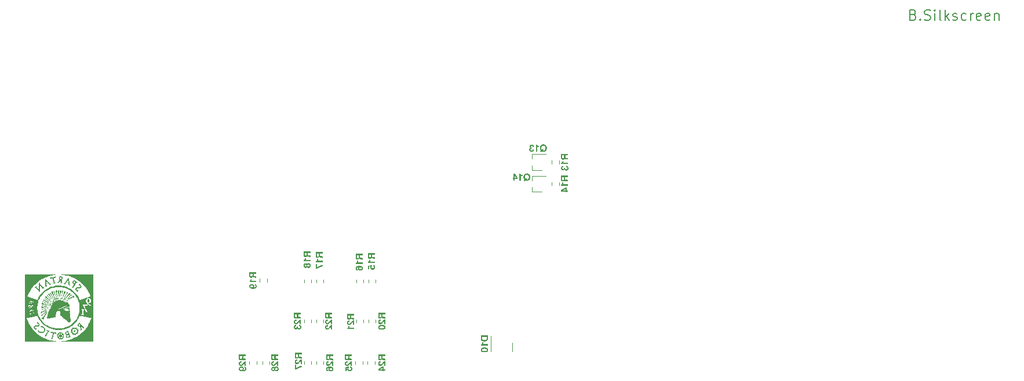
<source format=gbr>
%TF.GenerationSoftware,KiCad,Pcbnew,7.0.9-7.0.9~ubuntu20.04.1*%
%TF.CreationDate,2023-12-26T14:03:16-08:00*%
%TF.ProjectId,NX-IndicatorBoard,4e582d49-6e64-4696-9361-746f72426f61,1*%
%TF.SameCoordinates,Original*%
%TF.FileFunction,Legend,Bot*%
%TF.FilePolarity,Positive*%
%FSLAX46Y46*%
G04 Gerber Fmt 4.6, Leading zero omitted, Abs format (unit mm)*
G04 Created by KiCad (PCBNEW 7.0.9-7.0.9~ubuntu20.04.1) date 2023-12-26 14:03:16*
%MOMM*%
%LPD*%
G01*
G04 APERTURE LIST*
%ADD10C,0.187500*%
%ADD11C,0.150000*%
%ADD12C,0.120000*%
G04 APERTURE END LIST*
D10*
X203672497Y-69632964D02*
X203886783Y-69704392D01*
X203886783Y-69704392D02*
X203958212Y-69775821D01*
X203958212Y-69775821D02*
X204029640Y-69918678D01*
X204029640Y-69918678D02*
X204029640Y-70132964D01*
X204029640Y-70132964D02*
X203958212Y-70275821D01*
X203958212Y-70275821D02*
X203886783Y-70347250D01*
X203886783Y-70347250D02*
X203743926Y-70418678D01*
X203743926Y-70418678D02*
X203172497Y-70418678D01*
X203172497Y-70418678D02*
X203172497Y-68918678D01*
X203172497Y-68918678D02*
X203672497Y-68918678D01*
X203672497Y-68918678D02*
X203815355Y-68990107D01*
X203815355Y-68990107D02*
X203886783Y-69061535D01*
X203886783Y-69061535D02*
X203958212Y-69204392D01*
X203958212Y-69204392D02*
X203958212Y-69347250D01*
X203958212Y-69347250D02*
X203886783Y-69490107D01*
X203886783Y-69490107D02*
X203815355Y-69561535D01*
X203815355Y-69561535D02*
X203672497Y-69632964D01*
X203672497Y-69632964D02*
X203172497Y-69632964D01*
X204672497Y-70275821D02*
X204743926Y-70347250D01*
X204743926Y-70347250D02*
X204672497Y-70418678D01*
X204672497Y-70418678D02*
X204601069Y-70347250D01*
X204601069Y-70347250D02*
X204672497Y-70275821D01*
X204672497Y-70275821D02*
X204672497Y-70418678D01*
X205315355Y-70347250D02*
X205529641Y-70418678D01*
X205529641Y-70418678D02*
X205886783Y-70418678D01*
X205886783Y-70418678D02*
X206029641Y-70347250D01*
X206029641Y-70347250D02*
X206101069Y-70275821D01*
X206101069Y-70275821D02*
X206172498Y-70132964D01*
X206172498Y-70132964D02*
X206172498Y-69990107D01*
X206172498Y-69990107D02*
X206101069Y-69847250D01*
X206101069Y-69847250D02*
X206029641Y-69775821D01*
X206029641Y-69775821D02*
X205886783Y-69704392D01*
X205886783Y-69704392D02*
X205601069Y-69632964D01*
X205601069Y-69632964D02*
X205458212Y-69561535D01*
X205458212Y-69561535D02*
X205386783Y-69490107D01*
X205386783Y-69490107D02*
X205315355Y-69347250D01*
X205315355Y-69347250D02*
X205315355Y-69204392D01*
X205315355Y-69204392D02*
X205386783Y-69061535D01*
X205386783Y-69061535D02*
X205458212Y-68990107D01*
X205458212Y-68990107D02*
X205601069Y-68918678D01*
X205601069Y-68918678D02*
X205958212Y-68918678D01*
X205958212Y-68918678D02*
X206172498Y-68990107D01*
X206815354Y-70418678D02*
X206815354Y-69418678D01*
X206815354Y-68918678D02*
X206743926Y-68990107D01*
X206743926Y-68990107D02*
X206815354Y-69061535D01*
X206815354Y-69061535D02*
X206886783Y-68990107D01*
X206886783Y-68990107D02*
X206815354Y-68918678D01*
X206815354Y-68918678D02*
X206815354Y-69061535D01*
X207743926Y-70418678D02*
X207601069Y-70347250D01*
X207601069Y-70347250D02*
X207529640Y-70204392D01*
X207529640Y-70204392D02*
X207529640Y-68918678D01*
X208315354Y-70418678D02*
X208315354Y-68918678D01*
X208458212Y-69847250D02*
X208886783Y-70418678D01*
X208886783Y-69418678D02*
X208315354Y-69990107D01*
X209458212Y-70347250D02*
X209601069Y-70418678D01*
X209601069Y-70418678D02*
X209886783Y-70418678D01*
X209886783Y-70418678D02*
X210029640Y-70347250D01*
X210029640Y-70347250D02*
X210101069Y-70204392D01*
X210101069Y-70204392D02*
X210101069Y-70132964D01*
X210101069Y-70132964D02*
X210029640Y-69990107D01*
X210029640Y-69990107D02*
X209886783Y-69918678D01*
X209886783Y-69918678D02*
X209672498Y-69918678D01*
X209672498Y-69918678D02*
X209529640Y-69847250D01*
X209529640Y-69847250D02*
X209458212Y-69704392D01*
X209458212Y-69704392D02*
X209458212Y-69632964D01*
X209458212Y-69632964D02*
X209529640Y-69490107D01*
X209529640Y-69490107D02*
X209672498Y-69418678D01*
X209672498Y-69418678D02*
X209886783Y-69418678D01*
X209886783Y-69418678D02*
X210029640Y-69490107D01*
X211386784Y-70347250D02*
X211243926Y-70418678D01*
X211243926Y-70418678D02*
X210958212Y-70418678D01*
X210958212Y-70418678D02*
X210815355Y-70347250D01*
X210815355Y-70347250D02*
X210743926Y-70275821D01*
X210743926Y-70275821D02*
X210672498Y-70132964D01*
X210672498Y-70132964D02*
X210672498Y-69704392D01*
X210672498Y-69704392D02*
X210743926Y-69561535D01*
X210743926Y-69561535D02*
X210815355Y-69490107D01*
X210815355Y-69490107D02*
X210958212Y-69418678D01*
X210958212Y-69418678D02*
X211243926Y-69418678D01*
X211243926Y-69418678D02*
X211386784Y-69490107D01*
X212029640Y-70418678D02*
X212029640Y-69418678D01*
X212029640Y-69704392D02*
X212101069Y-69561535D01*
X212101069Y-69561535D02*
X212172498Y-69490107D01*
X212172498Y-69490107D02*
X212315355Y-69418678D01*
X212315355Y-69418678D02*
X212458212Y-69418678D01*
X213529640Y-70347250D02*
X213386783Y-70418678D01*
X213386783Y-70418678D02*
X213101069Y-70418678D01*
X213101069Y-70418678D02*
X212958211Y-70347250D01*
X212958211Y-70347250D02*
X212886783Y-70204392D01*
X212886783Y-70204392D02*
X212886783Y-69632964D01*
X212886783Y-69632964D02*
X212958211Y-69490107D01*
X212958211Y-69490107D02*
X213101069Y-69418678D01*
X213101069Y-69418678D02*
X213386783Y-69418678D01*
X213386783Y-69418678D02*
X213529640Y-69490107D01*
X213529640Y-69490107D02*
X213601069Y-69632964D01*
X213601069Y-69632964D02*
X213601069Y-69775821D01*
X213601069Y-69775821D02*
X212886783Y-69918678D01*
X214815354Y-70347250D02*
X214672497Y-70418678D01*
X214672497Y-70418678D02*
X214386783Y-70418678D01*
X214386783Y-70418678D02*
X214243925Y-70347250D01*
X214243925Y-70347250D02*
X214172497Y-70204392D01*
X214172497Y-70204392D02*
X214172497Y-69632964D01*
X214172497Y-69632964D02*
X214243925Y-69490107D01*
X214243925Y-69490107D02*
X214386783Y-69418678D01*
X214386783Y-69418678D02*
X214672497Y-69418678D01*
X214672497Y-69418678D02*
X214815354Y-69490107D01*
X214815354Y-69490107D02*
X214886783Y-69632964D01*
X214886783Y-69632964D02*
X214886783Y-69775821D01*
X214886783Y-69775821D02*
X214172497Y-69918678D01*
X215529639Y-69418678D02*
X215529639Y-70418678D01*
X215529639Y-69561535D02*
X215601068Y-69490107D01*
X215601068Y-69490107D02*
X215743925Y-69418678D01*
X215743925Y-69418678D02*
X215958211Y-69418678D01*
X215958211Y-69418678D02*
X216101068Y-69490107D01*
X216101068Y-69490107D02*
X216172497Y-69632964D01*
X216172497Y-69632964D02*
X216172497Y-70418678D01*
D11*
G36*
X115610640Y-104435512D02*
G01*
X115197469Y-104435512D01*
X115197469Y-104681430D01*
X115197497Y-104685765D01*
X115197930Y-104698319D01*
X115198882Y-104710193D01*
X115200352Y-104721386D01*
X115202342Y-104731898D01*
X115204851Y-104741730D01*
X115209004Y-104753781D01*
X115214079Y-104764622D01*
X115220077Y-104774253D01*
X115226998Y-104782675D01*
X115234885Y-104790061D01*
X115243904Y-104796463D01*
X115254055Y-104801880D01*
X115265338Y-104806311D01*
X115277753Y-104809758D01*
X115287808Y-104811697D01*
X115298499Y-104813082D01*
X115309827Y-104813913D01*
X115321792Y-104814190D01*
X115332712Y-104814072D01*
X115343177Y-104813770D01*
X115354356Y-104813281D01*
X115364722Y-104812701D01*
X115366260Y-104812625D01*
X115376252Y-104812218D01*
X115387553Y-104811898D01*
X115397969Y-104811698D01*
X115409295Y-104811559D01*
X115421529Y-104811480D01*
X115431971Y-104811461D01*
X115445310Y-104811517D01*
X115457969Y-104811687D01*
X115469947Y-104811971D01*
X115481244Y-104812368D01*
X115491862Y-104812878D01*
X115504959Y-104813735D01*
X115516847Y-104814794D01*
X115527525Y-104816054D01*
X115539172Y-104817913D01*
X115547780Y-104819735D01*
X115558670Y-104822602D01*
X115569706Y-104826123D01*
X115580888Y-104830298D01*
X115592214Y-104835128D01*
X115601380Y-104839463D01*
X115610640Y-104844216D01*
X115610640Y-105074500D01*
X115571928Y-105074500D01*
X115566832Y-105066296D01*
X115559095Y-105056612D01*
X115550280Y-105048363D01*
X115540387Y-105041549D01*
X115529416Y-105036169D01*
X115517367Y-105032224D01*
X115507623Y-105030206D01*
X115497273Y-105028996D01*
X115486316Y-105028592D01*
X115475595Y-105028406D01*
X115465208Y-105028220D01*
X115455154Y-105028034D01*
X115440698Y-105027755D01*
X115426992Y-105027476D01*
X115414037Y-105027197D01*
X115401832Y-105026917D01*
X115390378Y-105026638D01*
X115379673Y-105026359D01*
X115366568Y-105025987D01*
X115354796Y-105025615D01*
X115343672Y-105025223D01*
X115332509Y-105024669D01*
X115321307Y-105023951D01*
X115310067Y-105023071D01*
X115298788Y-105022028D01*
X115287470Y-105020822D01*
X115276113Y-105019454D01*
X115264717Y-105017922D01*
X115253748Y-105016309D01*
X115243671Y-105014696D01*
X115232329Y-105012680D01*
X115222380Y-105010664D01*
X115212280Y-105008244D01*
X115201935Y-105005018D01*
X115197589Y-105003204D01*
X115188500Y-104998365D01*
X115180115Y-104992807D01*
X115171326Y-104986015D01*
X115163472Y-104979210D01*
X115158268Y-104974441D01*
X115151190Y-104967317D01*
X115144035Y-104959049D01*
X115138067Y-104950828D01*
X115132701Y-104941492D01*
X115128938Y-104933806D01*
X115124722Y-104924706D01*
X115120051Y-104914194D01*
X115115813Y-104904354D01*
X115111259Y-104893533D01*
X115107390Y-104884169D01*
X115102992Y-104894993D01*
X115098359Y-104905474D01*
X115093492Y-104915611D01*
X115088391Y-104925404D01*
X115083055Y-104934854D01*
X115077484Y-104943960D01*
X115071678Y-104952723D01*
X115065638Y-104961142D01*
X115059364Y-104969217D01*
X115052855Y-104976949D01*
X115046111Y-104984337D01*
X115031920Y-104998082D01*
X115016791Y-105010453D01*
X115000723Y-105021449D01*
X114983717Y-105031071D01*
X114965772Y-105039318D01*
X114956448Y-105042926D01*
X114946890Y-105046191D01*
X114937096Y-105049111D01*
X114927069Y-105051689D01*
X114916806Y-105053922D01*
X114906309Y-105055812D01*
X114895578Y-105057359D01*
X114884612Y-105058561D01*
X114873411Y-105059420D01*
X114861976Y-105059936D01*
X114850306Y-105060108D01*
X114838204Y-105059906D01*
X114826220Y-105059301D01*
X114814351Y-105058293D01*
X114802599Y-105056882D01*
X114790963Y-105055067D01*
X114779443Y-105052849D01*
X114768040Y-105050228D01*
X114756753Y-105047204D01*
X114745477Y-105043722D01*
X114734233Y-105039728D01*
X114723020Y-105035223D01*
X114711838Y-105030205D01*
X114700686Y-105024676D01*
X114689566Y-105018635D01*
X114678477Y-105012083D01*
X114667419Y-105005018D01*
X114661934Y-105001246D01*
X114653962Y-104995171D01*
X114646295Y-104988594D01*
X114638933Y-104981515D01*
X114631877Y-104973934D01*
X114625126Y-104965852D01*
X114618680Y-104957269D01*
X114612540Y-104948183D01*
X114606705Y-104938596D01*
X114601175Y-104928508D01*
X114595951Y-104917917D01*
X114591073Y-104906880D01*
X114586675Y-104895450D01*
X114582756Y-104883627D01*
X114579317Y-104871412D01*
X114576358Y-104858805D01*
X114573879Y-104845804D01*
X114571880Y-104832411D01*
X114570361Y-104818626D01*
X114569321Y-104804448D01*
X114568761Y-104789877D01*
X114568655Y-104779945D01*
X114568655Y-104435512D01*
X114747323Y-104435512D01*
X114747323Y-104694085D01*
X114747427Y-104703576D01*
X114747971Y-104717227D01*
X114748983Y-104730176D01*
X114750461Y-104742422D01*
X114752405Y-104753966D01*
X114754817Y-104764808D01*
X114757695Y-104774948D01*
X114762259Y-104787374D01*
X114767652Y-104798553D01*
X114773875Y-104808483D01*
X114777374Y-104812990D01*
X114785632Y-104821133D01*
X114795574Y-104828112D01*
X114807198Y-104833928D01*
X114817021Y-104837527D01*
X114827790Y-104840471D01*
X114839506Y-104842761D01*
X114852168Y-104844397D01*
X114865777Y-104845378D01*
X114880332Y-104845705D01*
X114890625Y-104845557D01*
X114905233Y-104844778D01*
X114918842Y-104843332D01*
X114931452Y-104841219D01*
X114943063Y-104838438D01*
X114953675Y-104834990D01*
X114963288Y-104830874D01*
X114974552Y-104824349D01*
X114984040Y-104816637D01*
X114991752Y-104807738D01*
X114996585Y-104800330D01*
X115002291Y-104789408D01*
X115007151Y-104777291D01*
X115010242Y-104767420D01*
X115012857Y-104756877D01*
X115014996Y-104745662D01*
X115016660Y-104733775D01*
X115017849Y-104721217D01*
X115018562Y-104707987D01*
X115018800Y-104694085D01*
X115018800Y-104435512D01*
X114747323Y-104435512D01*
X114568655Y-104435512D01*
X114568655Y-104221110D01*
X115610640Y-104221110D01*
X115610640Y-104435512D01*
G37*
G36*
X114911599Y-105473279D02*
G01*
X114911599Y-105230339D01*
X114778838Y-105230339D01*
X114778661Y-105246568D01*
X114778129Y-105262376D01*
X114777242Y-105277761D01*
X114776000Y-105292726D01*
X114774404Y-105307268D01*
X114772452Y-105321389D01*
X114770146Y-105335088D01*
X114767485Y-105348366D01*
X114764470Y-105361222D01*
X114761099Y-105373656D01*
X114757374Y-105385668D01*
X114753294Y-105397259D01*
X114748860Y-105408428D01*
X114744070Y-105419176D01*
X114738926Y-105429502D01*
X114733427Y-105439406D01*
X114727573Y-105448889D01*
X114721364Y-105457949D01*
X114714801Y-105466589D01*
X114707883Y-105474806D01*
X114700610Y-105482602D01*
X114692982Y-105489976D01*
X114684999Y-105496929D01*
X114676662Y-105503460D01*
X114667970Y-105509569D01*
X114658923Y-105515257D01*
X114649522Y-105520523D01*
X114639765Y-105525367D01*
X114629654Y-105529790D01*
X114619188Y-105533791D01*
X114608367Y-105537370D01*
X114597192Y-105540527D01*
X114597192Y-105673288D01*
X115610640Y-105673288D01*
X115610640Y-105473279D01*
X114911599Y-105473279D01*
G37*
G36*
X115336903Y-105955082D02*
G01*
X115354319Y-105956254D01*
X115371311Y-105958207D01*
X115387878Y-105960941D01*
X115404020Y-105964457D01*
X115419738Y-105968754D01*
X115435031Y-105973833D01*
X115449900Y-105979692D01*
X115464344Y-105986333D01*
X115478364Y-105993755D01*
X115491959Y-106001959D01*
X115505129Y-106010944D01*
X115517875Y-106020710D01*
X115530196Y-106031257D01*
X115542093Y-106042586D01*
X115553565Y-106054696D01*
X115559092Y-106061005D01*
X115569619Y-106073974D01*
X115579444Y-106087413D01*
X115588567Y-106101321D01*
X115596989Y-106115699D01*
X115604709Y-106130545D01*
X115611727Y-106145861D01*
X115618043Y-106161645D01*
X115623657Y-106177899D01*
X115628570Y-106194622D01*
X115632781Y-106211814D01*
X115636290Y-106229476D01*
X115639097Y-106247606D01*
X115641202Y-106266206D01*
X115642606Y-106285275D01*
X115643308Y-106304813D01*
X115643395Y-106314758D01*
X115643042Y-106334380D01*
X115641980Y-106353543D01*
X115640211Y-106372246D01*
X115637734Y-106390490D01*
X115634550Y-106408275D01*
X115630658Y-106425600D01*
X115626059Y-106442465D01*
X115620752Y-106458871D01*
X115614737Y-106474818D01*
X115608015Y-106490305D01*
X115600585Y-106505333D01*
X115592447Y-106519901D01*
X115583602Y-106534010D01*
X115574049Y-106547659D01*
X115563788Y-106560849D01*
X115552820Y-106573579D01*
X115541264Y-106585689D01*
X115529300Y-106597018D01*
X115516930Y-106607565D01*
X115504152Y-106617331D01*
X115490967Y-106626316D01*
X115477375Y-106634519D01*
X115463376Y-106641942D01*
X115448969Y-106648582D01*
X115434156Y-106654442D01*
X115418935Y-106659521D01*
X115403308Y-106663818D01*
X115387273Y-106667333D01*
X115370831Y-106670068D01*
X115353982Y-106672021D01*
X115336726Y-106673193D01*
X115319062Y-106673584D01*
X115307915Y-106673430D01*
X115296992Y-106672967D01*
X115286295Y-106672197D01*
X115275822Y-106671118D01*
X115265574Y-106669731D01*
X115255551Y-106668035D01*
X115245753Y-106666032D01*
X115231478Y-106662448D01*
X115217708Y-106658171D01*
X115204445Y-106653201D01*
X115191687Y-106647537D01*
X115179436Y-106641179D01*
X115167690Y-106634128D01*
X115156278Y-106626355D01*
X115145118Y-106617741D01*
X115134212Y-106608285D01*
X115123558Y-106597987D01*
X115116597Y-106590654D01*
X115109747Y-106582947D01*
X115103010Y-106574865D01*
X115096386Y-106566410D01*
X115089874Y-106557580D01*
X115083474Y-106548376D01*
X115077187Y-106538798D01*
X115071012Y-106528846D01*
X115064950Y-106518520D01*
X115059000Y-106507819D01*
X115054817Y-106515408D01*
X115048323Y-106526402D01*
X115041568Y-106536930D01*
X115034551Y-106546991D01*
X115027272Y-106556585D01*
X115019732Y-106565713D01*
X115011929Y-106574374D01*
X115003865Y-106582568D01*
X114995540Y-106590295D01*
X114986952Y-106597556D01*
X114978103Y-106604350D01*
X114971992Y-106608587D01*
X114962355Y-106614430D01*
X114952156Y-106619657D01*
X114941394Y-106624270D01*
X114930070Y-106628268D01*
X114918182Y-106631651D01*
X114905732Y-106634419D01*
X114892720Y-106636571D01*
X114879144Y-106638109D01*
X114865006Y-106639031D01*
X114850306Y-106639339D01*
X114835638Y-106638978D01*
X114821288Y-106637897D01*
X114807255Y-106636094D01*
X114793541Y-106633569D01*
X114780145Y-106630324D01*
X114767067Y-106626357D01*
X114754306Y-106621670D01*
X114741864Y-106616261D01*
X114729739Y-106610131D01*
X114717933Y-106603279D01*
X114706444Y-106595707D01*
X114695273Y-106587413D01*
X114684421Y-106578398D01*
X114673886Y-106568662D01*
X114663669Y-106558205D01*
X114653770Y-106547027D01*
X114644335Y-106535331D01*
X114635508Y-106523259D01*
X114627290Y-106510810D01*
X114619681Y-106497986D01*
X114612680Y-106484786D01*
X114606288Y-106471209D01*
X114600505Y-106457256D01*
X114595331Y-106442928D01*
X114590765Y-106428223D01*
X114586808Y-106413142D01*
X114583460Y-106397685D01*
X114580721Y-106381851D01*
X114578590Y-106365642D01*
X114577068Y-106349057D01*
X114576155Y-106332095D01*
X114575877Y-106316247D01*
X114737397Y-106316247D01*
X114737542Y-106324552D01*
X114738306Y-106336632D01*
X114739723Y-106348258D01*
X114741795Y-106359431D01*
X114744522Y-106370150D01*
X114747902Y-106380415D01*
X114751937Y-106390227D01*
X114756626Y-106399585D01*
X114761970Y-106408489D01*
X114767968Y-106416940D01*
X114774620Y-106424937D01*
X114776952Y-106427486D01*
X114784201Y-106434649D01*
X114794456Y-106443067D01*
X114805386Y-106450190D01*
X114816991Y-106456018D01*
X114829271Y-106460550D01*
X114838923Y-106463100D01*
X114848955Y-106464921D01*
X114859367Y-106466014D01*
X114870158Y-106466378D01*
X114877395Y-106466213D01*
X114887938Y-106465348D01*
X114898106Y-106463741D01*
X114907898Y-106461393D01*
X114920372Y-106457109D01*
X114932178Y-106451506D01*
X114943318Y-106444585D01*
X114951235Y-106438529D01*
X114958777Y-106431731D01*
X114965944Y-106424192D01*
X114970451Y-106418827D01*
X114976667Y-106410434D01*
X114982229Y-106401626D01*
X114987136Y-106392404D01*
X114991389Y-106382767D01*
X114994988Y-106372717D01*
X114997932Y-106362251D01*
X115000222Y-106351372D01*
X115001858Y-106340078D01*
X115002839Y-106328369D01*
X115003167Y-106316247D01*
X115003114Y-106313269D01*
X115138905Y-106313269D01*
X115139087Y-106322451D01*
X115140044Y-106335764D01*
X115141821Y-106348522D01*
X115144418Y-106360726D01*
X115147835Y-106372376D01*
X115152071Y-106383472D01*
X115157129Y-106394015D01*
X115163006Y-106404003D01*
X115169703Y-106413437D01*
X115177220Y-106422318D01*
X115185557Y-106430644D01*
X115191483Y-106435843D01*
X115200840Y-106443012D01*
X115210760Y-106449426D01*
X115221243Y-106455086D01*
X115232288Y-106459991D01*
X115243896Y-106464141D01*
X115256067Y-106467537D01*
X115268800Y-106470178D01*
X115282097Y-106472065D01*
X115295956Y-106473197D01*
X115310377Y-106473574D01*
X115319385Y-106473404D01*
X115332479Y-106472508D01*
X115345072Y-106470845D01*
X115357162Y-106468413D01*
X115368752Y-106465215D01*
X115379839Y-106461248D01*
X115390425Y-106456514D01*
X115400509Y-106451012D01*
X115410092Y-106444742D01*
X115419173Y-106437705D01*
X115427752Y-106429900D01*
X115433101Y-106424326D01*
X115440477Y-106415536D01*
X115447077Y-106406232D01*
X115452900Y-106396413D01*
X115457947Y-106386080D01*
X115462218Y-106375231D01*
X115465712Y-106363868D01*
X115468429Y-106351991D01*
X115470370Y-106339598D01*
X115471535Y-106326691D01*
X115471923Y-106313269D01*
X115471751Y-106304297D01*
X115470845Y-106291275D01*
X115469163Y-106278776D01*
X115466704Y-106266801D01*
X115463469Y-106255349D01*
X115459457Y-106244421D01*
X115454669Y-106234016D01*
X115449105Y-106224134D01*
X115442764Y-106214776D01*
X115435646Y-106205942D01*
X115427752Y-106197631D01*
X115422078Y-106192432D01*
X115413108Y-106185263D01*
X115403589Y-106178849D01*
X115393520Y-106173189D01*
X115382901Y-106168284D01*
X115371733Y-106164133D01*
X115360015Y-106160738D01*
X115347748Y-106158096D01*
X115334930Y-106156210D01*
X115321564Y-106155078D01*
X115307647Y-106154700D01*
X115298124Y-106154870D01*
X115284300Y-106155761D01*
X115271030Y-106157415D01*
X115258314Y-106159832D01*
X115246152Y-106163013D01*
X115234544Y-106166957D01*
X115223489Y-106171664D01*
X115212989Y-106177135D01*
X115203043Y-106183369D01*
X115193651Y-106190366D01*
X115184813Y-106198127D01*
X115179254Y-106203695D01*
X115171587Y-106212454D01*
X115164728Y-106221701D01*
X115158676Y-106231437D01*
X115153430Y-106241662D01*
X115148992Y-106252375D01*
X115145361Y-106263577D01*
X115142536Y-106275267D01*
X115140519Y-106287446D01*
X115139308Y-106300113D01*
X115138905Y-106313269D01*
X115003114Y-106313269D01*
X115003019Y-106307938D01*
X115002246Y-106295843D01*
X115000809Y-106284189D01*
X114998709Y-106272975D01*
X114995947Y-106262201D01*
X114992521Y-106251868D01*
X114988433Y-106241976D01*
X114983681Y-106232524D01*
X114978266Y-106223513D01*
X114972188Y-106214942D01*
X114965448Y-106206812D01*
X114958148Y-106199273D01*
X114950486Y-106192476D01*
X114942462Y-106186420D01*
X114931200Y-106179499D01*
X114919295Y-106173896D01*
X114909943Y-106170559D01*
X114900230Y-106167963D01*
X114890154Y-106166110D01*
X114879717Y-106164997D01*
X114868917Y-106164627D01*
X114865263Y-106164668D01*
X114854567Y-106165286D01*
X114844267Y-106166645D01*
X114834365Y-106168746D01*
X114821779Y-106172701D01*
X114809899Y-106177974D01*
X114798724Y-106184566D01*
X114788255Y-106192476D01*
X114780867Y-106199273D01*
X114773875Y-106206812D01*
X114769458Y-106212183D01*
X114763366Y-106220607D01*
X114757916Y-106229471D01*
X114753107Y-106238776D01*
X114748939Y-106248522D01*
X114745412Y-106258708D01*
X114742527Y-106269335D01*
X114740283Y-106280402D01*
X114738680Y-106291909D01*
X114737718Y-106303858D01*
X114737397Y-106316247D01*
X114575877Y-106316247D01*
X114575851Y-106314758D01*
X114576155Y-106297269D01*
X114577068Y-106280164D01*
X114578590Y-106263443D01*
X114580721Y-106247106D01*
X114583460Y-106231152D01*
X114586808Y-106215583D01*
X114590765Y-106200397D01*
X114595331Y-106185595D01*
X114600505Y-106171177D01*
X114606288Y-106157143D01*
X114612680Y-106143493D01*
X114619681Y-106130227D01*
X114627290Y-106117344D01*
X114635508Y-106104845D01*
X114644335Y-106092731D01*
X114653770Y-106081000D01*
X114663674Y-106069851D01*
X114673905Y-106059422D01*
X114684464Y-106049712D01*
X114695351Y-106040722D01*
X114706565Y-106032450D01*
X114718107Y-106024898D01*
X114729977Y-106018065D01*
X114742174Y-106011952D01*
X114754699Y-106006557D01*
X114767551Y-106001882D01*
X114780731Y-105997926D01*
X114794239Y-105994690D01*
X114808074Y-105992172D01*
X114822237Y-105990374D01*
X114836728Y-105989295D01*
X114851546Y-105988936D01*
X114860571Y-105989058D01*
X114873752Y-105989699D01*
X114886505Y-105990890D01*
X114898830Y-105992630D01*
X114910728Y-105994921D01*
X114922199Y-105997760D01*
X114933242Y-106001149D01*
X114943858Y-106005088D01*
X114954046Y-106009577D01*
X114963807Y-106014615D01*
X114973140Y-106020203D01*
X114979175Y-106024288D01*
X114988061Y-106030960D01*
X114996746Y-106038287D01*
X115005230Y-106046268D01*
X115013513Y-106054903D01*
X115021596Y-106064193D01*
X115029478Y-106074137D01*
X115037160Y-106084735D01*
X115044641Y-106095988D01*
X115051921Y-106107895D01*
X115059000Y-106120456D01*
X115064950Y-106109754D01*
X115071012Y-106099425D01*
X115077187Y-106089468D01*
X115083474Y-106079883D01*
X115089874Y-106070670D01*
X115096386Y-106061830D01*
X115103010Y-106053362D01*
X115109747Y-106045266D01*
X115116597Y-106037542D01*
X115123558Y-106030191D01*
X115134212Y-106019862D01*
X115145118Y-106010370D01*
X115156278Y-106001716D01*
X115167690Y-105993899D01*
X115179436Y-105986892D01*
X115191687Y-105980574D01*
X115204445Y-105974946D01*
X115217708Y-105970007D01*
X115231478Y-105965756D01*
X115245753Y-105962196D01*
X115255551Y-105960205D01*
X115265574Y-105958520D01*
X115275822Y-105957141D01*
X115286295Y-105956069D01*
X115296992Y-105955304D01*
X115307915Y-105954844D01*
X115319062Y-105954691D01*
X115336903Y-105955082D01*
G37*
G36*
X125008640Y-104689512D02*
G01*
X124595469Y-104689512D01*
X124595469Y-104935430D01*
X124595497Y-104939765D01*
X124595930Y-104952319D01*
X124596882Y-104964193D01*
X124598352Y-104975386D01*
X124600342Y-104985898D01*
X124602851Y-104995730D01*
X124607004Y-105007781D01*
X124612079Y-105018622D01*
X124618077Y-105028253D01*
X124624998Y-105036675D01*
X124632885Y-105044061D01*
X124641904Y-105050463D01*
X124652055Y-105055880D01*
X124663338Y-105060311D01*
X124675753Y-105063758D01*
X124685808Y-105065697D01*
X124696499Y-105067082D01*
X124707827Y-105067913D01*
X124719792Y-105068190D01*
X124730712Y-105068072D01*
X124741177Y-105067770D01*
X124752356Y-105067281D01*
X124762722Y-105066701D01*
X124764260Y-105066625D01*
X124774252Y-105066218D01*
X124785553Y-105065898D01*
X124795969Y-105065698D01*
X124807295Y-105065559D01*
X124819529Y-105065480D01*
X124829971Y-105065461D01*
X124843310Y-105065517D01*
X124855969Y-105065687D01*
X124867947Y-105065971D01*
X124879244Y-105066368D01*
X124889862Y-105066878D01*
X124902959Y-105067735D01*
X124914847Y-105068794D01*
X124925525Y-105070054D01*
X124937172Y-105071913D01*
X124945780Y-105073735D01*
X124956670Y-105076602D01*
X124967706Y-105080123D01*
X124978888Y-105084298D01*
X124990214Y-105089128D01*
X124999380Y-105093463D01*
X125008640Y-105098216D01*
X125008640Y-105328500D01*
X124969928Y-105328500D01*
X124964832Y-105320296D01*
X124957095Y-105310612D01*
X124948280Y-105302363D01*
X124938387Y-105295549D01*
X124927416Y-105290169D01*
X124915367Y-105286224D01*
X124905623Y-105284206D01*
X124895273Y-105282996D01*
X124884316Y-105282592D01*
X124873595Y-105282406D01*
X124863208Y-105282220D01*
X124853154Y-105282034D01*
X124838698Y-105281755D01*
X124824992Y-105281476D01*
X124812037Y-105281197D01*
X124799832Y-105280917D01*
X124788378Y-105280638D01*
X124777673Y-105280359D01*
X124764568Y-105279987D01*
X124752796Y-105279615D01*
X124741672Y-105279223D01*
X124730509Y-105278669D01*
X124719307Y-105277951D01*
X124708067Y-105277071D01*
X124696788Y-105276028D01*
X124685470Y-105274822D01*
X124674113Y-105273454D01*
X124662717Y-105271922D01*
X124651748Y-105270309D01*
X124641671Y-105268696D01*
X124630329Y-105266680D01*
X124620380Y-105264664D01*
X124610280Y-105262244D01*
X124599935Y-105259018D01*
X124595589Y-105257204D01*
X124586500Y-105252365D01*
X124578115Y-105246807D01*
X124569326Y-105240015D01*
X124561472Y-105233210D01*
X124556268Y-105228441D01*
X124549190Y-105221317D01*
X124542035Y-105213049D01*
X124536067Y-105204828D01*
X124530701Y-105195492D01*
X124526938Y-105187806D01*
X124522722Y-105178706D01*
X124518051Y-105168194D01*
X124513813Y-105158354D01*
X124509259Y-105147533D01*
X124505390Y-105138169D01*
X124500992Y-105148993D01*
X124496359Y-105159474D01*
X124491492Y-105169611D01*
X124486391Y-105179404D01*
X124481055Y-105188854D01*
X124475484Y-105197960D01*
X124469678Y-105206723D01*
X124463638Y-105215142D01*
X124457364Y-105223217D01*
X124450855Y-105230949D01*
X124444111Y-105238337D01*
X124429920Y-105252082D01*
X124414791Y-105264453D01*
X124398723Y-105275449D01*
X124381717Y-105285071D01*
X124363772Y-105293318D01*
X124354448Y-105296926D01*
X124344890Y-105300191D01*
X124335096Y-105303111D01*
X124325069Y-105305689D01*
X124314806Y-105307922D01*
X124304309Y-105309812D01*
X124293578Y-105311359D01*
X124282612Y-105312561D01*
X124271411Y-105313420D01*
X124259976Y-105313936D01*
X124248306Y-105314108D01*
X124236204Y-105313906D01*
X124224220Y-105313301D01*
X124212351Y-105312293D01*
X124200599Y-105310882D01*
X124188963Y-105309067D01*
X124177443Y-105306849D01*
X124166040Y-105304228D01*
X124154753Y-105301204D01*
X124143477Y-105297722D01*
X124132233Y-105293728D01*
X124121020Y-105289223D01*
X124109838Y-105284205D01*
X124098686Y-105278676D01*
X124087566Y-105272635D01*
X124076477Y-105266083D01*
X124065419Y-105259018D01*
X124059934Y-105255246D01*
X124051962Y-105249171D01*
X124044295Y-105242594D01*
X124036933Y-105235515D01*
X124029877Y-105227934D01*
X124023126Y-105219852D01*
X124016680Y-105211269D01*
X124010540Y-105202183D01*
X124004705Y-105192596D01*
X123999175Y-105182508D01*
X123993951Y-105171917D01*
X123989073Y-105160880D01*
X123984675Y-105149450D01*
X123980756Y-105137627D01*
X123977317Y-105125412D01*
X123974358Y-105112805D01*
X123971879Y-105099804D01*
X123969880Y-105086411D01*
X123968361Y-105072626D01*
X123967321Y-105058448D01*
X123966761Y-105043877D01*
X123966655Y-105033945D01*
X123966655Y-104689512D01*
X124145323Y-104689512D01*
X124145323Y-104948085D01*
X124145427Y-104957576D01*
X124145971Y-104971227D01*
X124146983Y-104984176D01*
X124148461Y-104996422D01*
X124150405Y-105007966D01*
X124152817Y-105018808D01*
X124155695Y-105028948D01*
X124160259Y-105041374D01*
X124165652Y-105052553D01*
X124171875Y-105062483D01*
X124175374Y-105066990D01*
X124183632Y-105075133D01*
X124193574Y-105082112D01*
X124205198Y-105087928D01*
X124215021Y-105091527D01*
X124225790Y-105094471D01*
X124237506Y-105096761D01*
X124250168Y-105098397D01*
X124263777Y-105099378D01*
X124278332Y-105099705D01*
X124288625Y-105099557D01*
X124303233Y-105098778D01*
X124316842Y-105097332D01*
X124329452Y-105095219D01*
X124341063Y-105092438D01*
X124351675Y-105088990D01*
X124361288Y-105084874D01*
X124372552Y-105078349D01*
X124382040Y-105070637D01*
X124389752Y-105061738D01*
X124394585Y-105054330D01*
X124400291Y-105043408D01*
X124405151Y-105031291D01*
X124408242Y-105021420D01*
X124410857Y-105010877D01*
X124412996Y-104999662D01*
X124414660Y-104987775D01*
X124415849Y-104975217D01*
X124416562Y-104961987D01*
X124416800Y-104948085D01*
X124416800Y-104689512D01*
X124145323Y-104689512D01*
X123966655Y-104689512D01*
X123966655Y-104475110D01*
X125008640Y-104475110D01*
X125008640Y-104689512D01*
G37*
G36*
X124309599Y-105727279D02*
G01*
X124309599Y-105484339D01*
X124176838Y-105484339D01*
X124176661Y-105500568D01*
X124176129Y-105516376D01*
X124175242Y-105531761D01*
X124174000Y-105546726D01*
X124172404Y-105561268D01*
X124170452Y-105575389D01*
X124168146Y-105589088D01*
X124165485Y-105602366D01*
X124162470Y-105615222D01*
X124159099Y-105627656D01*
X124155374Y-105639668D01*
X124151294Y-105651259D01*
X124146860Y-105662428D01*
X124142070Y-105673176D01*
X124136926Y-105683502D01*
X124131427Y-105693406D01*
X124125573Y-105702889D01*
X124119364Y-105711949D01*
X124112801Y-105720589D01*
X124105883Y-105728806D01*
X124098610Y-105736602D01*
X124090982Y-105743976D01*
X124082999Y-105750929D01*
X124074662Y-105757460D01*
X124065970Y-105763569D01*
X124056923Y-105769257D01*
X124047522Y-105774523D01*
X124037765Y-105779367D01*
X124027654Y-105783790D01*
X124017188Y-105787791D01*
X124006367Y-105791370D01*
X123995192Y-105794527D01*
X123995192Y-105927288D01*
X125008640Y-105927288D01*
X125008640Y-105727279D01*
X124309599Y-105727279D01*
G37*
G36*
X123995192Y-106876216D02*
G01*
X124173860Y-106876216D01*
X124173860Y-106457338D01*
X124385533Y-106424334D01*
X124378081Y-106434589D01*
X124371109Y-106444942D01*
X124364619Y-106455395D01*
X124358609Y-106465946D01*
X124353080Y-106476596D01*
X124348031Y-106487345D01*
X124343464Y-106498193D01*
X124339377Y-106509140D01*
X124335771Y-106520185D01*
X124332646Y-106531330D01*
X124330002Y-106542573D01*
X124327838Y-106553915D01*
X124326155Y-106565356D01*
X124324953Y-106576896D01*
X124324232Y-106588535D01*
X124323992Y-106600273D01*
X124324372Y-106617564D01*
X124325512Y-106634448D01*
X124327411Y-106650925D01*
X124330071Y-106666994D01*
X124333491Y-106682657D01*
X124337671Y-106697912D01*
X124342611Y-106712761D01*
X124348310Y-106727202D01*
X124354770Y-106741236D01*
X124361990Y-106754863D01*
X124369969Y-106768083D01*
X124378709Y-106780896D01*
X124388208Y-106793301D01*
X124398468Y-106805300D01*
X124409487Y-106816891D01*
X124421267Y-106828075D01*
X124433625Y-106838743D01*
X124446442Y-106848722D01*
X124459719Y-106858013D01*
X124473456Y-106866616D01*
X124487652Y-106874531D01*
X124502307Y-106881757D01*
X124517422Y-106888295D01*
X124532997Y-106894145D01*
X124549030Y-106899307D01*
X124565524Y-106903781D01*
X124582476Y-106907566D01*
X124599889Y-106910663D01*
X124617760Y-106913072D01*
X124636092Y-106914792D01*
X124654882Y-106915825D01*
X124674132Y-106916169D01*
X124684354Y-106916070D01*
X124694452Y-106915772D01*
X124704427Y-106915277D01*
X124724007Y-106913691D01*
X124743095Y-106911312D01*
X124761691Y-106908140D01*
X124779795Y-106904176D01*
X124797406Y-106899418D01*
X124814524Y-106893868D01*
X124831150Y-106887525D01*
X124847284Y-106880388D01*
X124862925Y-106872459D01*
X124878074Y-106863737D01*
X124892730Y-106854222D01*
X124906894Y-106843914D01*
X124920566Y-106832813D01*
X124933745Y-106820919D01*
X124940150Y-106814675D01*
X124952410Y-106801748D01*
X124963879Y-106788340D01*
X124974558Y-106774451D01*
X124984445Y-106760082D01*
X124993541Y-106745232D01*
X125001846Y-106729901D01*
X125009361Y-106714089D01*
X125016084Y-106697796D01*
X125022016Y-106681023D01*
X125027158Y-106663768D01*
X125031508Y-106646033D01*
X125035068Y-106627818D01*
X125037836Y-106609121D01*
X125039813Y-106589944D01*
X125041000Y-106570285D01*
X125041297Y-106560276D01*
X125041395Y-106550146D01*
X125041075Y-106531966D01*
X125040112Y-106514215D01*
X125038508Y-106496892D01*
X125036262Y-106479997D01*
X125033374Y-106463531D01*
X125029845Y-106447493D01*
X125025674Y-106431884D01*
X125020861Y-106416703D01*
X125015406Y-106401951D01*
X125009310Y-106387627D01*
X125002572Y-106373732D01*
X124995193Y-106360265D01*
X124987172Y-106347226D01*
X124978509Y-106334616D01*
X124969204Y-106322434D01*
X124959258Y-106310681D01*
X124948792Y-106299522D01*
X124937928Y-106289061D01*
X124926667Y-106279298D01*
X124915009Y-106270232D01*
X124902953Y-106261865D01*
X124890500Y-106254196D01*
X124877650Y-106247224D01*
X124864402Y-106240951D01*
X124850757Y-106235375D01*
X124836714Y-106230497D01*
X124822273Y-106226317D01*
X124807436Y-106222836D01*
X124792201Y-106220052D01*
X124776568Y-106217966D01*
X124760538Y-106216578D01*
X124744111Y-106215887D01*
X124744111Y-106412919D01*
X124759346Y-106414310D01*
X124773598Y-106416684D01*
X124786867Y-106420041D01*
X124799154Y-106424381D01*
X124810457Y-106429703D01*
X124820778Y-106436009D01*
X124830115Y-106443297D01*
X124838470Y-106451569D01*
X124845842Y-106460823D01*
X124852231Y-106471060D01*
X124857637Y-106482280D01*
X124862060Y-106494483D01*
X124865500Y-106507669D01*
X124867957Y-106521838D01*
X124869432Y-106536990D01*
X124869923Y-106553124D01*
X124869472Y-106567034D01*
X124868117Y-106580381D01*
X124865860Y-106593165D01*
X124862700Y-106605387D01*
X124858637Y-106617046D01*
X124853670Y-106628142D01*
X124847801Y-106638676D01*
X124841029Y-106648647D01*
X124833354Y-106658055D01*
X124824776Y-106666900D01*
X124818556Y-106672485D01*
X124808595Y-106680290D01*
X124797976Y-106687327D01*
X124786698Y-106693597D01*
X124774761Y-106699099D01*
X124762166Y-106703833D01*
X124748912Y-106707800D01*
X124734999Y-106710998D01*
X124720428Y-106713430D01*
X124710348Y-106714624D01*
X124699975Y-106715477D01*
X124689309Y-106715989D01*
X124678351Y-106716159D01*
X124667089Y-106715989D01*
X124656134Y-106715477D01*
X124645484Y-106714624D01*
X124635142Y-106713430D01*
X124625105Y-106711894D01*
X124610625Y-106708951D01*
X124596833Y-106705241D01*
X124583731Y-106700762D01*
X124571318Y-106695516D01*
X124559595Y-106689502D01*
X124548560Y-106682721D01*
X124538215Y-106675172D01*
X124534920Y-106672485D01*
X124525562Y-106664014D01*
X124517126Y-106654981D01*
X124509609Y-106645386D01*
X124503013Y-106635227D01*
X124497337Y-106624506D01*
X124492582Y-106613222D01*
X124488747Y-106601376D01*
X124485832Y-106588966D01*
X124483838Y-106575995D01*
X124482764Y-106562460D01*
X124482560Y-106553124D01*
X124482861Y-106541396D01*
X124483766Y-106530159D01*
X124485273Y-106519412D01*
X124487383Y-106509155D01*
X124490097Y-106499389D01*
X124495297Y-106485659D01*
X124501854Y-106473034D01*
X124509767Y-106461511D01*
X124519037Y-106451093D01*
X124529664Y-106441777D01*
X124541647Y-106433566D01*
X124550389Y-106428705D01*
X124559735Y-106424334D01*
X124559735Y-106244425D01*
X123995192Y-106334503D01*
X123995192Y-106876216D01*
G37*
G36*
X153251640Y-90196512D02*
G01*
X152838469Y-90196512D01*
X152838469Y-90442430D01*
X152838497Y-90446765D01*
X152838930Y-90459319D01*
X152839882Y-90471193D01*
X152841352Y-90482386D01*
X152843342Y-90492898D01*
X152845851Y-90502730D01*
X152850004Y-90514781D01*
X152855079Y-90525622D01*
X152861077Y-90535253D01*
X152867998Y-90543675D01*
X152875885Y-90551061D01*
X152884904Y-90557463D01*
X152895055Y-90562880D01*
X152906338Y-90567311D01*
X152918753Y-90570758D01*
X152928808Y-90572697D01*
X152939499Y-90574082D01*
X152950827Y-90574913D01*
X152962792Y-90575190D01*
X152973712Y-90575072D01*
X152984177Y-90574770D01*
X152995356Y-90574281D01*
X153005722Y-90573701D01*
X153007260Y-90573625D01*
X153017252Y-90573218D01*
X153028553Y-90572898D01*
X153038969Y-90572698D01*
X153050295Y-90572559D01*
X153062529Y-90572480D01*
X153072971Y-90572461D01*
X153086310Y-90572517D01*
X153098969Y-90572687D01*
X153110947Y-90572971D01*
X153122244Y-90573368D01*
X153132862Y-90573878D01*
X153145959Y-90574735D01*
X153157847Y-90575794D01*
X153168525Y-90577054D01*
X153180172Y-90578913D01*
X153188780Y-90580735D01*
X153199670Y-90583602D01*
X153210706Y-90587123D01*
X153221888Y-90591298D01*
X153233214Y-90596128D01*
X153242380Y-90600463D01*
X153251640Y-90605216D01*
X153251640Y-90835500D01*
X153212928Y-90835500D01*
X153207832Y-90827296D01*
X153200095Y-90817612D01*
X153191280Y-90809363D01*
X153181387Y-90802549D01*
X153170416Y-90797169D01*
X153158367Y-90793224D01*
X153148623Y-90791206D01*
X153138273Y-90789996D01*
X153127316Y-90789592D01*
X153116595Y-90789406D01*
X153106208Y-90789220D01*
X153096154Y-90789034D01*
X153081698Y-90788755D01*
X153067992Y-90788476D01*
X153055037Y-90788197D01*
X153042832Y-90787917D01*
X153031378Y-90787638D01*
X153020673Y-90787359D01*
X153007568Y-90786987D01*
X152995796Y-90786615D01*
X152984672Y-90786223D01*
X152973509Y-90785669D01*
X152962307Y-90784951D01*
X152951067Y-90784071D01*
X152939788Y-90783028D01*
X152928470Y-90781822D01*
X152917113Y-90780454D01*
X152905717Y-90778922D01*
X152894748Y-90777309D01*
X152884671Y-90775696D01*
X152873329Y-90773680D01*
X152863380Y-90771664D01*
X152853280Y-90769244D01*
X152842935Y-90766018D01*
X152838589Y-90764204D01*
X152829500Y-90759365D01*
X152821115Y-90753807D01*
X152812326Y-90747015D01*
X152804472Y-90740210D01*
X152799268Y-90735441D01*
X152792190Y-90728317D01*
X152785035Y-90720049D01*
X152779067Y-90711828D01*
X152773701Y-90702492D01*
X152769938Y-90694806D01*
X152765722Y-90685706D01*
X152761051Y-90675194D01*
X152756813Y-90665354D01*
X152752259Y-90654533D01*
X152748390Y-90645169D01*
X152743992Y-90655993D01*
X152739359Y-90666474D01*
X152734492Y-90676611D01*
X152729391Y-90686404D01*
X152724055Y-90695854D01*
X152718484Y-90704960D01*
X152712678Y-90713723D01*
X152706638Y-90722142D01*
X152700364Y-90730217D01*
X152693855Y-90737949D01*
X152687111Y-90745337D01*
X152672920Y-90759082D01*
X152657791Y-90771453D01*
X152641723Y-90782449D01*
X152624717Y-90792071D01*
X152606772Y-90800318D01*
X152597448Y-90803926D01*
X152587890Y-90807191D01*
X152578096Y-90810111D01*
X152568069Y-90812689D01*
X152557806Y-90814922D01*
X152547309Y-90816812D01*
X152536578Y-90818359D01*
X152525612Y-90819561D01*
X152514411Y-90820420D01*
X152502976Y-90820936D01*
X152491306Y-90821108D01*
X152479204Y-90820906D01*
X152467220Y-90820301D01*
X152455351Y-90819293D01*
X152443599Y-90817882D01*
X152431963Y-90816067D01*
X152420443Y-90813849D01*
X152409040Y-90811228D01*
X152397753Y-90808204D01*
X152386477Y-90804722D01*
X152375233Y-90800728D01*
X152364020Y-90796223D01*
X152352838Y-90791205D01*
X152341686Y-90785676D01*
X152330566Y-90779635D01*
X152319477Y-90773083D01*
X152308419Y-90766018D01*
X152302934Y-90762246D01*
X152294962Y-90756171D01*
X152287295Y-90749594D01*
X152279933Y-90742515D01*
X152272877Y-90734934D01*
X152266126Y-90726852D01*
X152259680Y-90718269D01*
X152253540Y-90709183D01*
X152247705Y-90699596D01*
X152242175Y-90689508D01*
X152236951Y-90678917D01*
X152232073Y-90667880D01*
X152227675Y-90656450D01*
X152223756Y-90644627D01*
X152220317Y-90632412D01*
X152217358Y-90619805D01*
X152214879Y-90606804D01*
X152212880Y-90593411D01*
X152211361Y-90579626D01*
X152210321Y-90565448D01*
X152209761Y-90550877D01*
X152209655Y-90540945D01*
X152209655Y-90196512D01*
X152388323Y-90196512D01*
X152388323Y-90455085D01*
X152388427Y-90464576D01*
X152388971Y-90478227D01*
X152389983Y-90491176D01*
X152391461Y-90503422D01*
X152393405Y-90514966D01*
X152395817Y-90525808D01*
X152398695Y-90535948D01*
X152403259Y-90548374D01*
X152408652Y-90559553D01*
X152414875Y-90569483D01*
X152418374Y-90573990D01*
X152426632Y-90582133D01*
X152436574Y-90589112D01*
X152448198Y-90594928D01*
X152458021Y-90598527D01*
X152468790Y-90601471D01*
X152480506Y-90603761D01*
X152493168Y-90605397D01*
X152506777Y-90606378D01*
X152521332Y-90606705D01*
X152531625Y-90606557D01*
X152546233Y-90605778D01*
X152559842Y-90604332D01*
X152572452Y-90602219D01*
X152584063Y-90599438D01*
X152594675Y-90595990D01*
X152604288Y-90591874D01*
X152615552Y-90585349D01*
X152625040Y-90577637D01*
X152632752Y-90568738D01*
X152637585Y-90561330D01*
X152643291Y-90550408D01*
X152648151Y-90538291D01*
X152651242Y-90528420D01*
X152653857Y-90517877D01*
X152655996Y-90506662D01*
X152657660Y-90494775D01*
X152658849Y-90482217D01*
X152659562Y-90468987D01*
X152659800Y-90455085D01*
X152659800Y-90196512D01*
X152388323Y-90196512D01*
X152209655Y-90196512D01*
X152209655Y-89982110D01*
X153251640Y-89982110D01*
X153251640Y-90196512D01*
G37*
G36*
X152552599Y-91234279D02*
G01*
X152552599Y-90991339D01*
X152419838Y-90991339D01*
X152419661Y-91007568D01*
X152419129Y-91023376D01*
X152418242Y-91038761D01*
X152417000Y-91053726D01*
X152415404Y-91068268D01*
X152413452Y-91082389D01*
X152411146Y-91096088D01*
X152408485Y-91109366D01*
X152405470Y-91122222D01*
X152402099Y-91134656D01*
X152398374Y-91146668D01*
X152394294Y-91158259D01*
X152389860Y-91169428D01*
X152385070Y-91180176D01*
X152379926Y-91190502D01*
X152374427Y-91200406D01*
X152368573Y-91209889D01*
X152362364Y-91218949D01*
X152355801Y-91227589D01*
X152348883Y-91235806D01*
X152341610Y-91243602D01*
X152333982Y-91250976D01*
X152325999Y-91257929D01*
X152317662Y-91264460D01*
X152308970Y-91270569D01*
X152299923Y-91276257D01*
X152290522Y-91281523D01*
X152280765Y-91286367D01*
X152270654Y-91290790D01*
X152260188Y-91294791D01*
X152249367Y-91298370D01*
X152238192Y-91301527D01*
X152238192Y-91434288D01*
X153251640Y-91434288D01*
X153251640Y-91234279D01*
X152552599Y-91234279D01*
G37*
G36*
X152539943Y-91738521D02*
G01*
X152525357Y-91738715D01*
X152511099Y-91739297D01*
X152497167Y-91740268D01*
X152483563Y-91741627D01*
X152470285Y-91743374D01*
X152457335Y-91745509D01*
X152444712Y-91748032D01*
X152432416Y-91750944D01*
X152420448Y-91754244D01*
X152408806Y-91757932D01*
X152401227Y-91760606D01*
X152390194Y-91764848D01*
X152379615Y-91769290D01*
X152369489Y-91773932D01*
X152359817Y-91778776D01*
X152350598Y-91783820D01*
X152341834Y-91789064D01*
X152333523Y-91794509D01*
X152323147Y-91802082D01*
X152313577Y-91810011D01*
X152306930Y-91816192D01*
X152298524Y-91824815D01*
X152290552Y-91833811D01*
X152283014Y-91843178D01*
X152275911Y-91852918D01*
X152269242Y-91863031D01*
X152263007Y-91873515D01*
X152257206Y-91884371D01*
X152251840Y-91895600D01*
X152246846Y-91906996D01*
X152242286Y-91918229D01*
X152238161Y-91929298D01*
X152234470Y-91940205D01*
X152231213Y-91950950D01*
X152228390Y-91961531D01*
X152226002Y-91971949D01*
X152224047Y-91982205D01*
X152222361Y-91992437D01*
X152220899Y-92002786D01*
X152219662Y-92013251D01*
X152218650Y-92023832D01*
X152217863Y-92034530D01*
X152217301Y-92045344D01*
X152216963Y-92056274D01*
X152216851Y-92067321D01*
X152217145Y-92085480D01*
X152218026Y-92103171D01*
X152219494Y-92120392D01*
X152221550Y-92137144D01*
X152224194Y-92153427D01*
X152227424Y-92169241D01*
X152231243Y-92184585D01*
X152235648Y-92199461D01*
X152240641Y-92213867D01*
X152246222Y-92227804D01*
X152252390Y-92241272D01*
X152259145Y-92254271D01*
X152266488Y-92266801D01*
X152274418Y-92278861D01*
X152282936Y-92290453D01*
X152292041Y-92301575D01*
X152301606Y-92312152D01*
X152311567Y-92322047D01*
X152321923Y-92331260D01*
X152332675Y-92339790D01*
X152343823Y-92347638D01*
X152355366Y-92354803D01*
X152367304Y-92361286D01*
X152379638Y-92367087D01*
X152392367Y-92372205D01*
X152405492Y-92376640D01*
X152419012Y-92380394D01*
X152432928Y-92383465D01*
X152447240Y-92385853D01*
X152461946Y-92387559D01*
X152477049Y-92388583D01*
X152492546Y-92388924D01*
X152505544Y-92388647D01*
X152518201Y-92387816D01*
X152530518Y-92386431D01*
X152542494Y-92384492D01*
X152554131Y-92381999D01*
X152565427Y-92378952D01*
X152576383Y-92375352D01*
X152586999Y-92371197D01*
X152597274Y-92366488D01*
X152607209Y-92361225D01*
X152613644Y-92357409D01*
X152623079Y-92351162D01*
X152632401Y-92344238D01*
X152641609Y-92336639D01*
X152650704Y-92328364D01*
X152659685Y-92319412D01*
X152668553Y-92309784D01*
X152677308Y-92299480D01*
X152685949Y-92288500D01*
X152694477Y-92276844D01*
X152702891Y-92264512D01*
X152708438Y-92255915D01*
X152713693Y-92266468D01*
X152719100Y-92276663D01*
X152724658Y-92286499D01*
X152730368Y-92295976D01*
X152736228Y-92305095D01*
X152742240Y-92313854D01*
X152748403Y-92322256D01*
X152754718Y-92330298D01*
X152761183Y-92337982D01*
X152771165Y-92348836D01*
X152781487Y-92358882D01*
X152792149Y-92368122D01*
X152803152Y-92376554D01*
X152810676Y-92381728D01*
X152822319Y-92388867D01*
X152834452Y-92395305D01*
X152847072Y-92401040D01*
X152860182Y-92406073D01*
X152873780Y-92410404D01*
X152887866Y-92414033D01*
X152902441Y-92416959D01*
X152912429Y-92418520D01*
X152922634Y-92419768D01*
X152933057Y-92420704D01*
X152943696Y-92421329D01*
X152954553Y-92421641D01*
X152960062Y-92421680D01*
X152978405Y-92421303D01*
X152996273Y-92420172D01*
X153013666Y-92418286D01*
X153030584Y-92415647D01*
X153047027Y-92412253D01*
X153062995Y-92408105D01*
X153078487Y-92403203D01*
X153093505Y-92397547D01*
X153108048Y-92391137D01*
X153122116Y-92383973D01*
X153135709Y-92376054D01*
X153148828Y-92367381D01*
X153161471Y-92357955D01*
X153173639Y-92347774D01*
X153185332Y-92336838D01*
X153196550Y-92325149D01*
X153207188Y-92312859D01*
X153217139Y-92300059D01*
X153226404Y-92286749D01*
X153234982Y-92272929D01*
X153242875Y-92258599D01*
X153250081Y-92243760D01*
X153256601Y-92228410D01*
X153262434Y-92212551D01*
X153267581Y-92196182D01*
X153272042Y-92179302D01*
X153275817Y-92161914D01*
X153278905Y-92144015D01*
X153281307Y-92125606D01*
X153283023Y-92106687D01*
X153284052Y-92087259D01*
X153284395Y-92067321D01*
X153284046Y-92048089D01*
X153283000Y-92029354D01*
X153281255Y-92011114D01*
X153278812Y-91993372D01*
X153275671Y-91976125D01*
X153271833Y-91959375D01*
X153267296Y-91943121D01*
X153262062Y-91927364D01*
X153256129Y-91912102D01*
X153249499Y-91897337D01*
X153242171Y-91883069D01*
X153234145Y-91869296D01*
X153225421Y-91856020D01*
X153215999Y-91843240D01*
X153205879Y-91830957D01*
X153195061Y-91819170D01*
X153183652Y-91808016D01*
X153171758Y-91797569D01*
X153159380Y-91787830D01*
X153146517Y-91778799D01*
X153133169Y-91770475D01*
X153119336Y-91762859D01*
X153105019Y-91755951D01*
X153090217Y-91749750D01*
X153074931Y-91744256D01*
X153059160Y-91739471D01*
X153042904Y-91735393D01*
X153026164Y-91732022D01*
X153008938Y-91729360D01*
X152991229Y-91727404D01*
X152973034Y-91726157D01*
X152954355Y-91725617D01*
X152954355Y-91919919D01*
X152973557Y-91921529D01*
X152991519Y-91924188D01*
X153008243Y-91927896D01*
X153023729Y-91932652D01*
X153037975Y-91938458D01*
X153050982Y-91945312D01*
X153062751Y-91953215D01*
X153073281Y-91962167D01*
X153082572Y-91972167D01*
X153090625Y-91983217D01*
X153097438Y-91995315D01*
X153103013Y-92008462D01*
X153107349Y-92022658D01*
X153110446Y-92037903D01*
X153112304Y-92054197D01*
X153112923Y-92071539D01*
X153112548Y-92083662D01*
X153111423Y-92095370D01*
X153109547Y-92106664D01*
X153106921Y-92117544D01*
X153103545Y-92128009D01*
X153099418Y-92138060D01*
X153094542Y-92147696D01*
X153088915Y-92156919D01*
X153082537Y-92165726D01*
X153075410Y-92174119D01*
X153070241Y-92179485D01*
X153061978Y-92187024D01*
X153053288Y-92193821D01*
X153044169Y-92199877D01*
X153034624Y-92205192D01*
X153024651Y-92209764D01*
X153014250Y-92213596D01*
X153003422Y-92216686D01*
X152992167Y-92219034D01*
X152980484Y-92220640D01*
X152968373Y-92221506D01*
X152960062Y-92221670D01*
X152949727Y-92221406D01*
X152939657Y-92220615D01*
X152926644Y-92218738D01*
X152914105Y-92215923D01*
X152902039Y-92212170D01*
X152890445Y-92207478D01*
X152879325Y-92201848D01*
X152868678Y-92195280D01*
X152863532Y-92191644D01*
X152853769Y-92183823D01*
X152844827Y-92175375D01*
X152836708Y-92166298D01*
X152829411Y-92156593D01*
X152822936Y-92146260D01*
X152817283Y-92135298D01*
X152812451Y-92123709D01*
X152808442Y-92111491D01*
X152806116Y-92100922D01*
X152804100Y-92089189D01*
X152802394Y-92076293D01*
X152801318Y-92065857D01*
X152800416Y-92054768D01*
X152799689Y-92043024D01*
X152799137Y-92030625D01*
X152798759Y-92017573D01*
X152798555Y-92003866D01*
X152798516Y-91994364D01*
X152664267Y-91994364D01*
X152664267Y-92011487D01*
X152664117Y-92022387D01*
X152663669Y-92032942D01*
X152662921Y-92043151D01*
X152660529Y-92062530D01*
X152656940Y-92080524D01*
X152652156Y-92097135D01*
X152646175Y-92112361D01*
X152638998Y-92126204D01*
X152630625Y-92138662D01*
X152621055Y-92149735D01*
X152610290Y-92159425D01*
X152598328Y-92167730D01*
X152585170Y-92174651D01*
X152570816Y-92180188D01*
X152555266Y-92184341D01*
X152538520Y-92187109D01*
X152520578Y-92188493D01*
X152511158Y-92188666D01*
X152499630Y-92188376D01*
X152488592Y-92187506D01*
X152478041Y-92186056D01*
X152467979Y-92184025D01*
X152455324Y-92180415D01*
X152443537Y-92175774D01*
X152432618Y-92170102D01*
X152422568Y-92163398D01*
X152413386Y-92155662D01*
X152405186Y-92147047D01*
X152398079Y-92137578D01*
X152392065Y-92127257D01*
X152387144Y-92116082D01*
X152383317Y-92104055D01*
X152380584Y-92091174D01*
X152379251Y-92080954D01*
X152378534Y-92070254D01*
X152378397Y-92062854D01*
X152378787Y-92048587D01*
X152379959Y-92035193D01*
X152381911Y-92022671D01*
X152384643Y-92011021D01*
X152388157Y-92000244D01*
X152392452Y-91990340D01*
X152397527Y-91981307D01*
X152403383Y-91973147D01*
X152412405Y-91963625D01*
X152422816Y-91955653D01*
X152431502Y-91950529D01*
X152440994Y-91945859D01*
X152451294Y-91941642D01*
X152462400Y-91937879D01*
X152474313Y-91934570D01*
X152487034Y-91931714D01*
X152500561Y-91929312D01*
X152514895Y-91927364D01*
X152524900Y-91926317D01*
X152535263Y-91925471D01*
X152545985Y-91924828D01*
X152557066Y-91924386D01*
X152557066Y-91738521D01*
X152539943Y-91738521D01*
G37*
G36*
X121960640Y-113579512D02*
G01*
X121547469Y-113579512D01*
X121547469Y-113825430D01*
X121547497Y-113829765D01*
X121547930Y-113842319D01*
X121548882Y-113854193D01*
X121550352Y-113865386D01*
X121552342Y-113875898D01*
X121554851Y-113885730D01*
X121559004Y-113897781D01*
X121564079Y-113908622D01*
X121570077Y-113918253D01*
X121576998Y-113926675D01*
X121584885Y-113934061D01*
X121593904Y-113940463D01*
X121604055Y-113945880D01*
X121615338Y-113950311D01*
X121627753Y-113953758D01*
X121637808Y-113955697D01*
X121648499Y-113957082D01*
X121659827Y-113957913D01*
X121671792Y-113958190D01*
X121682712Y-113958072D01*
X121693177Y-113957770D01*
X121704356Y-113957281D01*
X121714722Y-113956701D01*
X121716260Y-113956625D01*
X121726252Y-113956218D01*
X121737553Y-113955898D01*
X121747969Y-113955698D01*
X121759295Y-113955559D01*
X121771529Y-113955480D01*
X121781971Y-113955461D01*
X121795310Y-113955517D01*
X121807969Y-113955687D01*
X121819947Y-113955971D01*
X121831244Y-113956368D01*
X121841862Y-113956878D01*
X121854959Y-113957735D01*
X121866847Y-113958794D01*
X121877525Y-113960054D01*
X121889172Y-113961913D01*
X121897780Y-113963735D01*
X121908670Y-113966602D01*
X121919706Y-113970123D01*
X121930888Y-113974298D01*
X121942214Y-113979128D01*
X121951380Y-113983463D01*
X121960640Y-113988216D01*
X121960640Y-114218500D01*
X121921928Y-114218500D01*
X121916832Y-114210296D01*
X121909095Y-114200612D01*
X121900280Y-114192363D01*
X121890387Y-114185549D01*
X121879416Y-114180169D01*
X121867367Y-114176224D01*
X121857623Y-114174206D01*
X121847273Y-114172996D01*
X121836316Y-114172592D01*
X121825595Y-114172406D01*
X121815208Y-114172220D01*
X121805154Y-114172034D01*
X121790698Y-114171755D01*
X121776992Y-114171476D01*
X121764037Y-114171197D01*
X121751832Y-114170917D01*
X121740378Y-114170638D01*
X121729673Y-114170359D01*
X121716568Y-114169987D01*
X121704796Y-114169615D01*
X121693672Y-114169223D01*
X121682509Y-114168669D01*
X121671307Y-114167951D01*
X121660067Y-114167071D01*
X121648788Y-114166028D01*
X121637470Y-114164822D01*
X121626113Y-114163454D01*
X121614717Y-114161922D01*
X121603748Y-114160309D01*
X121593671Y-114158696D01*
X121582329Y-114156680D01*
X121572380Y-114154664D01*
X121562280Y-114152244D01*
X121551935Y-114149018D01*
X121547589Y-114147204D01*
X121538500Y-114142365D01*
X121530115Y-114136807D01*
X121521326Y-114130015D01*
X121513472Y-114123210D01*
X121508268Y-114118441D01*
X121501190Y-114111317D01*
X121494035Y-114103049D01*
X121488067Y-114094828D01*
X121482701Y-114085492D01*
X121478938Y-114077806D01*
X121474722Y-114068706D01*
X121470051Y-114058194D01*
X121465813Y-114048354D01*
X121461259Y-114037533D01*
X121457390Y-114028169D01*
X121452992Y-114038993D01*
X121448359Y-114049474D01*
X121443492Y-114059611D01*
X121438391Y-114069404D01*
X121433055Y-114078854D01*
X121427484Y-114087960D01*
X121421678Y-114096723D01*
X121415638Y-114105142D01*
X121409364Y-114113217D01*
X121402855Y-114120949D01*
X121396111Y-114128337D01*
X121381920Y-114142082D01*
X121366791Y-114154453D01*
X121350723Y-114165449D01*
X121333717Y-114175071D01*
X121315772Y-114183318D01*
X121306448Y-114186926D01*
X121296890Y-114190191D01*
X121287096Y-114193111D01*
X121277069Y-114195689D01*
X121266806Y-114197922D01*
X121256309Y-114199812D01*
X121245578Y-114201359D01*
X121234612Y-114202561D01*
X121223411Y-114203420D01*
X121211976Y-114203936D01*
X121200306Y-114204108D01*
X121188204Y-114203906D01*
X121176220Y-114203301D01*
X121164351Y-114202293D01*
X121152599Y-114200882D01*
X121140963Y-114199067D01*
X121129443Y-114196849D01*
X121118040Y-114194228D01*
X121106753Y-114191204D01*
X121095477Y-114187722D01*
X121084233Y-114183728D01*
X121073020Y-114179223D01*
X121061838Y-114174205D01*
X121050686Y-114168676D01*
X121039566Y-114162635D01*
X121028477Y-114156083D01*
X121017419Y-114149018D01*
X121011934Y-114145246D01*
X121003962Y-114139171D01*
X120996295Y-114132594D01*
X120988933Y-114125515D01*
X120981877Y-114117934D01*
X120975126Y-114109852D01*
X120968680Y-114101269D01*
X120962540Y-114092183D01*
X120956705Y-114082596D01*
X120951175Y-114072508D01*
X120945951Y-114061917D01*
X120941073Y-114050880D01*
X120936675Y-114039450D01*
X120932756Y-114027627D01*
X120929317Y-114015412D01*
X120926358Y-114002805D01*
X120923879Y-113989804D01*
X120921880Y-113976411D01*
X120920361Y-113962626D01*
X120919321Y-113948448D01*
X120918761Y-113933877D01*
X120918655Y-113923945D01*
X120918655Y-113579512D01*
X121097323Y-113579512D01*
X121097323Y-113838085D01*
X121097427Y-113847576D01*
X121097971Y-113861227D01*
X121098983Y-113874176D01*
X121100461Y-113886422D01*
X121102405Y-113897966D01*
X121104817Y-113908808D01*
X121107695Y-113918948D01*
X121112259Y-113931374D01*
X121117652Y-113942553D01*
X121123875Y-113952483D01*
X121127374Y-113956990D01*
X121135632Y-113965133D01*
X121145574Y-113972112D01*
X121157198Y-113977928D01*
X121167021Y-113981527D01*
X121177790Y-113984471D01*
X121189506Y-113986761D01*
X121202168Y-113988397D01*
X121215777Y-113989378D01*
X121230332Y-113989705D01*
X121240625Y-113989557D01*
X121255233Y-113988778D01*
X121268842Y-113987332D01*
X121281452Y-113985219D01*
X121293063Y-113982438D01*
X121303675Y-113978990D01*
X121313288Y-113974874D01*
X121324552Y-113968349D01*
X121334040Y-113960637D01*
X121341752Y-113951738D01*
X121346585Y-113944330D01*
X121352291Y-113933408D01*
X121357151Y-113921291D01*
X121360242Y-113911420D01*
X121362857Y-113900877D01*
X121364996Y-113889662D01*
X121366660Y-113877775D01*
X121367849Y-113865217D01*
X121368562Y-113851987D01*
X121368800Y-113838085D01*
X121368800Y-113579512D01*
X121097323Y-113579512D01*
X120918655Y-113579512D01*
X120918655Y-113365110D01*
X121960640Y-113365110D01*
X121960640Y-113579512D01*
G37*
G36*
X121247454Y-115013079D02*
G01*
X121257940Y-115012937D01*
X121268303Y-115012509D01*
X121278544Y-115011797D01*
X121288663Y-115010799D01*
X121298660Y-115009517D01*
X121308534Y-115007949D01*
X121318287Y-115006097D01*
X121332687Y-115002784D01*
X121346812Y-114998830D01*
X121360662Y-114994234D01*
X121374237Y-114988998D01*
X121387538Y-114983120D01*
X121400563Y-114976601D01*
X121413211Y-114969635D01*
X121425470Y-114962325D01*
X121437342Y-114954671D01*
X121448825Y-114946672D01*
X121459920Y-114938328D01*
X121470626Y-114929639D01*
X121480945Y-114920606D01*
X121490875Y-114911229D01*
X121500417Y-114901506D01*
X121509570Y-114891440D01*
X121515457Y-114884537D01*
X121524097Y-114874044D01*
X121532614Y-114863503D01*
X121541010Y-114852914D01*
X121549283Y-114842278D01*
X121557434Y-114831593D01*
X121565463Y-114820860D01*
X121573370Y-114810079D01*
X121581155Y-114799251D01*
X121588818Y-114788374D01*
X121596358Y-114777449D01*
X121601317Y-114770139D01*
X121608732Y-114759196D01*
X121616273Y-114748326D01*
X121623941Y-114737531D01*
X121631735Y-114726810D01*
X121639656Y-114716163D01*
X121647703Y-114705590D01*
X121655877Y-114695092D01*
X121664177Y-114684667D01*
X121672604Y-114674317D01*
X121681157Y-114664040D01*
X121686929Y-114657231D01*
X121695650Y-114647318D01*
X121704409Y-114637959D01*
X121713208Y-114629155D01*
X121722046Y-114620904D01*
X121730924Y-114613207D01*
X121739841Y-114606064D01*
X121748797Y-114599475D01*
X121757792Y-114593441D01*
X121766826Y-114587960D01*
X121775900Y-114583033D01*
X121781971Y-114580056D01*
X121781971Y-115008860D01*
X121960640Y-115008860D01*
X121960640Y-114319994D01*
X121943371Y-114321057D01*
X121926554Y-114322448D01*
X121910188Y-114324167D01*
X121894275Y-114326213D01*
X121878813Y-114328587D01*
X121863803Y-114331289D01*
X121849244Y-114334318D01*
X121835137Y-114337675D01*
X121821482Y-114341359D01*
X121808279Y-114345371D01*
X121795527Y-114349711D01*
X121783227Y-114354378D01*
X121771379Y-114359373D01*
X121759982Y-114364696D01*
X121749038Y-114370346D01*
X121738545Y-114376324D01*
X121728216Y-114382806D01*
X121717828Y-114389907D01*
X121707379Y-114397625D01*
X121696871Y-114405963D01*
X121686302Y-114414918D01*
X121675673Y-114424493D01*
X121664984Y-114434685D01*
X121654235Y-114445496D01*
X121643426Y-114456926D01*
X121632557Y-114468974D01*
X121621628Y-114481640D01*
X121610638Y-114494925D01*
X121599589Y-114508828D01*
X121588479Y-114523350D01*
X121577310Y-114538490D01*
X121566080Y-114554248D01*
X121558819Y-114564583D01*
X121551676Y-114574680D01*
X121544653Y-114584540D01*
X121537748Y-114594162D01*
X121530962Y-114603546D01*
X121524295Y-114612694D01*
X121517746Y-114621603D01*
X121511316Y-114630275D01*
X121505005Y-114638710D01*
X121498813Y-114646907D01*
X121492739Y-114654867D01*
X121480948Y-114670074D01*
X121469632Y-114684331D01*
X121458791Y-114697638D01*
X121448425Y-114709995D01*
X121438534Y-114721403D01*
X121429117Y-114731860D01*
X121420176Y-114741367D01*
X121411710Y-114749924D01*
X121403719Y-114757532D01*
X121396202Y-114764189D01*
X121392622Y-114767162D01*
X121381770Y-114775366D01*
X121370428Y-114782763D01*
X121358599Y-114789353D01*
X121346280Y-114795137D01*
X121333473Y-114800113D01*
X121320178Y-114804282D01*
X121306394Y-114807645D01*
X121292121Y-114810200D01*
X121277360Y-114811949D01*
X121267248Y-114812666D01*
X121256919Y-114813025D01*
X121251673Y-114813070D01*
X121237763Y-114812736D01*
X121224416Y-114811735D01*
X121211632Y-114810066D01*
X121199410Y-114807730D01*
X121187751Y-114804727D01*
X121176655Y-114801056D01*
X121166121Y-114796718D01*
X121156150Y-114791713D01*
X121146742Y-114786040D01*
X121137897Y-114779700D01*
X121132312Y-114775102D01*
X121124507Y-114767771D01*
X121117470Y-114759920D01*
X121111200Y-114751550D01*
X121105698Y-114742661D01*
X121100964Y-114733252D01*
X121096997Y-114723325D01*
X121093799Y-114712879D01*
X121091367Y-114701913D01*
X121089704Y-114690429D01*
X121088808Y-114678425D01*
X121088638Y-114670135D01*
X121089054Y-114657561D01*
X121090304Y-114645524D01*
X121092387Y-114634024D01*
X121095303Y-114623060D01*
X121099052Y-114612632D01*
X121103634Y-114602741D01*
X121109050Y-114593387D01*
X121115299Y-114584569D01*
X121122380Y-114576288D01*
X121130295Y-114568543D01*
X121136035Y-114563678D01*
X121145200Y-114556893D01*
X121155015Y-114550775D01*
X121165480Y-114545325D01*
X121176596Y-114540542D01*
X121188361Y-114536426D01*
X121200776Y-114532978D01*
X121213841Y-114530197D01*
X121227556Y-114528084D01*
X121241921Y-114526638D01*
X121251858Y-114526045D01*
X121262085Y-114525748D01*
X121267306Y-114525711D01*
X121300310Y-114525711D01*
X121300310Y-114334139D01*
X121290103Y-114333484D01*
X121280171Y-114333103D01*
X121269532Y-114332917D01*
X121264577Y-114332898D01*
X121254642Y-114332984D01*
X121235188Y-114333670D01*
X121216285Y-114335043D01*
X121197936Y-114337101D01*
X121180139Y-114339847D01*
X121162894Y-114343278D01*
X121146202Y-114347396D01*
X121130063Y-114352200D01*
X121114476Y-114357690D01*
X121099441Y-114363867D01*
X121084959Y-114370730D01*
X121071030Y-114378279D01*
X121057653Y-114386514D01*
X121044829Y-114395436D01*
X121032557Y-114405044D01*
X121020838Y-114415339D01*
X121015185Y-114420743D01*
X121004367Y-114431995D01*
X120994247Y-114443790D01*
X120984826Y-114456128D01*
X120976101Y-114469009D01*
X120968075Y-114482432D01*
X120960747Y-114496398D01*
X120954117Y-114510907D01*
X120948185Y-114525959D01*
X120942950Y-114541554D01*
X120938414Y-114557691D01*
X120934575Y-114574372D01*
X120931434Y-114591595D01*
X120928992Y-114609361D01*
X120927247Y-114627670D01*
X120926200Y-114646522D01*
X120925851Y-114665916D01*
X120925936Y-114675855D01*
X120926616Y-114695342D01*
X120927977Y-114714310D01*
X120930019Y-114732759D01*
X120932741Y-114750688D01*
X120936143Y-114768097D01*
X120940226Y-114784987D01*
X120944989Y-114801357D01*
X120950433Y-114817208D01*
X120956557Y-114832539D01*
X120963362Y-114847350D01*
X120970847Y-114861642D01*
X120979013Y-114875414D01*
X120987859Y-114888667D01*
X120997386Y-114901401D01*
X121007593Y-114913614D01*
X121012952Y-114919526D01*
X121024075Y-114930855D01*
X121035669Y-114941453D01*
X121047735Y-114951320D01*
X121060271Y-114960456D01*
X121073279Y-114968861D01*
X121086757Y-114976535D01*
X121100707Y-114983478D01*
X121115128Y-114989691D01*
X121130020Y-114995172D01*
X121145383Y-114999923D01*
X121161217Y-115003943D01*
X121177522Y-115007232D01*
X121194299Y-115009790D01*
X121211546Y-115011617D01*
X121229265Y-115012714D01*
X121247454Y-115013079D01*
G37*
G36*
X121261599Y-115407391D02*
G01*
X121261599Y-115164451D01*
X121128838Y-115164451D01*
X121128661Y-115180680D01*
X121128129Y-115196488D01*
X121127242Y-115211873D01*
X121126000Y-115226838D01*
X121124404Y-115241380D01*
X121122452Y-115255501D01*
X121120146Y-115269200D01*
X121117485Y-115282478D01*
X121114470Y-115295333D01*
X121111099Y-115307768D01*
X121107374Y-115319780D01*
X121103294Y-115331371D01*
X121098860Y-115342540D01*
X121094070Y-115353288D01*
X121088926Y-115363614D01*
X121083427Y-115373518D01*
X121077573Y-115383000D01*
X121071364Y-115392061D01*
X121064801Y-115400701D01*
X121057883Y-115408918D01*
X121050610Y-115416714D01*
X121042982Y-115424088D01*
X121034999Y-115431041D01*
X121026662Y-115437572D01*
X121017970Y-115443681D01*
X121008923Y-115449369D01*
X120999522Y-115454635D01*
X120989765Y-115459479D01*
X120979654Y-115463902D01*
X120969188Y-115467902D01*
X120958367Y-115471482D01*
X120947192Y-115474639D01*
X120947192Y-115607400D01*
X121960640Y-115607400D01*
X121960640Y-115407391D01*
X121261599Y-115407391D01*
G37*
G36*
X107703640Y-107483512D02*
G01*
X107290469Y-107483512D01*
X107290469Y-107729430D01*
X107290497Y-107733765D01*
X107290930Y-107746319D01*
X107291882Y-107758193D01*
X107293352Y-107769386D01*
X107295342Y-107779898D01*
X107297851Y-107789730D01*
X107302004Y-107801781D01*
X107307079Y-107812622D01*
X107313077Y-107822253D01*
X107319998Y-107830675D01*
X107327885Y-107838061D01*
X107336904Y-107844463D01*
X107347055Y-107849880D01*
X107358338Y-107854311D01*
X107370753Y-107857758D01*
X107380808Y-107859697D01*
X107391499Y-107861082D01*
X107402827Y-107861913D01*
X107414792Y-107862190D01*
X107425712Y-107862072D01*
X107436177Y-107861770D01*
X107447356Y-107861281D01*
X107457722Y-107860701D01*
X107459260Y-107860625D01*
X107469252Y-107860218D01*
X107480553Y-107859898D01*
X107490969Y-107859698D01*
X107502295Y-107859559D01*
X107514529Y-107859480D01*
X107524971Y-107859461D01*
X107538310Y-107859517D01*
X107550969Y-107859687D01*
X107562947Y-107859971D01*
X107574244Y-107860368D01*
X107584862Y-107860878D01*
X107597959Y-107861735D01*
X107609847Y-107862794D01*
X107620525Y-107864054D01*
X107632172Y-107865913D01*
X107640780Y-107867735D01*
X107651670Y-107870602D01*
X107662706Y-107874123D01*
X107673888Y-107878298D01*
X107685214Y-107883128D01*
X107694380Y-107887463D01*
X107703640Y-107892216D01*
X107703640Y-108122500D01*
X107664928Y-108122500D01*
X107659832Y-108114296D01*
X107652095Y-108104612D01*
X107643280Y-108096363D01*
X107633387Y-108089549D01*
X107622416Y-108084169D01*
X107610367Y-108080224D01*
X107600623Y-108078206D01*
X107590273Y-108076996D01*
X107579316Y-108076592D01*
X107568595Y-108076406D01*
X107558208Y-108076220D01*
X107548154Y-108076034D01*
X107533698Y-108075755D01*
X107519992Y-108075476D01*
X107507037Y-108075197D01*
X107494832Y-108074917D01*
X107483378Y-108074638D01*
X107472673Y-108074359D01*
X107459568Y-108073987D01*
X107447796Y-108073615D01*
X107436672Y-108073223D01*
X107425509Y-108072669D01*
X107414307Y-108071951D01*
X107403067Y-108071071D01*
X107391788Y-108070028D01*
X107380470Y-108068822D01*
X107369113Y-108067454D01*
X107357717Y-108065922D01*
X107346748Y-108064309D01*
X107336671Y-108062696D01*
X107325329Y-108060680D01*
X107315380Y-108058664D01*
X107305280Y-108056244D01*
X107294935Y-108053018D01*
X107290589Y-108051204D01*
X107281500Y-108046365D01*
X107273115Y-108040807D01*
X107264326Y-108034015D01*
X107256472Y-108027210D01*
X107251268Y-108022441D01*
X107244190Y-108015317D01*
X107237035Y-108007049D01*
X107231067Y-107998828D01*
X107225701Y-107989492D01*
X107221938Y-107981806D01*
X107217722Y-107972706D01*
X107213051Y-107962194D01*
X107208813Y-107952354D01*
X107204259Y-107941533D01*
X107200390Y-107932169D01*
X107195992Y-107942993D01*
X107191359Y-107953474D01*
X107186492Y-107963611D01*
X107181391Y-107973404D01*
X107176055Y-107982854D01*
X107170484Y-107991960D01*
X107164678Y-108000723D01*
X107158638Y-108009142D01*
X107152364Y-108017217D01*
X107145855Y-108024949D01*
X107139111Y-108032337D01*
X107124920Y-108046082D01*
X107109791Y-108058453D01*
X107093723Y-108069449D01*
X107076717Y-108079071D01*
X107058772Y-108087318D01*
X107049448Y-108090926D01*
X107039890Y-108094191D01*
X107030096Y-108097111D01*
X107020069Y-108099689D01*
X107009806Y-108101922D01*
X106999309Y-108103812D01*
X106988578Y-108105359D01*
X106977612Y-108106561D01*
X106966411Y-108107420D01*
X106954976Y-108107936D01*
X106943306Y-108108108D01*
X106931204Y-108107906D01*
X106919220Y-108107301D01*
X106907351Y-108106293D01*
X106895599Y-108104882D01*
X106883963Y-108103067D01*
X106872443Y-108100849D01*
X106861040Y-108098228D01*
X106849753Y-108095204D01*
X106838477Y-108091722D01*
X106827233Y-108087728D01*
X106816020Y-108083223D01*
X106804838Y-108078205D01*
X106793686Y-108072676D01*
X106782566Y-108066635D01*
X106771477Y-108060083D01*
X106760419Y-108053018D01*
X106754934Y-108049246D01*
X106746962Y-108043171D01*
X106739295Y-108036594D01*
X106731933Y-108029515D01*
X106724877Y-108021934D01*
X106718126Y-108013852D01*
X106711680Y-108005269D01*
X106705540Y-107996183D01*
X106699705Y-107986596D01*
X106694175Y-107976508D01*
X106688951Y-107965917D01*
X106684073Y-107954880D01*
X106679675Y-107943450D01*
X106675756Y-107931627D01*
X106672317Y-107919412D01*
X106669358Y-107906805D01*
X106666879Y-107893804D01*
X106664880Y-107880411D01*
X106663361Y-107866626D01*
X106662321Y-107852448D01*
X106661761Y-107837877D01*
X106661655Y-107827945D01*
X106661655Y-107483512D01*
X106840323Y-107483512D01*
X106840323Y-107742085D01*
X106840427Y-107751576D01*
X106840971Y-107765227D01*
X106841983Y-107778176D01*
X106843461Y-107790422D01*
X106845405Y-107801966D01*
X106847817Y-107812808D01*
X106850695Y-107822948D01*
X106855259Y-107835374D01*
X106860652Y-107846553D01*
X106866875Y-107856483D01*
X106870374Y-107860990D01*
X106878632Y-107869133D01*
X106888574Y-107876112D01*
X106900198Y-107881928D01*
X106910021Y-107885527D01*
X106920790Y-107888471D01*
X106932506Y-107890761D01*
X106945168Y-107892397D01*
X106958777Y-107893378D01*
X106973332Y-107893705D01*
X106983625Y-107893557D01*
X106998233Y-107892778D01*
X107011842Y-107891332D01*
X107024452Y-107889219D01*
X107036063Y-107886438D01*
X107046675Y-107882990D01*
X107056288Y-107878874D01*
X107067552Y-107872349D01*
X107077040Y-107864637D01*
X107084752Y-107855738D01*
X107089585Y-107848330D01*
X107095291Y-107837408D01*
X107100151Y-107825291D01*
X107103242Y-107815420D01*
X107105857Y-107804877D01*
X107107996Y-107793662D01*
X107109660Y-107781775D01*
X107110849Y-107769217D01*
X107111562Y-107755987D01*
X107111800Y-107742085D01*
X107111800Y-107483512D01*
X106840323Y-107483512D01*
X106661655Y-107483512D01*
X106661655Y-107269110D01*
X107703640Y-107269110D01*
X107703640Y-107483512D01*
G37*
G36*
X107004599Y-108521279D02*
G01*
X107004599Y-108278339D01*
X106871838Y-108278339D01*
X106871661Y-108294568D01*
X106871129Y-108310376D01*
X106870242Y-108325761D01*
X106869000Y-108340726D01*
X106867404Y-108355268D01*
X106865452Y-108369389D01*
X106863146Y-108383088D01*
X106860485Y-108396366D01*
X106857470Y-108409222D01*
X106854099Y-108421656D01*
X106850374Y-108433668D01*
X106846294Y-108445259D01*
X106841860Y-108456428D01*
X106837070Y-108467176D01*
X106831926Y-108477502D01*
X106826427Y-108487406D01*
X106820573Y-108496889D01*
X106814364Y-108505949D01*
X106807801Y-108514589D01*
X106800883Y-108522806D01*
X106793610Y-108530602D01*
X106785982Y-108537976D01*
X106777999Y-108544929D01*
X106769662Y-108551460D01*
X106760970Y-108557569D01*
X106751923Y-108563257D01*
X106742522Y-108568523D01*
X106732765Y-108573367D01*
X106722654Y-108577790D01*
X106712188Y-108581791D01*
X106701367Y-108585370D01*
X106690192Y-108588527D01*
X106690192Y-108721288D01*
X107703640Y-108721288D01*
X107703640Y-108521279D01*
X107004599Y-108521279D01*
G37*
G36*
X107045589Y-109011458D02*
G01*
X107064523Y-109012446D01*
X107082990Y-109014094D01*
X107100990Y-109016401D01*
X107118522Y-109019368D01*
X107135588Y-109022993D01*
X107152186Y-109027277D01*
X107168316Y-109032221D01*
X107183980Y-109037824D01*
X107199176Y-109044086D01*
X107213905Y-109051007D01*
X107228167Y-109058587D01*
X107241962Y-109066826D01*
X107255289Y-109075725D01*
X107268150Y-109085283D01*
X107280543Y-109095499D01*
X107292322Y-109106241D01*
X107303341Y-109117372D01*
X107313601Y-109128892D01*
X107323100Y-109140802D01*
X107331840Y-109153102D01*
X107339820Y-109165792D01*
X107347039Y-109178871D01*
X107353499Y-109192340D01*
X107359199Y-109206199D01*
X107364138Y-109220447D01*
X107368318Y-109235085D01*
X107371738Y-109250113D01*
X107374398Y-109265530D01*
X107376298Y-109281337D01*
X107377438Y-109297534D01*
X107377818Y-109314120D01*
X107377763Y-109320526D01*
X107377407Y-109331511D01*
X107376718Y-109342212D01*
X107375697Y-109352627D01*
X107374343Y-109362758D01*
X107372525Y-109372508D01*
X107369981Y-109383070D01*
X107366942Y-109393012D01*
X107362929Y-109403454D01*
X107361446Y-109406767D01*
X107357078Y-109416261D01*
X107352362Y-109426027D01*
X107347791Y-109434970D01*
X107347337Y-109435822D01*
X107341696Y-109445101D01*
X107335551Y-109453384D01*
X107328436Y-109461522D01*
X107324076Y-109466125D01*
X107317127Y-109473341D01*
X107309824Y-109480629D01*
X107306728Y-109483618D01*
X107298898Y-109490594D01*
X107291213Y-109497007D01*
X107285237Y-109502043D01*
X107277813Y-109508670D01*
X107295568Y-109508507D01*
X107312760Y-109508017D01*
X107329389Y-109507200D01*
X107345453Y-109506057D01*
X107360954Y-109504587D01*
X107375892Y-109502790D01*
X107390265Y-109500667D01*
X107404075Y-109498217D01*
X107417321Y-109495440D01*
X107430004Y-109492337D01*
X107442123Y-109488907D01*
X107453678Y-109485150D01*
X107464670Y-109481067D01*
X107475098Y-109476657D01*
X107484962Y-109471920D01*
X107494262Y-109466857D01*
X107502999Y-109461467D01*
X107511172Y-109455750D01*
X107525828Y-109443337D01*
X107538229Y-109429617D01*
X107548375Y-109414590D01*
X107556266Y-109398257D01*
X107561903Y-109380617D01*
X107565285Y-109361670D01*
X107566130Y-109351707D01*
X107566412Y-109341417D01*
X107565990Y-109328501D01*
X107564722Y-109316183D01*
X107562608Y-109304462D01*
X107559650Y-109293338D01*
X107555846Y-109282811D01*
X107551197Y-109272881D01*
X107545703Y-109263548D01*
X107539364Y-109254812D01*
X107532276Y-109246914D01*
X107524661Y-109239970D01*
X107516518Y-109233979D01*
X107507849Y-109228942D01*
X107498651Y-109224860D01*
X107488927Y-109221731D01*
X107478675Y-109219555D01*
X107467896Y-109218334D01*
X107467896Y-109025521D01*
X107482378Y-109026195D01*
X107496542Y-109027533D01*
X107510388Y-109029537D01*
X107523916Y-109032205D01*
X107537126Y-109035539D01*
X107550019Y-109039538D01*
X107562593Y-109044201D01*
X107574849Y-109049529D01*
X107586788Y-109055523D01*
X107598408Y-109062181D01*
X107609711Y-109069505D01*
X107620695Y-109077493D01*
X107631362Y-109086146D01*
X107641710Y-109095464D01*
X107651741Y-109105448D01*
X107661454Y-109116096D01*
X107670709Y-109127277D01*
X107679367Y-109138798D01*
X107687428Y-109150658D01*
X107694892Y-109162857D01*
X107701759Y-109175395D01*
X107708029Y-109188273D01*
X107713701Y-109201490D01*
X107718777Y-109215046D01*
X107723255Y-109228941D01*
X107727136Y-109243176D01*
X107730420Y-109257750D01*
X107733107Y-109272663D01*
X107735197Y-109287916D01*
X107736690Y-109303508D01*
X107737586Y-109319439D01*
X107737884Y-109335709D01*
X107737837Y-109342474D01*
X107737587Y-109352516D01*
X107737124Y-109362432D01*
X107736174Y-109375456D01*
X107734844Y-109388255D01*
X107733135Y-109400829D01*
X107731045Y-109413179D01*
X107728575Y-109425303D01*
X107725725Y-109437203D01*
X107723233Y-109446080D01*
X107719253Y-109458032D01*
X107714521Y-109470116D01*
X107710478Y-109479265D01*
X107706012Y-109488489D01*
X107701123Y-109497787D01*
X107695811Y-109507158D01*
X107690076Y-109516604D01*
X107683917Y-109526125D01*
X107677336Y-109535719D01*
X107672684Y-109542111D01*
X107665361Y-109551473D01*
X107657623Y-109560565D01*
X107649471Y-109569386D01*
X107640905Y-109577937D01*
X107631924Y-109586218D01*
X107622529Y-109594228D01*
X107612720Y-109601968D01*
X107602496Y-109609437D01*
X107591858Y-109616636D01*
X107580805Y-109623564D01*
X107573126Y-109628076D01*
X107560960Y-109634667D01*
X107548018Y-109641043D01*
X107538959Y-109645176D01*
X107529554Y-109649213D01*
X107519804Y-109653155D01*
X107509710Y-109657002D01*
X107499270Y-109660755D01*
X107488485Y-109664412D01*
X107477355Y-109667974D01*
X107465880Y-109671442D01*
X107454060Y-109674814D01*
X107441895Y-109678091D01*
X107429384Y-109681274D01*
X107416529Y-109684361D01*
X107403342Y-109687306D01*
X107389899Y-109690061D01*
X107376201Y-109692626D01*
X107362246Y-109695001D01*
X107348036Y-109697185D01*
X107333569Y-109699180D01*
X107318847Y-109700985D01*
X107303869Y-109702600D01*
X107288635Y-109704025D01*
X107273145Y-109705260D01*
X107257399Y-109706305D01*
X107241397Y-109707160D01*
X107225139Y-109707825D01*
X107208625Y-109708300D01*
X107191856Y-109708585D01*
X107174830Y-109708680D01*
X107159557Y-109708588D01*
X107144509Y-109708311D01*
X107129686Y-109707851D01*
X107115088Y-109707206D01*
X107100715Y-109706378D01*
X107086566Y-109705365D01*
X107072643Y-109704168D01*
X107058944Y-109702786D01*
X107045470Y-109701221D01*
X107032221Y-109699471D01*
X107019197Y-109697537D01*
X107006398Y-109695419D01*
X106993824Y-109693117D01*
X106981474Y-109690631D01*
X106969350Y-109687960D01*
X106957450Y-109685106D01*
X106951597Y-109683620D01*
X106940134Y-109680572D01*
X106928994Y-109677424D01*
X106918178Y-109674174D01*
X106907686Y-109670824D01*
X106897518Y-109667373D01*
X106887673Y-109663822D01*
X106878152Y-109660169D01*
X106868955Y-109656416D01*
X106855767Y-109650597D01*
X106843306Y-109644551D01*
X106831575Y-109638279D01*
X106820572Y-109631779D01*
X106810297Y-109625053D01*
X106803765Y-109620443D01*
X106794252Y-109613339D01*
X106785079Y-109606007D01*
X106776245Y-109598450D01*
X106767753Y-109590665D01*
X106759600Y-109582653D01*
X106751788Y-109574415D01*
X106744315Y-109565950D01*
X106737184Y-109557257D01*
X106730392Y-109548339D01*
X106723940Y-109539193D01*
X106717815Y-109530022D01*
X106712096Y-109520933D01*
X106706782Y-109511928D01*
X106701874Y-109503006D01*
X106695961Y-109491238D01*
X106690770Y-109479617D01*
X106686299Y-109468144D01*
X106682550Y-109456818D01*
X106679521Y-109445640D01*
X106677021Y-109434528D01*
X106674853Y-109423275D01*
X106673019Y-109411884D01*
X106671519Y-109400353D01*
X106670351Y-109388682D01*
X106669518Y-109376871D01*
X106669018Y-109364921D01*
X106668851Y-109352832D01*
X106668969Y-109347124D01*
X106831638Y-109347124D01*
X106831845Y-109356123D01*
X106832934Y-109369166D01*
X106834957Y-109381664D01*
X106837913Y-109393616D01*
X106841802Y-109405024D01*
X106846625Y-109415886D01*
X106852382Y-109426203D01*
X106859072Y-109435975D01*
X106866695Y-109445201D01*
X106875252Y-109453882D01*
X106884742Y-109462018D01*
X106888080Y-109464613D01*
X106898514Y-109471905D01*
X106909577Y-109478456D01*
X106921267Y-109484264D01*
X106933585Y-109489332D01*
X106946532Y-109493657D01*
X106960106Y-109497241D01*
X106974309Y-109500084D01*
X106984126Y-109501567D01*
X106994223Y-109502721D01*
X107004599Y-109503544D01*
X107015254Y-109504039D01*
X107026188Y-109504204D01*
X107036426Y-109504036D01*
X107051325Y-109503156D01*
X107065675Y-109501521D01*
X107079475Y-109499131D01*
X107092725Y-109495987D01*
X107105426Y-109492088D01*
X107117577Y-109487434D01*
X107129179Y-109482026D01*
X107140231Y-109475863D01*
X107150733Y-109468946D01*
X107160686Y-109461274D01*
X107166906Y-109455837D01*
X107175484Y-109447299D01*
X107183159Y-109438304D01*
X107189931Y-109428851D01*
X107195800Y-109418940D01*
X107200766Y-109408570D01*
X107204829Y-109397743D01*
X107207990Y-109386458D01*
X107210247Y-109374715D01*
X107211601Y-109362513D01*
X107212053Y-109349854D01*
X107211855Y-109341403D01*
X107210817Y-109329142D01*
X107208889Y-109317377D01*
X107206071Y-109306110D01*
X107202363Y-109295340D01*
X107197766Y-109285068D01*
X107192278Y-109275292D01*
X107185901Y-109266014D01*
X107178634Y-109257234D01*
X107170477Y-109248950D01*
X107161430Y-109241164D01*
X107151573Y-109234024D01*
X107141080Y-109227586D01*
X107129949Y-109221851D01*
X107118182Y-109216818D01*
X107105778Y-109212487D01*
X107092737Y-109208859D01*
X107079059Y-109205933D01*
X107064744Y-109203709D01*
X107054847Y-109202616D01*
X107044667Y-109201836D01*
X107034204Y-109201368D01*
X107023458Y-109201212D01*
X107012677Y-109201365D01*
X107002172Y-109201824D01*
X106991941Y-109202590D01*
X106981986Y-109203662D01*
X106967570Y-109205845D01*
X106953773Y-109208716D01*
X106940595Y-109212277D01*
X106928037Y-109216527D01*
X106916098Y-109221466D01*
X106904778Y-109227095D01*
X106894078Y-109233413D01*
X106883998Y-109240419D01*
X106877657Y-109245460D01*
X106868914Y-109253428D01*
X106861090Y-109261884D01*
X106854187Y-109270830D01*
X106848205Y-109280263D01*
X106843143Y-109290185D01*
X106839001Y-109300596D01*
X106835780Y-109311495D01*
X106833479Y-109322883D01*
X106832098Y-109334759D01*
X106831638Y-109347124D01*
X106668969Y-109347124D01*
X106669239Y-109334100D01*
X106670402Y-109315811D01*
X106672341Y-109297963D01*
X106675055Y-109280558D01*
X106678544Y-109263594D01*
X106682809Y-109247073D01*
X106687850Y-109230994D01*
X106693666Y-109215356D01*
X106700258Y-109200161D01*
X106707624Y-109185407D01*
X106715767Y-109171096D01*
X106724685Y-109157227D01*
X106734378Y-109143800D01*
X106744847Y-109130814D01*
X106756091Y-109118271D01*
X106768111Y-109106170D01*
X106780751Y-109094661D01*
X106793857Y-109083894D01*
X106807428Y-109073871D01*
X106821464Y-109064589D01*
X106835965Y-109056050D01*
X106850932Y-109048254D01*
X106866363Y-109041200D01*
X106882261Y-109034889D01*
X106898623Y-109029320D01*
X106915451Y-109024493D01*
X106932744Y-109020410D01*
X106950502Y-109017068D01*
X106968726Y-109014469D01*
X106987414Y-109012613D01*
X107006569Y-109011499D01*
X107026188Y-109011128D01*
X107045589Y-109011458D01*
G37*
G36*
X114213640Y-113452512D02*
G01*
X113800469Y-113452512D01*
X113800469Y-113698430D01*
X113800497Y-113702765D01*
X113800930Y-113715319D01*
X113801882Y-113727193D01*
X113803352Y-113738386D01*
X113805342Y-113748898D01*
X113807851Y-113758730D01*
X113812004Y-113770781D01*
X113817079Y-113781622D01*
X113823077Y-113791253D01*
X113829998Y-113799675D01*
X113837885Y-113807061D01*
X113846904Y-113813463D01*
X113857055Y-113818880D01*
X113868338Y-113823311D01*
X113880753Y-113826758D01*
X113890808Y-113828697D01*
X113901499Y-113830082D01*
X113912827Y-113830913D01*
X113924792Y-113831190D01*
X113935712Y-113831072D01*
X113946177Y-113830770D01*
X113957356Y-113830281D01*
X113967722Y-113829701D01*
X113969260Y-113829625D01*
X113979252Y-113829218D01*
X113990553Y-113828898D01*
X114000969Y-113828698D01*
X114012295Y-113828559D01*
X114024529Y-113828480D01*
X114034971Y-113828461D01*
X114048310Y-113828517D01*
X114060969Y-113828687D01*
X114072947Y-113828971D01*
X114084244Y-113829368D01*
X114094862Y-113829878D01*
X114107959Y-113830735D01*
X114119847Y-113831794D01*
X114130525Y-113833054D01*
X114142172Y-113834913D01*
X114150780Y-113836735D01*
X114161670Y-113839602D01*
X114172706Y-113843123D01*
X114183888Y-113847298D01*
X114195214Y-113852128D01*
X114204380Y-113856463D01*
X114213640Y-113861216D01*
X114213640Y-114091500D01*
X114174928Y-114091500D01*
X114169832Y-114083296D01*
X114162095Y-114073612D01*
X114153280Y-114065363D01*
X114143387Y-114058549D01*
X114132416Y-114053169D01*
X114120367Y-114049224D01*
X114110623Y-114047206D01*
X114100273Y-114045996D01*
X114089316Y-114045592D01*
X114078595Y-114045406D01*
X114068208Y-114045220D01*
X114058154Y-114045034D01*
X114043698Y-114044755D01*
X114029992Y-114044476D01*
X114017037Y-114044197D01*
X114004832Y-114043917D01*
X113993378Y-114043638D01*
X113982673Y-114043359D01*
X113969568Y-114042987D01*
X113957796Y-114042615D01*
X113946672Y-114042223D01*
X113935509Y-114041669D01*
X113924307Y-114040951D01*
X113913067Y-114040071D01*
X113901788Y-114039028D01*
X113890470Y-114037822D01*
X113879113Y-114036454D01*
X113867717Y-114034922D01*
X113856748Y-114033309D01*
X113846671Y-114031696D01*
X113835329Y-114029680D01*
X113825380Y-114027664D01*
X113815280Y-114025244D01*
X113804935Y-114022018D01*
X113800589Y-114020204D01*
X113791500Y-114015365D01*
X113783115Y-114009807D01*
X113774326Y-114003015D01*
X113766472Y-113996210D01*
X113761268Y-113991441D01*
X113754190Y-113984317D01*
X113747035Y-113976049D01*
X113741067Y-113967828D01*
X113735701Y-113958492D01*
X113731938Y-113950806D01*
X113727722Y-113941706D01*
X113723051Y-113931194D01*
X113718813Y-113921354D01*
X113714259Y-113910533D01*
X113710390Y-113901169D01*
X113705992Y-113911993D01*
X113701359Y-113922474D01*
X113696492Y-113932611D01*
X113691391Y-113942404D01*
X113686055Y-113951854D01*
X113680484Y-113960960D01*
X113674678Y-113969723D01*
X113668638Y-113978142D01*
X113662364Y-113986217D01*
X113655855Y-113993949D01*
X113649111Y-114001337D01*
X113634920Y-114015082D01*
X113619791Y-114027453D01*
X113603723Y-114038449D01*
X113586717Y-114048071D01*
X113568772Y-114056318D01*
X113559448Y-114059926D01*
X113549890Y-114063191D01*
X113540096Y-114066111D01*
X113530069Y-114068689D01*
X113519806Y-114070922D01*
X113509309Y-114072812D01*
X113498578Y-114074359D01*
X113487612Y-114075561D01*
X113476411Y-114076420D01*
X113464976Y-114076936D01*
X113453306Y-114077108D01*
X113441204Y-114076906D01*
X113429220Y-114076301D01*
X113417351Y-114075293D01*
X113405599Y-114073882D01*
X113393963Y-114072067D01*
X113382443Y-114069849D01*
X113371040Y-114067228D01*
X113359753Y-114064204D01*
X113348477Y-114060722D01*
X113337233Y-114056728D01*
X113326020Y-114052223D01*
X113314838Y-114047205D01*
X113303686Y-114041676D01*
X113292566Y-114035635D01*
X113281477Y-114029083D01*
X113270419Y-114022018D01*
X113264934Y-114018246D01*
X113256962Y-114012171D01*
X113249295Y-114005594D01*
X113241933Y-113998515D01*
X113234877Y-113990934D01*
X113228126Y-113982852D01*
X113221680Y-113974269D01*
X113215540Y-113965183D01*
X113209705Y-113955596D01*
X113204175Y-113945508D01*
X113198951Y-113934917D01*
X113194073Y-113923880D01*
X113189675Y-113912450D01*
X113185756Y-113900627D01*
X113182317Y-113888412D01*
X113179358Y-113875805D01*
X113176879Y-113862804D01*
X113174880Y-113849411D01*
X113173361Y-113835626D01*
X113172321Y-113821448D01*
X113171761Y-113806877D01*
X113171655Y-113796945D01*
X113171655Y-113452512D01*
X113350323Y-113452512D01*
X113350323Y-113711085D01*
X113350427Y-113720576D01*
X113350971Y-113734227D01*
X113351983Y-113747176D01*
X113353461Y-113759422D01*
X113355405Y-113770966D01*
X113357817Y-113781808D01*
X113360695Y-113791948D01*
X113365259Y-113804374D01*
X113370652Y-113815553D01*
X113376875Y-113825483D01*
X113380374Y-113829990D01*
X113388632Y-113838133D01*
X113398574Y-113845112D01*
X113410198Y-113850928D01*
X113420021Y-113854527D01*
X113430790Y-113857471D01*
X113442506Y-113859761D01*
X113455168Y-113861397D01*
X113468777Y-113862378D01*
X113483332Y-113862705D01*
X113493625Y-113862557D01*
X113508233Y-113861778D01*
X113521842Y-113860332D01*
X113534452Y-113858219D01*
X113546063Y-113855438D01*
X113556675Y-113851990D01*
X113566288Y-113847874D01*
X113577552Y-113841349D01*
X113587040Y-113833637D01*
X113594752Y-113824738D01*
X113599585Y-113817330D01*
X113605291Y-113806408D01*
X113610151Y-113794291D01*
X113613242Y-113784420D01*
X113615857Y-113773877D01*
X113617996Y-113762662D01*
X113619660Y-113750775D01*
X113620849Y-113738217D01*
X113621562Y-113724987D01*
X113621800Y-113711085D01*
X113621800Y-113452512D01*
X113350323Y-113452512D01*
X113171655Y-113452512D01*
X113171655Y-113238110D01*
X114213640Y-113238110D01*
X114213640Y-113452512D01*
G37*
G36*
X113500454Y-114886079D02*
G01*
X113510940Y-114885937D01*
X113521303Y-114885509D01*
X113531544Y-114884797D01*
X113541663Y-114883799D01*
X113551660Y-114882517D01*
X113561534Y-114880949D01*
X113571287Y-114879097D01*
X113585687Y-114875784D01*
X113599812Y-114871830D01*
X113613662Y-114867234D01*
X113627237Y-114861998D01*
X113640538Y-114856120D01*
X113653563Y-114849601D01*
X113666211Y-114842635D01*
X113678470Y-114835325D01*
X113690342Y-114827671D01*
X113701825Y-114819672D01*
X113712920Y-114811328D01*
X113723626Y-114802639D01*
X113733945Y-114793606D01*
X113743875Y-114784229D01*
X113753417Y-114774506D01*
X113762570Y-114764440D01*
X113768457Y-114757537D01*
X113777097Y-114747044D01*
X113785614Y-114736503D01*
X113794010Y-114725914D01*
X113802283Y-114715278D01*
X113810434Y-114704593D01*
X113818463Y-114693860D01*
X113826370Y-114683079D01*
X113834155Y-114672251D01*
X113841818Y-114661374D01*
X113849358Y-114650449D01*
X113854317Y-114643139D01*
X113861732Y-114632196D01*
X113869273Y-114621326D01*
X113876941Y-114610531D01*
X113884735Y-114599810D01*
X113892656Y-114589163D01*
X113900703Y-114578590D01*
X113908877Y-114568092D01*
X113917177Y-114557667D01*
X113925604Y-114547317D01*
X113934157Y-114537040D01*
X113939929Y-114530231D01*
X113948650Y-114520318D01*
X113957409Y-114510959D01*
X113966208Y-114502155D01*
X113975046Y-114493904D01*
X113983924Y-114486207D01*
X113992841Y-114479064D01*
X114001797Y-114472475D01*
X114010792Y-114466441D01*
X114019826Y-114460960D01*
X114028900Y-114456033D01*
X114034971Y-114453056D01*
X114034971Y-114881860D01*
X114213640Y-114881860D01*
X114213640Y-114192994D01*
X114196371Y-114194057D01*
X114179554Y-114195448D01*
X114163188Y-114197167D01*
X114147275Y-114199213D01*
X114131813Y-114201587D01*
X114116803Y-114204289D01*
X114102244Y-114207318D01*
X114088137Y-114210675D01*
X114074482Y-114214359D01*
X114061279Y-114218371D01*
X114048527Y-114222711D01*
X114036227Y-114227378D01*
X114024379Y-114232373D01*
X114012982Y-114237696D01*
X114002038Y-114243346D01*
X113991545Y-114249324D01*
X113981216Y-114255806D01*
X113970828Y-114262907D01*
X113960379Y-114270625D01*
X113949871Y-114278963D01*
X113939302Y-114287918D01*
X113928673Y-114297493D01*
X113917984Y-114307685D01*
X113907235Y-114318496D01*
X113896426Y-114329926D01*
X113885557Y-114341974D01*
X113874628Y-114354640D01*
X113863638Y-114367925D01*
X113852589Y-114381828D01*
X113841479Y-114396350D01*
X113830310Y-114411490D01*
X113819080Y-114427248D01*
X113811819Y-114437583D01*
X113804676Y-114447680D01*
X113797653Y-114457540D01*
X113790748Y-114467162D01*
X113783962Y-114476546D01*
X113777295Y-114485694D01*
X113770746Y-114494603D01*
X113764316Y-114503275D01*
X113758005Y-114511710D01*
X113751813Y-114519907D01*
X113745739Y-114527867D01*
X113733948Y-114543074D01*
X113722632Y-114557331D01*
X113711791Y-114570638D01*
X113701425Y-114582995D01*
X113691534Y-114594403D01*
X113682117Y-114604860D01*
X113673176Y-114614367D01*
X113664710Y-114622924D01*
X113656719Y-114630532D01*
X113649202Y-114637189D01*
X113645622Y-114640162D01*
X113634770Y-114648366D01*
X113623428Y-114655763D01*
X113611599Y-114662353D01*
X113599280Y-114668137D01*
X113586473Y-114673113D01*
X113573178Y-114677282D01*
X113559394Y-114680645D01*
X113545121Y-114683200D01*
X113530360Y-114684949D01*
X113520248Y-114685666D01*
X113509919Y-114686025D01*
X113504673Y-114686070D01*
X113490763Y-114685736D01*
X113477416Y-114684735D01*
X113464632Y-114683066D01*
X113452410Y-114680730D01*
X113440751Y-114677727D01*
X113429655Y-114674056D01*
X113419121Y-114669718D01*
X113409150Y-114664713D01*
X113399742Y-114659040D01*
X113390897Y-114652700D01*
X113385312Y-114648102D01*
X113377507Y-114640771D01*
X113370470Y-114632920D01*
X113364200Y-114624550D01*
X113358698Y-114615661D01*
X113353964Y-114606252D01*
X113349997Y-114596325D01*
X113346799Y-114585879D01*
X113344367Y-114574913D01*
X113342704Y-114563429D01*
X113341808Y-114551425D01*
X113341638Y-114543135D01*
X113342054Y-114530561D01*
X113343304Y-114518524D01*
X113345387Y-114507024D01*
X113348303Y-114496060D01*
X113352052Y-114485632D01*
X113356634Y-114475741D01*
X113362050Y-114466387D01*
X113368299Y-114457569D01*
X113375380Y-114449288D01*
X113383295Y-114441543D01*
X113389035Y-114436678D01*
X113398200Y-114429893D01*
X113408015Y-114423775D01*
X113418480Y-114418325D01*
X113429596Y-114413542D01*
X113441361Y-114409426D01*
X113453776Y-114405978D01*
X113466841Y-114403197D01*
X113480556Y-114401084D01*
X113494921Y-114399638D01*
X113504858Y-114399045D01*
X113515085Y-114398748D01*
X113520306Y-114398711D01*
X113553310Y-114398711D01*
X113553310Y-114207139D01*
X113543103Y-114206484D01*
X113533171Y-114206103D01*
X113522532Y-114205917D01*
X113517577Y-114205898D01*
X113507642Y-114205984D01*
X113488188Y-114206670D01*
X113469285Y-114208043D01*
X113450936Y-114210101D01*
X113433139Y-114212847D01*
X113415894Y-114216278D01*
X113399202Y-114220396D01*
X113383063Y-114225200D01*
X113367476Y-114230690D01*
X113352441Y-114236867D01*
X113337959Y-114243730D01*
X113324030Y-114251279D01*
X113310653Y-114259514D01*
X113297829Y-114268436D01*
X113285557Y-114278044D01*
X113273838Y-114288339D01*
X113268185Y-114293743D01*
X113257367Y-114304995D01*
X113247247Y-114316790D01*
X113237826Y-114329128D01*
X113229101Y-114342009D01*
X113221075Y-114355432D01*
X113213747Y-114369398D01*
X113207117Y-114383907D01*
X113201185Y-114398959D01*
X113195950Y-114414554D01*
X113191414Y-114430691D01*
X113187575Y-114447372D01*
X113184434Y-114464595D01*
X113181992Y-114482361D01*
X113180247Y-114500670D01*
X113179200Y-114519522D01*
X113178851Y-114538916D01*
X113178936Y-114548855D01*
X113179616Y-114568342D01*
X113180977Y-114587310D01*
X113183019Y-114605759D01*
X113185741Y-114623688D01*
X113189143Y-114641097D01*
X113193226Y-114657987D01*
X113197989Y-114674357D01*
X113203433Y-114690208D01*
X113209557Y-114705539D01*
X113216362Y-114720350D01*
X113223847Y-114734642D01*
X113232013Y-114748414D01*
X113240859Y-114761667D01*
X113250386Y-114774401D01*
X113260593Y-114786614D01*
X113265952Y-114792526D01*
X113277075Y-114803855D01*
X113288669Y-114814453D01*
X113300735Y-114824320D01*
X113313271Y-114833456D01*
X113326279Y-114841861D01*
X113339757Y-114849535D01*
X113353707Y-114856478D01*
X113368128Y-114862691D01*
X113383020Y-114868172D01*
X113398383Y-114872923D01*
X113414217Y-114876943D01*
X113430522Y-114880232D01*
X113447299Y-114882790D01*
X113464546Y-114884617D01*
X113482265Y-114885714D01*
X113500454Y-114886079D01*
G37*
G36*
X113501943Y-114994521D02*
G01*
X113487357Y-114994715D01*
X113473099Y-114995297D01*
X113459167Y-114996268D01*
X113445563Y-114997627D01*
X113432285Y-114999374D01*
X113419335Y-115001509D01*
X113406712Y-115004032D01*
X113394416Y-115006944D01*
X113382448Y-115010244D01*
X113370806Y-115013932D01*
X113363227Y-115016606D01*
X113352194Y-115020848D01*
X113341615Y-115025290D01*
X113331489Y-115029932D01*
X113321817Y-115034776D01*
X113312598Y-115039820D01*
X113303834Y-115045064D01*
X113295523Y-115050509D01*
X113285147Y-115058082D01*
X113275577Y-115066011D01*
X113268930Y-115072192D01*
X113260524Y-115080815D01*
X113252552Y-115089811D01*
X113245014Y-115099178D01*
X113237911Y-115108918D01*
X113231242Y-115119031D01*
X113225007Y-115129515D01*
X113219206Y-115140371D01*
X113213840Y-115151600D01*
X113208846Y-115162996D01*
X113204286Y-115174229D01*
X113200161Y-115185298D01*
X113196470Y-115196205D01*
X113193213Y-115206950D01*
X113190390Y-115217531D01*
X113188002Y-115227949D01*
X113186047Y-115238205D01*
X113184361Y-115248437D01*
X113182899Y-115258786D01*
X113181662Y-115269251D01*
X113180650Y-115279832D01*
X113179863Y-115290530D01*
X113179301Y-115301344D01*
X113178963Y-115312274D01*
X113178851Y-115323321D01*
X113179145Y-115341480D01*
X113180026Y-115359171D01*
X113181494Y-115376392D01*
X113183550Y-115393144D01*
X113186194Y-115409427D01*
X113189424Y-115425241D01*
X113193243Y-115440585D01*
X113197648Y-115455461D01*
X113202641Y-115469867D01*
X113208222Y-115483804D01*
X113214390Y-115497272D01*
X113221145Y-115510271D01*
X113228488Y-115522801D01*
X113236418Y-115534861D01*
X113244936Y-115546453D01*
X113254041Y-115557575D01*
X113263606Y-115568152D01*
X113273567Y-115578047D01*
X113283923Y-115587260D01*
X113294675Y-115595790D01*
X113305823Y-115603638D01*
X113317366Y-115610803D01*
X113329304Y-115617286D01*
X113341638Y-115623087D01*
X113354367Y-115628205D01*
X113367492Y-115632640D01*
X113381012Y-115636394D01*
X113394928Y-115639465D01*
X113409240Y-115641853D01*
X113423946Y-115643559D01*
X113439049Y-115644583D01*
X113454546Y-115644924D01*
X113467544Y-115644647D01*
X113480201Y-115643816D01*
X113492518Y-115642431D01*
X113504494Y-115640492D01*
X113516131Y-115637999D01*
X113527427Y-115634952D01*
X113538383Y-115631352D01*
X113548999Y-115627197D01*
X113559274Y-115622488D01*
X113569209Y-115617225D01*
X113575644Y-115613409D01*
X113585079Y-115607162D01*
X113594401Y-115600238D01*
X113603609Y-115592639D01*
X113612704Y-115584364D01*
X113621685Y-115575412D01*
X113630553Y-115565784D01*
X113639308Y-115555480D01*
X113647949Y-115544500D01*
X113656477Y-115532844D01*
X113664891Y-115520512D01*
X113670438Y-115511915D01*
X113675693Y-115522468D01*
X113681100Y-115532663D01*
X113686658Y-115542499D01*
X113692368Y-115551976D01*
X113698228Y-115561095D01*
X113704240Y-115569854D01*
X113710403Y-115578256D01*
X113716718Y-115586298D01*
X113723183Y-115593982D01*
X113733165Y-115604836D01*
X113743487Y-115614882D01*
X113754149Y-115624122D01*
X113765152Y-115632554D01*
X113772676Y-115637728D01*
X113784319Y-115644867D01*
X113796452Y-115651305D01*
X113809072Y-115657040D01*
X113822182Y-115662073D01*
X113835780Y-115666404D01*
X113849866Y-115670033D01*
X113864441Y-115672959D01*
X113874429Y-115674520D01*
X113884634Y-115675768D01*
X113895057Y-115676704D01*
X113905696Y-115677329D01*
X113916553Y-115677641D01*
X113922062Y-115677680D01*
X113940405Y-115677303D01*
X113958273Y-115676172D01*
X113975666Y-115674286D01*
X113992584Y-115671647D01*
X114009027Y-115668253D01*
X114024995Y-115664105D01*
X114040487Y-115659203D01*
X114055505Y-115653547D01*
X114070048Y-115647137D01*
X114084116Y-115639973D01*
X114097709Y-115632054D01*
X114110828Y-115623381D01*
X114123471Y-115613955D01*
X114135639Y-115603774D01*
X114147332Y-115592838D01*
X114158550Y-115581149D01*
X114169188Y-115568859D01*
X114179139Y-115556059D01*
X114188404Y-115542749D01*
X114196982Y-115528929D01*
X114204875Y-115514599D01*
X114212081Y-115499760D01*
X114218601Y-115484410D01*
X114224434Y-115468551D01*
X114229581Y-115452182D01*
X114234042Y-115435302D01*
X114237817Y-115417914D01*
X114240905Y-115400015D01*
X114243307Y-115381606D01*
X114245023Y-115362687D01*
X114246052Y-115343259D01*
X114246395Y-115323321D01*
X114246046Y-115304089D01*
X114245000Y-115285354D01*
X114243255Y-115267114D01*
X114240812Y-115249372D01*
X114237671Y-115232125D01*
X114233833Y-115215375D01*
X114229296Y-115199121D01*
X114224062Y-115183364D01*
X114218129Y-115168102D01*
X114211499Y-115153337D01*
X114204171Y-115139069D01*
X114196145Y-115125296D01*
X114187421Y-115112020D01*
X114177999Y-115099240D01*
X114167879Y-115086957D01*
X114157061Y-115075170D01*
X114145652Y-115064016D01*
X114133758Y-115053569D01*
X114121380Y-115043830D01*
X114108517Y-115034799D01*
X114095169Y-115026475D01*
X114081336Y-115018859D01*
X114067019Y-115011951D01*
X114052217Y-115005750D01*
X114036931Y-115000256D01*
X114021160Y-114995471D01*
X114004904Y-114991393D01*
X113988164Y-114988022D01*
X113970938Y-114985360D01*
X113953229Y-114983404D01*
X113935034Y-114982157D01*
X113916355Y-114981617D01*
X113916355Y-115175919D01*
X113935557Y-115177529D01*
X113953519Y-115180188D01*
X113970243Y-115183896D01*
X113985729Y-115188652D01*
X113999975Y-115194458D01*
X114012982Y-115201312D01*
X114024751Y-115209215D01*
X114035281Y-115218167D01*
X114044572Y-115228167D01*
X114052625Y-115239217D01*
X114059438Y-115251315D01*
X114065013Y-115264462D01*
X114069349Y-115278658D01*
X114072446Y-115293903D01*
X114074304Y-115310197D01*
X114074923Y-115327539D01*
X114074548Y-115339662D01*
X114073423Y-115351370D01*
X114071547Y-115362664D01*
X114068921Y-115373544D01*
X114065545Y-115384009D01*
X114061418Y-115394060D01*
X114056542Y-115403696D01*
X114050915Y-115412919D01*
X114044537Y-115421726D01*
X114037410Y-115430119D01*
X114032241Y-115435485D01*
X114023978Y-115443024D01*
X114015288Y-115449821D01*
X114006169Y-115455877D01*
X113996624Y-115461192D01*
X113986651Y-115465764D01*
X113976250Y-115469596D01*
X113965422Y-115472686D01*
X113954167Y-115475034D01*
X113942484Y-115476640D01*
X113930373Y-115477506D01*
X113922062Y-115477670D01*
X113911727Y-115477406D01*
X113901657Y-115476615D01*
X113888644Y-115474738D01*
X113876105Y-115471923D01*
X113864039Y-115468170D01*
X113852445Y-115463478D01*
X113841325Y-115457848D01*
X113830678Y-115451280D01*
X113825532Y-115447644D01*
X113815769Y-115439823D01*
X113806827Y-115431375D01*
X113798708Y-115422298D01*
X113791411Y-115412593D01*
X113784936Y-115402260D01*
X113779283Y-115391298D01*
X113774451Y-115379709D01*
X113770442Y-115367491D01*
X113768116Y-115356922D01*
X113766100Y-115345189D01*
X113764394Y-115332293D01*
X113763318Y-115321857D01*
X113762416Y-115310768D01*
X113761689Y-115299024D01*
X113761137Y-115286625D01*
X113760759Y-115273573D01*
X113760555Y-115259866D01*
X113760516Y-115250364D01*
X113626267Y-115250364D01*
X113626267Y-115267487D01*
X113626117Y-115278387D01*
X113625669Y-115288942D01*
X113624921Y-115299151D01*
X113622529Y-115318530D01*
X113618940Y-115336524D01*
X113614156Y-115353135D01*
X113608175Y-115368361D01*
X113600998Y-115382204D01*
X113592625Y-115394662D01*
X113583055Y-115405735D01*
X113572290Y-115415425D01*
X113560328Y-115423730D01*
X113547170Y-115430651D01*
X113532816Y-115436188D01*
X113517266Y-115440341D01*
X113500520Y-115443109D01*
X113482578Y-115444493D01*
X113473158Y-115444666D01*
X113461630Y-115444376D01*
X113450592Y-115443506D01*
X113440041Y-115442056D01*
X113429979Y-115440025D01*
X113417324Y-115436415D01*
X113405537Y-115431774D01*
X113394618Y-115426102D01*
X113384568Y-115419398D01*
X113375386Y-115411662D01*
X113367186Y-115403047D01*
X113360079Y-115393578D01*
X113354065Y-115383257D01*
X113349144Y-115372082D01*
X113345317Y-115360055D01*
X113342584Y-115347174D01*
X113341251Y-115336954D01*
X113340534Y-115326254D01*
X113340397Y-115318854D01*
X113340787Y-115304587D01*
X113341959Y-115291193D01*
X113343911Y-115278671D01*
X113346643Y-115267021D01*
X113350157Y-115256244D01*
X113354452Y-115246340D01*
X113359527Y-115237307D01*
X113365383Y-115229147D01*
X113374405Y-115219625D01*
X113384816Y-115211653D01*
X113393502Y-115206529D01*
X113402994Y-115201859D01*
X113413294Y-115197642D01*
X113424400Y-115193879D01*
X113436313Y-115190570D01*
X113449034Y-115187714D01*
X113462561Y-115185312D01*
X113476895Y-115183364D01*
X113486900Y-115182317D01*
X113497263Y-115181471D01*
X113507985Y-115180828D01*
X113519066Y-115180386D01*
X113519066Y-114994521D01*
X113501943Y-114994521D01*
G37*
G36*
X110911640Y-119548512D02*
G01*
X110498469Y-119548512D01*
X110498469Y-119794430D01*
X110498497Y-119798765D01*
X110498930Y-119811319D01*
X110499882Y-119823193D01*
X110501352Y-119834386D01*
X110503342Y-119844898D01*
X110505851Y-119854730D01*
X110510004Y-119866781D01*
X110515079Y-119877622D01*
X110521077Y-119887253D01*
X110527998Y-119895675D01*
X110535885Y-119903061D01*
X110544904Y-119909463D01*
X110555055Y-119914880D01*
X110566338Y-119919311D01*
X110578753Y-119922758D01*
X110588808Y-119924697D01*
X110599499Y-119926082D01*
X110610827Y-119926913D01*
X110622792Y-119927190D01*
X110633712Y-119927072D01*
X110644177Y-119926770D01*
X110655356Y-119926281D01*
X110665722Y-119925701D01*
X110667260Y-119925625D01*
X110677252Y-119925218D01*
X110688553Y-119924898D01*
X110698969Y-119924698D01*
X110710295Y-119924559D01*
X110722529Y-119924480D01*
X110732971Y-119924461D01*
X110746310Y-119924517D01*
X110758969Y-119924687D01*
X110770947Y-119924971D01*
X110782244Y-119925368D01*
X110792862Y-119925878D01*
X110805959Y-119926735D01*
X110817847Y-119927794D01*
X110828525Y-119929054D01*
X110840172Y-119930913D01*
X110848780Y-119932735D01*
X110859670Y-119935602D01*
X110870706Y-119939123D01*
X110881888Y-119943298D01*
X110893214Y-119948128D01*
X110902380Y-119952463D01*
X110911640Y-119957216D01*
X110911640Y-120187500D01*
X110872928Y-120187500D01*
X110867832Y-120179296D01*
X110860095Y-120169612D01*
X110851280Y-120161363D01*
X110841387Y-120154549D01*
X110830416Y-120149169D01*
X110818367Y-120145224D01*
X110808623Y-120143206D01*
X110798273Y-120141996D01*
X110787316Y-120141592D01*
X110776595Y-120141406D01*
X110766208Y-120141220D01*
X110756154Y-120141034D01*
X110741698Y-120140755D01*
X110727992Y-120140476D01*
X110715037Y-120140197D01*
X110702832Y-120139917D01*
X110691378Y-120139638D01*
X110680673Y-120139359D01*
X110667568Y-120138987D01*
X110655796Y-120138615D01*
X110644672Y-120138223D01*
X110633509Y-120137669D01*
X110622307Y-120136951D01*
X110611067Y-120136071D01*
X110599788Y-120135028D01*
X110588470Y-120133822D01*
X110577113Y-120132454D01*
X110565717Y-120130922D01*
X110554748Y-120129309D01*
X110544671Y-120127696D01*
X110533329Y-120125680D01*
X110523380Y-120123664D01*
X110513280Y-120121244D01*
X110502935Y-120118018D01*
X110498589Y-120116204D01*
X110489500Y-120111365D01*
X110481115Y-120105807D01*
X110472326Y-120099015D01*
X110464472Y-120092210D01*
X110459268Y-120087441D01*
X110452190Y-120080317D01*
X110445035Y-120072049D01*
X110439067Y-120063828D01*
X110433701Y-120054492D01*
X110429938Y-120046806D01*
X110425722Y-120037706D01*
X110421051Y-120027194D01*
X110416813Y-120017354D01*
X110412259Y-120006533D01*
X110408390Y-119997169D01*
X110403992Y-120007993D01*
X110399359Y-120018474D01*
X110394492Y-120028611D01*
X110389391Y-120038404D01*
X110384055Y-120047854D01*
X110378484Y-120056960D01*
X110372678Y-120065723D01*
X110366638Y-120074142D01*
X110360364Y-120082217D01*
X110353855Y-120089949D01*
X110347111Y-120097337D01*
X110332920Y-120111082D01*
X110317791Y-120123453D01*
X110301723Y-120134449D01*
X110284717Y-120144071D01*
X110266772Y-120152318D01*
X110257448Y-120155926D01*
X110247890Y-120159191D01*
X110238096Y-120162111D01*
X110228069Y-120164689D01*
X110217806Y-120166922D01*
X110207309Y-120168812D01*
X110196578Y-120170359D01*
X110185612Y-120171561D01*
X110174411Y-120172420D01*
X110162976Y-120172936D01*
X110151306Y-120173108D01*
X110139204Y-120172906D01*
X110127220Y-120172301D01*
X110115351Y-120171293D01*
X110103599Y-120169882D01*
X110091963Y-120168067D01*
X110080443Y-120165849D01*
X110069040Y-120163228D01*
X110057753Y-120160204D01*
X110046477Y-120156722D01*
X110035233Y-120152728D01*
X110024020Y-120148223D01*
X110012838Y-120143205D01*
X110001686Y-120137676D01*
X109990566Y-120131635D01*
X109979477Y-120125083D01*
X109968419Y-120118018D01*
X109962934Y-120114246D01*
X109954962Y-120108171D01*
X109947295Y-120101594D01*
X109939933Y-120094515D01*
X109932877Y-120086934D01*
X109926126Y-120078852D01*
X109919680Y-120070269D01*
X109913540Y-120061183D01*
X109907705Y-120051596D01*
X109902175Y-120041508D01*
X109896951Y-120030917D01*
X109892073Y-120019880D01*
X109887675Y-120008450D01*
X109883756Y-119996627D01*
X109880317Y-119984412D01*
X109877358Y-119971805D01*
X109874879Y-119958804D01*
X109872880Y-119945411D01*
X109871361Y-119931626D01*
X109870321Y-119917448D01*
X109869761Y-119902877D01*
X109869655Y-119892945D01*
X109869655Y-119548512D01*
X110048323Y-119548512D01*
X110048323Y-119807085D01*
X110048427Y-119816576D01*
X110048971Y-119830227D01*
X110049983Y-119843176D01*
X110051461Y-119855422D01*
X110053405Y-119866966D01*
X110055817Y-119877808D01*
X110058695Y-119887948D01*
X110063259Y-119900374D01*
X110068652Y-119911553D01*
X110074875Y-119921483D01*
X110078374Y-119925990D01*
X110086632Y-119934133D01*
X110096574Y-119941112D01*
X110108198Y-119946928D01*
X110118021Y-119950527D01*
X110128790Y-119953471D01*
X110140506Y-119955761D01*
X110153168Y-119957397D01*
X110166777Y-119958378D01*
X110181332Y-119958705D01*
X110191625Y-119958557D01*
X110206233Y-119957778D01*
X110219842Y-119956332D01*
X110232452Y-119954219D01*
X110244063Y-119951438D01*
X110254675Y-119947990D01*
X110264288Y-119943874D01*
X110275552Y-119937349D01*
X110285040Y-119929637D01*
X110292752Y-119920738D01*
X110297585Y-119913330D01*
X110303291Y-119902408D01*
X110308151Y-119890291D01*
X110311242Y-119880420D01*
X110313857Y-119869877D01*
X110315996Y-119858662D01*
X110317660Y-119846775D01*
X110318849Y-119834217D01*
X110319562Y-119820987D01*
X110319800Y-119807085D01*
X110319800Y-119548512D01*
X110048323Y-119548512D01*
X109869655Y-119548512D01*
X109869655Y-119334110D01*
X110911640Y-119334110D01*
X110911640Y-119548512D01*
G37*
G36*
X110198454Y-120982079D02*
G01*
X110208940Y-120981937D01*
X110219303Y-120981509D01*
X110229544Y-120980797D01*
X110239663Y-120979799D01*
X110249660Y-120978517D01*
X110259534Y-120976949D01*
X110269287Y-120975097D01*
X110283687Y-120971784D01*
X110297812Y-120967830D01*
X110311662Y-120963234D01*
X110325237Y-120957998D01*
X110338538Y-120952120D01*
X110351563Y-120945601D01*
X110364211Y-120938635D01*
X110376470Y-120931325D01*
X110388342Y-120923671D01*
X110399825Y-120915672D01*
X110410920Y-120907328D01*
X110421626Y-120898639D01*
X110431945Y-120889606D01*
X110441875Y-120880229D01*
X110451417Y-120870506D01*
X110460570Y-120860440D01*
X110466457Y-120853537D01*
X110475097Y-120843044D01*
X110483614Y-120832503D01*
X110492010Y-120821914D01*
X110500283Y-120811278D01*
X110508434Y-120800593D01*
X110516463Y-120789860D01*
X110524370Y-120779079D01*
X110532155Y-120768251D01*
X110539818Y-120757374D01*
X110547358Y-120746449D01*
X110552317Y-120739139D01*
X110559732Y-120728196D01*
X110567273Y-120717326D01*
X110574941Y-120706531D01*
X110582735Y-120695810D01*
X110590656Y-120685163D01*
X110598703Y-120674590D01*
X110606877Y-120664092D01*
X110615177Y-120653667D01*
X110623604Y-120643317D01*
X110632157Y-120633040D01*
X110637929Y-120626231D01*
X110646650Y-120616318D01*
X110655409Y-120606959D01*
X110664208Y-120598155D01*
X110673046Y-120589904D01*
X110681924Y-120582207D01*
X110690841Y-120575064D01*
X110699797Y-120568475D01*
X110708792Y-120562441D01*
X110717826Y-120556960D01*
X110726900Y-120552033D01*
X110732971Y-120549056D01*
X110732971Y-120977860D01*
X110911640Y-120977860D01*
X110911640Y-120288994D01*
X110894371Y-120290057D01*
X110877554Y-120291448D01*
X110861188Y-120293167D01*
X110845275Y-120295213D01*
X110829813Y-120297587D01*
X110814803Y-120300289D01*
X110800244Y-120303318D01*
X110786137Y-120306675D01*
X110772482Y-120310359D01*
X110759279Y-120314371D01*
X110746527Y-120318711D01*
X110734227Y-120323378D01*
X110722379Y-120328373D01*
X110710982Y-120333696D01*
X110700038Y-120339346D01*
X110689545Y-120345324D01*
X110679216Y-120351806D01*
X110668828Y-120358907D01*
X110658379Y-120366625D01*
X110647871Y-120374963D01*
X110637302Y-120383918D01*
X110626673Y-120393493D01*
X110615984Y-120403685D01*
X110605235Y-120414496D01*
X110594426Y-120425926D01*
X110583557Y-120437974D01*
X110572628Y-120450640D01*
X110561638Y-120463925D01*
X110550589Y-120477828D01*
X110539479Y-120492350D01*
X110528310Y-120507490D01*
X110517080Y-120523248D01*
X110509819Y-120533583D01*
X110502676Y-120543680D01*
X110495653Y-120553540D01*
X110488748Y-120563162D01*
X110481962Y-120572546D01*
X110475295Y-120581694D01*
X110468746Y-120590603D01*
X110462316Y-120599275D01*
X110456005Y-120607710D01*
X110449813Y-120615907D01*
X110443739Y-120623867D01*
X110431948Y-120639074D01*
X110420632Y-120653331D01*
X110409791Y-120666638D01*
X110399425Y-120678995D01*
X110389534Y-120690403D01*
X110380117Y-120700860D01*
X110371176Y-120710367D01*
X110362710Y-120718924D01*
X110354719Y-120726532D01*
X110347202Y-120733189D01*
X110343622Y-120736162D01*
X110332770Y-120744366D01*
X110321428Y-120751763D01*
X110309599Y-120758353D01*
X110297280Y-120764137D01*
X110284473Y-120769113D01*
X110271178Y-120773282D01*
X110257394Y-120776645D01*
X110243121Y-120779200D01*
X110228360Y-120780949D01*
X110218248Y-120781666D01*
X110207919Y-120782025D01*
X110202673Y-120782070D01*
X110188763Y-120781736D01*
X110175416Y-120780735D01*
X110162632Y-120779066D01*
X110150410Y-120776730D01*
X110138751Y-120773727D01*
X110127655Y-120770056D01*
X110117121Y-120765718D01*
X110107150Y-120760713D01*
X110097742Y-120755040D01*
X110088897Y-120748700D01*
X110083312Y-120744102D01*
X110075507Y-120736771D01*
X110068470Y-120728920D01*
X110062200Y-120720550D01*
X110056698Y-120711661D01*
X110051964Y-120702252D01*
X110047997Y-120692325D01*
X110044799Y-120681879D01*
X110042367Y-120670913D01*
X110040704Y-120659429D01*
X110039808Y-120647425D01*
X110039638Y-120639135D01*
X110040054Y-120626561D01*
X110041304Y-120614524D01*
X110043387Y-120603024D01*
X110046303Y-120592060D01*
X110050052Y-120581632D01*
X110054634Y-120571741D01*
X110060050Y-120562387D01*
X110066299Y-120553569D01*
X110073380Y-120545288D01*
X110081295Y-120537543D01*
X110087035Y-120532678D01*
X110096200Y-120525893D01*
X110106015Y-120519775D01*
X110116480Y-120514325D01*
X110127596Y-120509542D01*
X110139361Y-120505426D01*
X110151776Y-120501978D01*
X110164841Y-120499197D01*
X110178556Y-120497084D01*
X110192921Y-120495638D01*
X110202858Y-120495045D01*
X110213085Y-120494748D01*
X110218306Y-120494711D01*
X110251310Y-120494711D01*
X110251310Y-120303139D01*
X110241103Y-120302484D01*
X110231171Y-120302103D01*
X110220532Y-120301917D01*
X110215577Y-120301898D01*
X110205642Y-120301984D01*
X110186188Y-120302670D01*
X110167285Y-120304043D01*
X110148936Y-120306101D01*
X110131139Y-120308847D01*
X110113894Y-120312278D01*
X110097202Y-120316396D01*
X110081063Y-120321200D01*
X110065476Y-120326690D01*
X110050441Y-120332867D01*
X110035959Y-120339730D01*
X110022030Y-120347279D01*
X110008653Y-120355514D01*
X109995829Y-120364436D01*
X109983557Y-120374044D01*
X109971838Y-120384339D01*
X109966185Y-120389743D01*
X109955367Y-120400995D01*
X109945247Y-120412790D01*
X109935826Y-120425128D01*
X109927101Y-120438009D01*
X109919075Y-120451432D01*
X109911747Y-120465398D01*
X109905117Y-120479907D01*
X109899185Y-120494959D01*
X109893950Y-120510554D01*
X109889414Y-120526691D01*
X109885575Y-120543372D01*
X109882434Y-120560595D01*
X109879992Y-120578361D01*
X109878247Y-120596670D01*
X109877200Y-120615522D01*
X109876851Y-120634916D01*
X109876936Y-120644855D01*
X109877616Y-120664342D01*
X109878977Y-120683310D01*
X109881019Y-120701759D01*
X109883741Y-120719688D01*
X109887143Y-120737097D01*
X109891226Y-120753987D01*
X109895989Y-120770357D01*
X109901433Y-120786208D01*
X109907557Y-120801539D01*
X109914362Y-120816350D01*
X109921847Y-120830642D01*
X109930013Y-120844414D01*
X109938859Y-120857667D01*
X109948386Y-120870401D01*
X109958593Y-120882614D01*
X109963952Y-120888526D01*
X109975075Y-120899855D01*
X109986669Y-120910453D01*
X109998735Y-120920320D01*
X110011271Y-120929456D01*
X110024279Y-120937861D01*
X110037757Y-120945535D01*
X110051707Y-120952478D01*
X110066128Y-120958691D01*
X110081020Y-120964172D01*
X110096383Y-120968923D01*
X110112217Y-120972943D01*
X110128522Y-120976232D01*
X110145299Y-120978790D01*
X110162546Y-120980617D01*
X110180265Y-120981714D01*
X110198454Y-120982079D01*
G37*
G36*
X110637903Y-121068082D02*
G01*
X110655319Y-121069254D01*
X110672311Y-121071207D01*
X110688878Y-121073941D01*
X110705020Y-121077457D01*
X110720738Y-121081754D01*
X110736031Y-121086833D01*
X110750900Y-121092692D01*
X110765344Y-121099333D01*
X110779364Y-121106755D01*
X110792959Y-121114959D01*
X110806129Y-121123944D01*
X110818875Y-121133710D01*
X110831196Y-121144257D01*
X110843093Y-121155586D01*
X110854565Y-121167696D01*
X110860092Y-121174005D01*
X110870619Y-121186974D01*
X110880444Y-121200413D01*
X110889567Y-121214321D01*
X110897989Y-121228699D01*
X110905709Y-121243545D01*
X110912727Y-121258861D01*
X110919043Y-121274645D01*
X110924657Y-121290899D01*
X110929570Y-121307622D01*
X110933781Y-121324814D01*
X110937290Y-121342476D01*
X110940097Y-121360606D01*
X110942202Y-121379206D01*
X110943606Y-121398275D01*
X110944308Y-121417813D01*
X110944395Y-121427758D01*
X110944042Y-121447380D01*
X110942980Y-121466543D01*
X110941211Y-121485246D01*
X110938734Y-121503490D01*
X110935550Y-121521275D01*
X110931658Y-121538600D01*
X110927059Y-121555465D01*
X110921752Y-121571871D01*
X110915737Y-121587818D01*
X110909015Y-121603305D01*
X110901585Y-121618333D01*
X110893447Y-121632901D01*
X110884602Y-121647010D01*
X110875049Y-121660659D01*
X110864788Y-121673849D01*
X110853820Y-121686579D01*
X110842264Y-121698689D01*
X110830300Y-121710018D01*
X110817930Y-121720565D01*
X110805152Y-121730331D01*
X110791967Y-121739316D01*
X110778375Y-121747519D01*
X110764376Y-121754942D01*
X110749969Y-121761582D01*
X110735156Y-121767442D01*
X110719935Y-121772521D01*
X110704308Y-121776818D01*
X110688273Y-121780333D01*
X110671831Y-121783068D01*
X110654982Y-121785021D01*
X110637726Y-121786193D01*
X110620062Y-121786584D01*
X110608915Y-121786430D01*
X110597992Y-121785967D01*
X110587295Y-121785197D01*
X110576822Y-121784118D01*
X110566574Y-121782731D01*
X110556551Y-121781035D01*
X110546753Y-121779032D01*
X110532478Y-121775448D01*
X110518708Y-121771171D01*
X110505445Y-121766201D01*
X110492687Y-121760537D01*
X110480436Y-121754179D01*
X110468690Y-121747128D01*
X110457278Y-121739355D01*
X110446118Y-121730741D01*
X110435212Y-121721285D01*
X110424558Y-121710987D01*
X110417597Y-121703654D01*
X110410747Y-121695947D01*
X110404010Y-121687865D01*
X110397386Y-121679410D01*
X110390874Y-121670580D01*
X110384474Y-121661376D01*
X110378187Y-121651798D01*
X110372012Y-121641846D01*
X110365950Y-121631520D01*
X110360000Y-121620819D01*
X110355817Y-121628408D01*
X110349323Y-121639402D01*
X110342568Y-121649930D01*
X110335551Y-121659991D01*
X110328272Y-121669585D01*
X110320732Y-121678713D01*
X110312929Y-121687374D01*
X110304865Y-121695568D01*
X110296540Y-121703295D01*
X110287952Y-121710556D01*
X110279103Y-121717350D01*
X110272992Y-121721587D01*
X110263355Y-121727430D01*
X110253156Y-121732657D01*
X110242394Y-121737270D01*
X110231070Y-121741268D01*
X110219182Y-121744651D01*
X110206732Y-121747419D01*
X110193720Y-121749571D01*
X110180144Y-121751109D01*
X110166006Y-121752031D01*
X110151306Y-121752339D01*
X110136638Y-121751978D01*
X110122288Y-121750897D01*
X110108255Y-121749094D01*
X110094541Y-121746569D01*
X110081145Y-121743324D01*
X110068067Y-121739357D01*
X110055306Y-121734670D01*
X110042864Y-121729261D01*
X110030739Y-121723131D01*
X110018933Y-121716279D01*
X110007444Y-121708707D01*
X109996273Y-121700413D01*
X109985421Y-121691398D01*
X109974886Y-121681662D01*
X109964669Y-121671205D01*
X109954770Y-121660027D01*
X109945335Y-121648331D01*
X109936508Y-121636259D01*
X109928290Y-121623810D01*
X109920681Y-121610986D01*
X109913680Y-121597786D01*
X109907288Y-121584209D01*
X109901505Y-121570256D01*
X109896331Y-121555928D01*
X109891765Y-121541223D01*
X109887808Y-121526142D01*
X109884460Y-121510685D01*
X109881721Y-121494851D01*
X109879590Y-121478642D01*
X109878068Y-121462057D01*
X109877155Y-121445095D01*
X109876877Y-121429247D01*
X110038397Y-121429247D01*
X110038542Y-121437552D01*
X110039306Y-121449632D01*
X110040723Y-121461258D01*
X110042795Y-121472431D01*
X110045522Y-121483150D01*
X110048902Y-121493415D01*
X110052937Y-121503227D01*
X110057626Y-121512585D01*
X110062970Y-121521489D01*
X110068968Y-121529940D01*
X110075620Y-121537937D01*
X110077952Y-121540486D01*
X110085201Y-121547649D01*
X110095456Y-121556067D01*
X110106386Y-121563190D01*
X110117991Y-121569018D01*
X110130271Y-121573550D01*
X110139923Y-121576100D01*
X110149955Y-121577921D01*
X110160367Y-121579014D01*
X110171158Y-121579378D01*
X110178395Y-121579213D01*
X110188938Y-121578348D01*
X110199106Y-121576741D01*
X110208898Y-121574393D01*
X110221372Y-121570109D01*
X110233178Y-121564506D01*
X110244318Y-121557585D01*
X110252235Y-121551529D01*
X110259777Y-121544731D01*
X110266944Y-121537192D01*
X110271451Y-121531827D01*
X110277667Y-121523434D01*
X110283229Y-121514626D01*
X110288136Y-121505404D01*
X110292389Y-121495767D01*
X110295988Y-121485717D01*
X110298932Y-121475251D01*
X110301222Y-121464372D01*
X110302858Y-121453078D01*
X110303839Y-121441369D01*
X110304167Y-121429247D01*
X110304114Y-121426269D01*
X110439905Y-121426269D01*
X110440087Y-121435451D01*
X110441044Y-121448764D01*
X110442821Y-121461522D01*
X110445418Y-121473726D01*
X110448835Y-121485376D01*
X110453071Y-121496472D01*
X110458129Y-121507015D01*
X110464006Y-121517003D01*
X110470703Y-121526437D01*
X110478220Y-121535318D01*
X110486557Y-121543644D01*
X110492483Y-121548843D01*
X110501840Y-121556012D01*
X110511760Y-121562426D01*
X110522243Y-121568086D01*
X110533288Y-121572991D01*
X110544896Y-121577141D01*
X110557067Y-121580537D01*
X110569800Y-121583178D01*
X110583097Y-121585065D01*
X110596956Y-121586197D01*
X110611377Y-121586574D01*
X110620385Y-121586404D01*
X110633479Y-121585508D01*
X110646072Y-121583845D01*
X110658162Y-121581413D01*
X110669752Y-121578215D01*
X110680839Y-121574248D01*
X110691425Y-121569514D01*
X110701509Y-121564012D01*
X110711092Y-121557742D01*
X110720173Y-121550705D01*
X110728752Y-121542900D01*
X110734101Y-121537326D01*
X110741477Y-121528536D01*
X110748077Y-121519232D01*
X110753900Y-121509413D01*
X110758947Y-121499080D01*
X110763218Y-121488231D01*
X110766712Y-121476868D01*
X110769429Y-121464991D01*
X110771370Y-121452598D01*
X110772535Y-121439691D01*
X110772923Y-121426269D01*
X110772751Y-121417297D01*
X110771845Y-121404275D01*
X110770163Y-121391776D01*
X110767704Y-121379801D01*
X110764469Y-121368349D01*
X110760457Y-121357421D01*
X110755669Y-121347016D01*
X110750105Y-121337134D01*
X110743764Y-121327776D01*
X110736646Y-121318942D01*
X110728752Y-121310631D01*
X110723078Y-121305432D01*
X110714108Y-121298263D01*
X110704589Y-121291849D01*
X110694520Y-121286189D01*
X110683901Y-121281284D01*
X110672733Y-121277133D01*
X110661015Y-121273738D01*
X110648748Y-121271096D01*
X110635930Y-121269210D01*
X110622564Y-121268078D01*
X110608647Y-121267700D01*
X110599124Y-121267870D01*
X110585300Y-121268761D01*
X110572030Y-121270415D01*
X110559314Y-121272832D01*
X110547152Y-121276013D01*
X110535544Y-121279957D01*
X110524489Y-121284664D01*
X110513989Y-121290135D01*
X110504043Y-121296369D01*
X110494651Y-121303366D01*
X110485813Y-121311127D01*
X110480254Y-121316695D01*
X110472587Y-121325454D01*
X110465728Y-121334701D01*
X110459676Y-121344437D01*
X110454430Y-121354662D01*
X110449992Y-121365375D01*
X110446361Y-121376577D01*
X110443536Y-121388267D01*
X110441519Y-121400446D01*
X110440308Y-121413113D01*
X110439905Y-121426269D01*
X110304114Y-121426269D01*
X110304019Y-121420938D01*
X110303246Y-121408843D01*
X110301809Y-121397189D01*
X110299709Y-121385975D01*
X110296947Y-121375201D01*
X110293521Y-121364868D01*
X110289433Y-121354976D01*
X110284681Y-121345524D01*
X110279266Y-121336513D01*
X110273188Y-121327942D01*
X110266448Y-121319812D01*
X110259148Y-121312273D01*
X110251486Y-121305476D01*
X110243462Y-121299420D01*
X110232200Y-121292499D01*
X110220295Y-121286896D01*
X110210943Y-121283559D01*
X110201230Y-121280963D01*
X110191154Y-121279110D01*
X110180717Y-121277997D01*
X110169917Y-121277627D01*
X110166263Y-121277668D01*
X110155567Y-121278286D01*
X110145267Y-121279645D01*
X110135365Y-121281746D01*
X110122779Y-121285701D01*
X110110899Y-121290974D01*
X110099724Y-121297566D01*
X110089255Y-121305476D01*
X110081867Y-121312273D01*
X110074875Y-121319812D01*
X110070458Y-121325183D01*
X110064366Y-121333607D01*
X110058916Y-121342471D01*
X110054107Y-121351776D01*
X110049939Y-121361522D01*
X110046412Y-121371708D01*
X110043527Y-121382335D01*
X110041283Y-121393402D01*
X110039680Y-121404909D01*
X110038718Y-121416858D01*
X110038397Y-121429247D01*
X109876877Y-121429247D01*
X109876851Y-121427758D01*
X109877155Y-121410269D01*
X109878068Y-121393164D01*
X109879590Y-121376443D01*
X109881721Y-121360106D01*
X109884460Y-121344152D01*
X109887808Y-121328583D01*
X109891765Y-121313397D01*
X109896331Y-121298595D01*
X109901505Y-121284177D01*
X109907288Y-121270143D01*
X109913680Y-121256493D01*
X109920681Y-121243227D01*
X109928290Y-121230344D01*
X109936508Y-121217845D01*
X109945335Y-121205731D01*
X109954770Y-121194000D01*
X109964674Y-121182851D01*
X109974905Y-121172422D01*
X109985464Y-121162712D01*
X109996351Y-121153722D01*
X110007565Y-121145450D01*
X110019107Y-121137898D01*
X110030977Y-121131065D01*
X110043174Y-121124952D01*
X110055699Y-121119557D01*
X110068551Y-121114882D01*
X110081731Y-121110926D01*
X110095239Y-121107690D01*
X110109074Y-121105172D01*
X110123237Y-121103374D01*
X110137728Y-121102295D01*
X110152546Y-121101936D01*
X110161571Y-121102058D01*
X110174752Y-121102699D01*
X110187505Y-121103890D01*
X110199830Y-121105630D01*
X110211728Y-121107921D01*
X110223199Y-121110760D01*
X110234242Y-121114149D01*
X110244858Y-121118088D01*
X110255046Y-121122577D01*
X110264807Y-121127615D01*
X110274140Y-121133203D01*
X110280175Y-121137288D01*
X110289061Y-121143960D01*
X110297746Y-121151287D01*
X110306230Y-121159268D01*
X110314513Y-121167903D01*
X110322596Y-121177193D01*
X110330478Y-121187137D01*
X110338160Y-121197735D01*
X110345641Y-121208988D01*
X110352921Y-121220895D01*
X110360000Y-121233456D01*
X110365950Y-121222754D01*
X110372012Y-121212425D01*
X110378187Y-121202468D01*
X110384474Y-121192883D01*
X110390874Y-121183670D01*
X110397386Y-121174830D01*
X110404010Y-121166362D01*
X110410747Y-121158266D01*
X110417597Y-121150542D01*
X110424558Y-121143191D01*
X110435212Y-121132862D01*
X110446118Y-121123370D01*
X110457278Y-121114716D01*
X110468690Y-121106899D01*
X110480436Y-121099892D01*
X110492687Y-121093574D01*
X110505445Y-121087946D01*
X110518708Y-121083007D01*
X110532478Y-121078756D01*
X110546753Y-121075196D01*
X110556551Y-121073205D01*
X110566574Y-121071520D01*
X110576822Y-121070141D01*
X110587295Y-121069069D01*
X110597992Y-121068304D01*
X110608915Y-121067844D01*
X110620062Y-121067691D01*
X110637903Y-121068082D01*
G37*
G36*
X126532640Y-113452512D02*
G01*
X126119469Y-113452512D01*
X126119469Y-113698430D01*
X126119497Y-113702765D01*
X126119930Y-113715319D01*
X126120882Y-113727193D01*
X126122352Y-113738386D01*
X126124342Y-113748898D01*
X126126851Y-113758730D01*
X126131004Y-113770781D01*
X126136079Y-113781622D01*
X126142077Y-113791253D01*
X126148998Y-113799675D01*
X126156885Y-113807061D01*
X126165904Y-113813463D01*
X126176055Y-113818880D01*
X126187338Y-113823311D01*
X126199753Y-113826758D01*
X126209808Y-113828697D01*
X126220499Y-113830082D01*
X126231827Y-113830913D01*
X126243792Y-113831190D01*
X126254712Y-113831072D01*
X126265177Y-113830770D01*
X126276356Y-113830281D01*
X126286722Y-113829701D01*
X126288260Y-113829625D01*
X126298252Y-113829218D01*
X126309553Y-113828898D01*
X126319969Y-113828698D01*
X126331295Y-113828559D01*
X126343529Y-113828480D01*
X126353971Y-113828461D01*
X126367310Y-113828517D01*
X126379969Y-113828687D01*
X126391947Y-113828971D01*
X126403244Y-113829368D01*
X126413862Y-113829878D01*
X126426959Y-113830735D01*
X126438847Y-113831794D01*
X126449525Y-113833054D01*
X126461172Y-113834913D01*
X126469780Y-113836735D01*
X126480670Y-113839602D01*
X126491706Y-113843123D01*
X126502888Y-113847298D01*
X126514214Y-113852128D01*
X126523380Y-113856463D01*
X126532640Y-113861216D01*
X126532640Y-114091500D01*
X126493928Y-114091500D01*
X126488832Y-114083296D01*
X126481095Y-114073612D01*
X126472280Y-114065363D01*
X126462387Y-114058549D01*
X126451416Y-114053169D01*
X126439367Y-114049224D01*
X126429623Y-114047206D01*
X126419273Y-114045996D01*
X126408316Y-114045592D01*
X126397595Y-114045406D01*
X126387208Y-114045220D01*
X126377154Y-114045034D01*
X126362698Y-114044755D01*
X126348992Y-114044476D01*
X126336037Y-114044197D01*
X126323832Y-114043917D01*
X126312378Y-114043638D01*
X126301673Y-114043359D01*
X126288568Y-114042987D01*
X126276796Y-114042615D01*
X126265672Y-114042223D01*
X126254509Y-114041669D01*
X126243307Y-114040951D01*
X126232067Y-114040071D01*
X126220788Y-114039028D01*
X126209470Y-114037822D01*
X126198113Y-114036454D01*
X126186717Y-114034922D01*
X126175748Y-114033309D01*
X126165671Y-114031696D01*
X126154329Y-114029680D01*
X126144380Y-114027664D01*
X126134280Y-114025244D01*
X126123935Y-114022018D01*
X126119589Y-114020204D01*
X126110500Y-114015365D01*
X126102115Y-114009807D01*
X126093326Y-114003015D01*
X126085472Y-113996210D01*
X126080268Y-113991441D01*
X126073190Y-113984317D01*
X126066035Y-113976049D01*
X126060067Y-113967828D01*
X126054701Y-113958492D01*
X126050938Y-113950806D01*
X126046722Y-113941706D01*
X126042051Y-113931194D01*
X126037813Y-113921354D01*
X126033259Y-113910533D01*
X126029390Y-113901169D01*
X126024992Y-113911993D01*
X126020359Y-113922474D01*
X126015492Y-113932611D01*
X126010391Y-113942404D01*
X126005055Y-113951854D01*
X125999484Y-113960960D01*
X125993678Y-113969723D01*
X125987638Y-113978142D01*
X125981364Y-113986217D01*
X125974855Y-113993949D01*
X125968111Y-114001337D01*
X125953920Y-114015082D01*
X125938791Y-114027453D01*
X125922723Y-114038449D01*
X125905717Y-114048071D01*
X125887772Y-114056318D01*
X125878448Y-114059926D01*
X125868890Y-114063191D01*
X125859096Y-114066111D01*
X125849069Y-114068689D01*
X125838806Y-114070922D01*
X125828309Y-114072812D01*
X125817578Y-114074359D01*
X125806612Y-114075561D01*
X125795411Y-114076420D01*
X125783976Y-114076936D01*
X125772306Y-114077108D01*
X125760204Y-114076906D01*
X125748220Y-114076301D01*
X125736351Y-114075293D01*
X125724599Y-114073882D01*
X125712963Y-114072067D01*
X125701443Y-114069849D01*
X125690040Y-114067228D01*
X125678753Y-114064204D01*
X125667477Y-114060722D01*
X125656233Y-114056728D01*
X125645020Y-114052223D01*
X125633838Y-114047205D01*
X125622686Y-114041676D01*
X125611566Y-114035635D01*
X125600477Y-114029083D01*
X125589419Y-114022018D01*
X125583934Y-114018246D01*
X125575962Y-114012171D01*
X125568295Y-114005594D01*
X125560933Y-113998515D01*
X125553877Y-113990934D01*
X125547126Y-113982852D01*
X125540680Y-113974269D01*
X125534540Y-113965183D01*
X125528705Y-113955596D01*
X125523175Y-113945508D01*
X125517951Y-113934917D01*
X125513073Y-113923880D01*
X125508675Y-113912450D01*
X125504756Y-113900627D01*
X125501317Y-113888412D01*
X125498358Y-113875805D01*
X125495879Y-113862804D01*
X125493880Y-113849411D01*
X125492361Y-113835626D01*
X125491321Y-113821448D01*
X125490761Y-113806877D01*
X125490655Y-113796945D01*
X125490655Y-113452512D01*
X125669323Y-113452512D01*
X125669323Y-113711085D01*
X125669427Y-113720576D01*
X125669971Y-113734227D01*
X125670983Y-113747176D01*
X125672461Y-113759422D01*
X125674405Y-113770966D01*
X125676817Y-113781808D01*
X125679695Y-113791948D01*
X125684259Y-113804374D01*
X125689652Y-113815553D01*
X125695875Y-113825483D01*
X125699374Y-113829990D01*
X125707632Y-113838133D01*
X125717574Y-113845112D01*
X125729198Y-113850928D01*
X125739021Y-113854527D01*
X125749790Y-113857471D01*
X125761506Y-113859761D01*
X125774168Y-113861397D01*
X125787777Y-113862378D01*
X125802332Y-113862705D01*
X125812625Y-113862557D01*
X125827233Y-113861778D01*
X125840842Y-113860332D01*
X125853452Y-113858219D01*
X125865063Y-113855438D01*
X125875675Y-113851990D01*
X125885288Y-113847874D01*
X125896552Y-113841349D01*
X125906040Y-113833637D01*
X125913752Y-113824738D01*
X125918585Y-113817330D01*
X125924291Y-113806408D01*
X125929151Y-113794291D01*
X125932242Y-113784420D01*
X125934857Y-113773877D01*
X125936996Y-113762662D01*
X125938660Y-113750775D01*
X125939849Y-113738217D01*
X125940562Y-113724987D01*
X125940800Y-113711085D01*
X125940800Y-113452512D01*
X125669323Y-113452512D01*
X125490655Y-113452512D01*
X125490655Y-113238110D01*
X126532640Y-113238110D01*
X126532640Y-113452512D01*
G37*
G36*
X125819454Y-114886079D02*
G01*
X125829940Y-114885937D01*
X125840303Y-114885509D01*
X125850544Y-114884797D01*
X125860663Y-114883799D01*
X125870660Y-114882517D01*
X125880534Y-114880949D01*
X125890287Y-114879097D01*
X125904687Y-114875784D01*
X125918812Y-114871830D01*
X125932662Y-114867234D01*
X125946237Y-114861998D01*
X125959538Y-114856120D01*
X125972563Y-114849601D01*
X125985211Y-114842635D01*
X125997470Y-114835325D01*
X126009342Y-114827671D01*
X126020825Y-114819672D01*
X126031920Y-114811328D01*
X126042626Y-114802639D01*
X126052945Y-114793606D01*
X126062875Y-114784229D01*
X126072417Y-114774506D01*
X126081570Y-114764440D01*
X126087457Y-114757537D01*
X126096097Y-114747044D01*
X126104614Y-114736503D01*
X126113010Y-114725914D01*
X126121283Y-114715278D01*
X126129434Y-114704593D01*
X126137463Y-114693860D01*
X126145370Y-114683079D01*
X126153155Y-114672251D01*
X126160818Y-114661374D01*
X126168358Y-114650449D01*
X126173317Y-114643139D01*
X126180732Y-114632196D01*
X126188273Y-114621326D01*
X126195941Y-114610531D01*
X126203735Y-114599810D01*
X126211656Y-114589163D01*
X126219703Y-114578590D01*
X126227877Y-114568092D01*
X126236177Y-114557667D01*
X126244604Y-114547317D01*
X126253157Y-114537040D01*
X126258929Y-114530231D01*
X126267650Y-114520318D01*
X126276409Y-114510959D01*
X126285208Y-114502155D01*
X126294046Y-114493904D01*
X126302924Y-114486207D01*
X126311841Y-114479064D01*
X126320797Y-114472475D01*
X126329792Y-114466441D01*
X126338826Y-114460960D01*
X126347900Y-114456033D01*
X126353971Y-114453056D01*
X126353971Y-114881860D01*
X126532640Y-114881860D01*
X126532640Y-114192994D01*
X126515371Y-114194057D01*
X126498554Y-114195448D01*
X126482188Y-114197167D01*
X126466275Y-114199213D01*
X126450813Y-114201587D01*
X126435803Y-114204289D01*
X126421244Y-114207318D01*
X126407137Y-114210675D01*
X126393482Y-114214359D01*
X126380279Y-114218371D01*
X126367527Y-114222711D01*
X126355227Y-114227378D01*
X126343379Y-114232373D01*
X126331982Y-114237696D01*
X126321038Y-114243346D01*
X126310545Y-114249324D01*
X126300216Y-114255806D01*
X126289828Y-114262907D01*
X126279379Y-114270625D01*
X126268871Y-114278963D01*
X126258302Y-114287918D01*
X126247673Y-114297493D01*
X126236984Y-114307685D01*
X126226235Y-114318496D01*
X126215426Y-114329926D01*
X126204557Y-114341974D01*
X126193628Y-114354640D01*
X126182638Y-114367925D01*
X126171589Y-114381828D01*
X126160479Y-114396350D01*
X126149310Y-114411490D01*
X126138080Y-114427248D01*
X126130819Y-114437583D01*
X126123676Y-114447680D01*
X126116653Y-114457540D01*
X126109748Y-114467162D01*
X126102962Y-114476546D01*
X126096295Y-114485694D01*
X126089746Y-114494603D01*
X126083316Y-114503275D01*
X126077005Y-114511710D01*
X126070813Y-114519907D01*
X126064739Y-114527867D01*
X126052948Y-114543074D01*
X126041632Y-114557331D01*
X126030791Y-114570638D01*
X126020425Y-114582995D01*
X126010534Y-114594403D01*
X126001117Y-114604860D01*
X125992176Y-114614367D01*
X125983710Y-114622924D01*
X125975719Y-114630532D01*
X125968202Y-114637189D01*
X125964622Y-114640162D01*
X125953770Y-114648366D01*
X125942428Y-114655763D01*
X125930599Y-114662353D01*
X125918280Y-114668137D01*
X125905473Y-114673113D01*
X125892178Y-114677282D01*
X125878394Y-114680645D01*
X125864121Y-114683200D01*
X125849360Y-114684949D01*
X125839248Y-114685666D01*
X125828919Y-114686025D01*
X125823673Y-114686070D01*
X125809763Y-114685736D01*
X125796416Y-114684735D01*
X125783632Y-114683066D01*
X125771410Y-114680730D01*
X125759751Y-114677727D01*
X125748655Y-114674056D01*
X125738121Y-114669718D01*
X125728150Y-114664713D01*
X125718742Y-114659040D01*
X125709897Y-114652700D01*
X125704312Y-114648102D01*
X125696507Y-114640771D01*
X125689470Y-114632920D01*
X125683200Y-114624550D01*
X125677698Y-114615661D01*
X125672964Y-114606252D01*
X125668997Y-114596325D01*
X125665799Y-114585879D01*
X125663367Y-114574913D01*
X125661704Y-114563429D01*
X125660808Y-114551425D01*
X125660638Y-114543135D01*
X125661054Y-114530561D01*
X125662304Y-114518524D01*
X125664387Y-114507024D01*
X125667303Y-114496060D01*
X125671052Y-114485632D01*
X125675634Y-114475741D01*
X125681050Y-114466387D01*
X125687299Y-114457569D01*
X125694380Y-114449288D01*
X125702295Y-114441543D01*
X125708035Y-114436678D01*
X125717200Y-114429893D01*
X125727015Y-114423775D01*
X125737480Y-114418325D01*
X125748596Y-114413542D01*
X125760361Y-114409426D01*
X125772776Y-114405978D01*
X125785841Y-114403197D01*
X125799556Y-114401084D01*
X125813921Y-114399638D01*
X125823858Y-114399045D01*
X125834085Y-114398748D01*
X125839306Y-114398711D01*
X125872310Y-114398711D01*
X125872310Y-114207139D01*
X125862103Y-114206484D01*
X125852171Y-114206103D01*
X125841532Y-114205917D01*
X125836577Y-114205898D01*
X125826642Y-114205984D01*
X125807188Y-114206670D01*
X125788285Y-114208043D01*
X125769936Y-114210101D01*
X125752139Y-114212847D01*
X125734894Y-114216278D01*
X125718202Y-114220396D01*
X125702063Y-114225200D01*
X125686476Y-114230690D01*
X125671441Y-114236867D01*
X125656959Y-114243730D01*
X125643030Y-114251279D01*
X125629653Y-114259514D01*
X125616829Y-114268436D01*
X125604557Y-114278044D01*
X125592838Y-114288339D01*
X125587185Y-114293743D01*
X125576367Y-114304995D01*
X125566247Y-114316790D01*
X125556826Y-114329128D01*
X125548101Y-114342009D01*
X125540075Y-114355432D01*
X125532747Y-114369398D01*
X125526117Y-114383907D01*
X125520185Y-114398959D01*
X125514950Y-114414554D01*
X125510414Y-114430691D01*
X125506575Y-114447372D01*
X125503434Y-114464595D01*
X125500992Y-114482361D01*
X125499247Y-114500670D01*
X125498200Y-114519522D01*
X125497851Y-114538916D01*
X125497936Y-114548855D01*
X125498616Y-114568342D01*
X125499977Y-114587310D01*
X125502019Y-114605759D01*
X125504741Y-114623688D01*
X125508143Y-114641097D01*
X125512226Y-114657987D01*
X125516989Y-114674357D01*
X125522433Y-114690208D01*
X125528557Y-114705539D01*
X125535362Y-114720350D01*
X125542847Y-114734642D01*
X125551013Y-114748414D01*
X125559859Y-114761667D01*
X125569386Y-114774401D01*
X125579593Y-114786614D01*
X125584952Y-114792526D01*
X125596075Y-114803855D01*
X125607669Y-114814453D01*
X125619735Y-114824320D01*
X125632271Y-114833456D01*
X125645279Y-114841861D01*
X125658757Y-114849535D01*
X125672707Y-114856478D01*
X125687128Y-114862691D01*
X125702020Y-114868172D01*
X125717383Y-114872923D01*
X125733217Y-114876943D01*
X125749522Y-114880232D01*
X125766299Y-114882790D01*
X125783546Y-114884617D01*
X125801265Y-114885714D01*
X125819454Y-114886079D01*
G37*
G36*
X126047086Y-114981678D02*
G01*
X126061587Y-114981861D01*
X126075872Y-114982167D01*
X126089939Y-114982594D01*
X126103789Y-114983144D01*
X126117421Y-114983815D01*
X126130837Y-114984609D01*
X126144035Y-114985525D01*
X126157017Y-114986564D01*
X126169781Y-114987724D01*
X126182328Y-114989006D01*
X126194658Y-114990411D01*
X126206771Y-114991938D01*
X126218667Y-114993586D01*
X126230345Y-114995357D01*
X126241807Y-114997251D01*
X126253101Y-114999321D01*
X126264276Y-115001562D01*
X126275333Y-115003974D01*
X126286272Y-115006556D01*
X126297093Y-115009309D01*
X126307796Y-115012233D01*
X126318380Y-115015327D01*
X126328846Y-115018591D01*
X126339193Y-115022027D01*
X126349423Y-115025633D01*
X126359534Y-115029409D01*
X126369527Y-115033356D01*
X126379402Y-115037474D01*
X126389158Y-115041763D01*
X126398796Y-115046222D01*
X126408316Y-115050851D01*
X126417640Y-115055722D01*
X126426691Y-115060843D01*
X126435468Y-115066214D01*
X126443972Y-115071835D01*
X126452203Y-115077707D01*
X126460160Y-115083828D01*
X126467844Y-115090199D01*
X126478857Y-115100226D01*
X126489256Y-115110814D01*
X126499039Y-115121966D01*
X126508207Y-115133680D01*
X126513978Y-115141802D01*
X126519475Y-115150174D01*
X126524699Y-115158797D01*
X126529627Y-115167696D01*
X126534237Y-115176838D01*
X126538529Y-115186222D01*
X126542503Y-115195849D01*
X126546160Y-115205718D01*
X126549498Y-115215829D01*
X126552519Y-115226182D01*
X126555221Y-115236778D01*
X126557606Y-115247616D01*
X126559672Y-115258697D01*
X126561421Y-115270020D01*
X126562852Y-115281585D01*
X126563965Y-115293392D01*
X126564760Y-115305442D01*
X126565236Y-115317734D01*
X126565395Y-115330269D01*
X126565236Y-115342835D01*
X126564760Y-115355161D01*
X126563965Y-115367247D01*
X126562852Y-115379092D01*
X126561421Y-115390697D01*
X126559672Y-115402062D01*
X126557606Y-115413186D01*
X126555221Y-115424070D01*
X126552519Y-115434713D01*
X126549498Y-115445116D01*
X126546160Y-115455279D01*
X126542503Y-115465201D01*
X126538529Y-115474883D01*
X126534237Y-115484324D01*
X126529627Y-115493525D01*
X126524699Y-115502485D01*
X126519472Y-115511224D01*
X126513966Y-115519697D01*
X126508181Y-115527904D01*
X126502117Y-115535846D01*
X126495774Y-115543522D01*
X126489151Y-115550933D01*
X126482249Y-115558078D01*
X126475069Y-115564957D01*
X126467608Y-115571571D01*
X126459869Y-115577919D01*
X126451851Y-115584002D01*
X126443553Y-115589819D01*
X126434977Y-115595370D01*
X126426121Y-115600656D01*
X126416986Y-115605676D01*
X126407572Y-115610431D01*
X126397967Y-115614999D01*
X126388262Y-115619399D01*
X126378456Y-115623630D01*
X126368550Y-115627693D01*
X126358542Y-115631587D01*
X126348434Y-115635312D01*
X126338225Y-115638868D01*
X126327915Y-115642256D01*
X126317504Y-115645475D01*
X126306993Y-115648526D01*
X126296381Y-115651408D01*
X126285667Y-115654121D01*
X126274854Y-115656666D01*
X126263939Y-115659041D01*
X126252923Y-115661249D01*
X126241807Y-115663287D01*
X126230542Y-115665210D01*
X126219082Y-115667009D01*
X126207425Y-115668684D01*
X126195573Y-115670235D01*
X126183525Y-115671662D01*
X126171282Y-115672965D01*
X126158842Y-115674144D01*
X126146207Y-115675198D01*
X126133376Y-115676129D01*
X126120349Y-115676935D01*
X126107126Y-115677618D01*
X126093707Y-115678176D01*
X126080093Y-115678610D01*
X126066283Y-115678921D01*
X126052277Y-115679107D01*
X126038075Y-115679169D01*
X126022291Y-115679104D01*
X126006765Y-115678909D01*
X125991497Y-115678584D01*
X125976487Y-115678130D01*
X125961735Y-115677545D01*
X125947240Y-115676831D01*
X125933004Y-115675986D01*
X125919025Y-115675012D01*
X125905304Y-115673908D01*
X125891841Y-115672674D01*
X125878635Y-115671310D01*
X125865688Y-115669817D01*
X125852998Y-115668193D01*
X125840566Y-115666439D01*
X125828393Y-115664556D01*
X125816476Y-115662543D01*
X125804768Y-115660408D01*
X125793216Y-115658099D01*
X125781822Y-115655616D01*
X125770584Y-115652958D01*
X125759504Y-115650125D01*
X125748580Y-115647119D01*
X125737814Y-115643937D01*
X125727204Y-115640581D01*
X125716752Y-115637051D01*
X125706457Y-115633346D01*
X125696318Y-115629467D01*
X125686337Y-115625413D01*
X125676513Y-115621185D01*
X125666845Y-115616782D01*
X125657335Y-115612205D01*
X125647982Y-115607453D01*
X125638820Y-115602525D01*
X125629945Y-115597357D01*
X125621356Y-115591948D01*
X125613055Y-115586298D01*
X125601141Y-115577374D01*
X125589872Y-115567908D01*
X125579249Y-115557902D01*
X125569272Y-115547354D01*
X125559940Y-115536266D01*
X125551254Y-115524637D01*
X125543213Y-115512467D01*
X125535818Y-115499756D01*
X125531220Y-115490980D01*
X125526919Y-115481963D01*
X125522915Y-115472702D01*
X125519207Y-115463200D01*
X125515796Y-115453455D01*
X125512682Y-115443468D01*
X125509864Y-115433239D01*
X125507343Y-115422767D01*
X125505118Y-115412053D01*
X125503190Y-115401096D01*
X125501559Y-115389898D01*
X125500224Y-115378457D01*
X125499186Y-115366773D01*
X125498444Y-115354847D01*
X125497999Y-115342679D01*
X125497851Y-115330269D01*
X125659397Y-115330269D01*
X125660132Y-115343641D01*
X125662337Y-115356397D01*
X125666012Y-115368539D01*
X125671157Y-115380066D01*
X125677772Y-115390977D01*
X125685857Y-115401274D01*
X125695412Y-115410955D01*
X125706437Y-115420022D01*
X125714604Y-115425724D01*
X125723424Y-115431154D01*
X125732897Y-115436310D01*
X125743024Y-115441192D01*
X125748371Y-115443528D01*
X125759790Y-115447977D01*
X125772174Y-115452130D01*
X125785524Y-115455986D01*
X125799839Y-115459545D01*
X125815120Y-115462808D01*
X125831366Y-115465774D01*
X125848578Y-115468444D01*
X125866755Y-115470817D01*
X125885897Y-115472893D01*
X125895830Y-115473820D01*
X125906005Y-115474673D01*
X125916421Y-115475452D01*
X125927079Y-115476156D01*
X125937977Y-115476786D01*
X125949117Y-115477342D01*
X125960499Y-115477824D01*
X125972122Y-115478232D01*
X125983986Y-115478566D01*
X125996092Y-115478826D01*
X126008439Y-115479011D01*
X126021027Y-115479122D01*
X126033857Y-115479159D01*
X126051666Y-115479084D01*
X126068989Y-115478857D01*
X126085826Y-115478479D01*
X126102176Y-115477950D01*
X126118039Y-115477269D01*
X126133415Y-115476437D01*
X126148305Y-115475454D01*
X126162709Y-115474320D01*
X126176626Y-115473035D01*
X126190056Y-115471598D01*
X126202999Y-115470011D01*
X126215456Y-115468272D01*
X126227427Y-115466381D01*
X126238910Y-115464340D01*
X126249908Y-115462147D01*
X126260418Y-115459803D01*
X126270465Y-115457339D01*
X126284711Y-115453476D01*
X126297966Y-115449412D01*
X126310232Y-115445148D01*
X126321507Y-115440682D01*
X126331792Y-115436016D01*
X126341087Y-115431150D01*
X126351939Y-115424349D01*
X126361032Y-115417191D01*
X126368364Y-115409677D01*
X126374354Y-115401705D01*
X126379546Y-115393175D01*
X126383939Y-115384087D01*
X126387533Y-115374440D01*
X126390329Y-115364234D01*
X126392326Y-115353471D01*
X126393524Y-115342149D01*
X126393923Y-115330269D01*
X126393512Y-115318098D01*
X126392279Y-115306524D01*
X126390224Y-115295547D01*
X126387347Y-115285167D01*
X126383648Y-115275385D01*
X126379127Y-115266199D01*
X126373784Y-115257611D01*
X126367619Y-115249620D01*
X126364083Y-115245821D01*
X126355708Y-115238508D01*
X126345596Y-115231576D01*
X126336872Y-115226625D01*
X126327171Y-115221889D01*
X126316492Y-115217366D01*
X126304837Y-115213057D01*
X126292205Y-115208962D01*
X126278595Y-115205081D01*
X126268979Y-115202612D01*
X126258929Y-115200238D01*
X126248413Y-115197984D01*
X126237398Y-115195876D01*
X126225885Y-115193913D01*
X126213874Y-115192095D01*
X126201365Y-115190423D01*
X126188357Y-115188897D01*
X126174852Y-115187515D01*
X126160848Y-115186279D01*
X126146345Y-115185189D01*
X126131345Y-115184244D01*
X126115846Y-115183444D01*
X126099849Y-115182790D01*
X126083354Y-115182281D01*
X126066360Y-115181917D01*
X126048869Y-115181699D01*
X126030879Y-115181627D01*
X126017884Y-115181660D01*
X126005142Y-115181760D01*
X125992652Y-115181928D01*
X125980415Y-115182162D01*
X125968430Y-115182463D01*
X125956698Y-115182830D01*
X125945218Y-115183265D01*
X125933991Y-115183767D01*
X125923017Y-115184335D01*
X125912295Y-115184971D01*
X125901825Y-115185673D01*
X125891608Y-115186442D01*
X125871931Y-115188181D01*
X125853265Y-115190188D01*
X125835608Y-115192462D01*
X125818962Y-115195003D01*
X125803325Y-115197813D01*
X125788699Y-115200889D01*
X125775083Y-115204233D01*
X125762477Y-115207845D01*
X125750880Y-115211724D01*
X125740294Y-115215871D01*
X125735317Y-115218071D01*
X125725837Y-115222738D01*
X125716989Y-115227759D01*
X125704902Y-115235956D01*
X125694237Y-115244951D01*
X125684993Y-115254745D01*
X125677172Y-115265336D01*
X125670773Y-115276726D01*
X125665796Y-115288915D01*
X125662241Y-115301901D01*
X125660108Y-115315686D01*
X125659397Y-115330269D01*
X125497851Y-115330269D01*
X125497986Y-115318421D01*
X125498390Y-115306793D01*
X125499064Y-115295386D01*
X125500007Y-115284198D01*
X125501219Y-115273230D01*
X125502702Y-115262483D01*
X125504453Y-115251955D01*
X125506474Y-115241648D01*
X125508765Y-115231561D01*
X125511325Y-115221693D01*
X125517253Y-115202619D01*
X125524260Y-115184424D01*
X125532344Y-115167110D01*
X125541506Y-115150676D01*
X125551746Y-115135122D01*
X125563064Y-115120448D01*
X125575460Y-115106654D01*
X125588934Y-115093740D01*
X125603486Y-115081707D01*
X125619115Y-115070554D01*
X125635823Y-115060281D01*
X125644549Y-115055441D01*
X125653511Y-115050755D01*
X125662710Y-115046223D01*
X125672146Y-115041844D01*
X125681818Y-115037619D01*
X125691726Y-115033547D01*
X125701872Y-115029630D01*
X125712253Y-115025865D01*
X125722871Y-115022255D01*
X125733726Y-115018798D01*
X125744817Y-115015495D01*
X125756145Y-115012345D01*
X125767709Y-115009349D01*
X125779510Y-115006507D01*
X125791547Y-115003818D01*
X125803821Y-115001283D01*
X125816331Y-114998902D01*
X125829078Y-114996674D01*
X125842061Y-114994600D01*
X125855281Y-114992679D01*
X125868737Y-114990912D01*
X125882430Y-114989299D01*
X125896360Y-114987839D01*
X125910526Y-114986534D01*
X125924928Y-114985381D01*
X125939567Y-114984383D01*
X125954442Y-114983538D01*
X125969554Y-114982846D01*
X125984903Y-114982308D01*
X126000488Y-114981924D01*
X126016310Y-114981694D01*
X126032368Y-114981617D01*
X126047086Y-114981678D01*
G37*
G36*
X106179640Y-119548512D02*
G01*
X105766469Y-119548512D01*
X105766469Y-119794430D01*
X105766497Y-119798765D01*
X105766930Y-119811319D01*
X105767882Y-119823193D01*
X105769352Y-119834386D01*
X105771342Y-119844898D01*
X105773851Y-119854730D01*
X105778004Y-119866781D01*
X105783079Y-119877622D01*
X105789077Y-119887253D01*
X105795998Y-119895675D01*
X105803885Y-119903061D01*
X105812904Y-119909463D01*
X105823055Y-119914880D01*
X105834338Y-119919311D01*
X105846753Y-119922758D01*
X105856808Y-119924697D01*
X105867499Y-119926082D01*
X105878827Y-119926913D01*
X105890792Y-119927190D01*
X105901712Y-119927072D01*
X105912177Y-119926770D01*
X105923356Y-119926281D01*
X105933722Y-119925701D01*
X105935260Y-119925625D01*
X105945252Y-119925218D01*
X105956553Y-119924898D01*
X105966969Y-119924698D01*
X105978295Y-119924559D01*
X105990529Y-119924480D01*
X106000971Y-119924461D01*
X106014310Y-119924517D01*
X106026969Y-119924687D01*
X106038947Y-119924971D01*
X106050244Y-119925368D01*
X106060862Y-119925878D01*
X106073959Y-119926735D01*
X106085847Y-119927794D01*
X106096525Y-119929054D01*
X106108172Y-119930913D01*
X106116780Y-119932735D01*
X106127670Y-119935602D01*
X106138706Y-119939123D01*
X106149888Y-119943298D01*
X106161214Y-119948128D01*
X106170380Y-119952463D01*
X106179640Y-119957216D01*
X106179640Y-120187500D01*
X106140928Y-120187500D01*
X106135832Y-120179296D01*
X106128095Y-120169612D01*
X106119280Y-120161363D01*
X106109387Y-120154549D01*
X106098416Y-120149169D01*
X106086367Y-120145224D01*
X106076623Y-120143206D01*
X106066273Y-120141996D01*
X106055316Y-120141592D01*
X106044595Y-120141406D01*
X106034208Y-120141220D01*
X106024154Y-120141034D01*
X106009698Y-120140755D01*
X105995992Y-120140476D01*
X105983037Y-120140197D01*
X105970832Y-120139917D01*
X105959378Y-120139638D01*
X105948673Y-120139359D01*
X105935568Y-120138987D01*
X105923796Y-120138615D01*
X105912672Y-120138223D01*
X105901509Y-120137669D01*
X105890307Y-120136951D01*
X105879067Y-120136071D01*
X105867788Y-120135028D01*
X105856470Y-120133822D01*
X105845113Y-120132454D01*
X105833717Y-120130922D01*
X105822748Y-120129309D01*
X105812671Y-120127696D01*
X105801329Y-120125680D01*
X105791380Y-120123664D01*
X105781280Y-120121244D01*
X105770935Y-120118018D01*
X105766589Y-120116204D01*
X105757500Y-120111365D01*
X105749115Y-120105807D01*
X105740326Y-120099015D01*
X105732472Y-120092210D01*
X105727268Y-120087441D01*
X105720190Y-120080317D01*
X105713035Y-120072049D01*
X105707067Y-120063828D01*
X105701701Y-120054492D01*
X105697938Y-120046806D01*
X105693722Y-120037706D01*
X105689051Y-120027194D01*
X105684813Y-120017354D01*
X105680259Y-120006533D01*
X105676390Y-119997169D01*
X105671992Y-120007993D01*
X105667359Y-120018474D01*
X105662492Y-120028611D01*
X105657391Y-120038404D01*
X105652055Y-120047854D01*
X105646484Y-120056960D01*
X105640678Y-120065723D01*
X105634638Y-120074142D01*
X105628364Y-120082217D01*
X105621855Y-120089949D01*
X105615111Y-120097337D01*
X105600920Y-120111082D01*
X105585791Y-120123453D01*
X105569723Y-120134449D01*
X105552717Y-120144071D01*
X105534772Y-120152318D01*
X105525448Y-120155926D01*
X105515890Y-120159191D01*
X105506096Y-120162111D01*
X105496069Y-120164689D01*
X105485806Y-120166922D01*
X105475309Y-120168812D01*
X105464578Y-120170359D01*
X105453612Y-120171561D01*
X105442411Y-120172420D01*
X105430976Y-120172936D01*
X105419306Y-120173108D01*
X105407204Y-120172906D01*
X105395220Y-120172301D01*
X105383351Y-120171293D01*
X105371599Y-120169882D01*
X105359963Y-120168067D01*
X105348443Y-120165849D01*
X105337040Y-120163228D01*
X105325753Y-120160204D01*
X105314477Y-120156722D01*
X105303233Y-120152728D01*
X105292020Y-120148223D01*
X105280838Y-120143205D01*
X105269686Y-120137676D01*
X105258566Y-120131635D01*
X105247477Y-120125083D01*
X105236419Y-120118018D01*
X105230934Y-120114246D01*
X105222962Y-120108171D01*
X105215295Y-120101594D01*
X105207933Y-120094515D01*
X105200877Y-120086934D01*
X105194126Y-120078852D01*
X105187680Y-120070269D01*
X105181540Y-120061183D01*
X105175705Y-120051596D01*
X105170175Y-120041508D01*
X105164951Y-120030917D01*
X105160073Y-120019880D01*
X105155675Y-120008450D01*
X105151756Y-119996627D01*
X105148317Y-119984412D01*
X105145358Y-119971805D01*
X105142879Y-119958804D01*
X105140880Y-119945411D01*
X105139361Y-119931626D01*
X105138321Y-119917448D01*
X105137761Y-119902877D01*
X105137655Y-119892945D01*
X105137655Y-119548512D01*
X105316323Y-119548512D01*
X105316323Y-119807085D01*
X105316427Y-119816576D01*
X105316971Y-119830227D01*
X105317983Y-119843176D01*
X105319461Y-119855422D01*
X105321405Y-119866966D01*
X105323817Y-119877808D01*
X105326695Y-119887948D01*
X105331259Y-119900374D01*
X105336652Y-119911553D01*
X105342875Y-119921483D01*
X105346374Y-119925990D01*
X105354632Y-119934133D01*
X105364574Y-119941112D01*
X105376198Y-119946928D01*
X105386021Y-119950527D01*
X105396790Y-119953471D01*
X105408506Y-119955761D01*
X105421168Y-119957397D01*
X105434777Y-119958378D01*
X105449332Y-119958705D01*
X105459625Y-119958557D01*
X105474233Y-119957778D01*
X105487842Y-119956332D01*
X105500452Y-119954219D01*
X105512063Y-119951438D01*
X105522675Y-119947990D01*
X105532288Y-119943874D01*
X105543552Y-119937349D01*
X105553040Y-119929637D01*
X105560752Y-119920738D01*
X105565585Y-119913330D01*
X105571291Y-119902408D01*
X105576151Y-119890291D01*
X105579242Y-119880420D01*
X105581857Y-119869877D01*
X105583996Y-119858662D01*
X105585660Y-119846775D01*
X105586849Y-119834217D01*
X105587562Y-119820987D01*
X105587800Y-119807085D01*
X105587800Y-119548512D01*
X105316323Y-119548512D01*
X105137655Y-119548512D01*
X105137655Y-119334110D01*
X106179640Y-119334110D01*
X106179640Y-119548512D01*
G37*
G36*
X105466454Y-120982079D02*
G01*
X105476940Y-120981937D01*
X105487303Y-120981509D01*
X105497544Y-120980797D01*
X105507663Y-120979799D01*
X105517660Y-120978517D01*
X105527534Y-120976949D01*
X105537287Y-120975097D01*
X105551687Y-120971784D01*
X105565812Y-120967830D01*
X105579662Y-120963234D01*
X105593237Y-120957998D01*
X105606538Y-120952120D01*
X105619563Y-120945601D01*
X105632211Y-120938635D01*
X105644470Y-120931325D01*
X105656342Y-120923671D01*
X105667825Y-120915672D01*
X105678920Y-120907328D01*
X105689626Y-120898639D01*
X105699945Y-120889606D01*
X105709875Y-120880229D01*
X105719417Y-120870506D01*
X105728570Y-120860440D01*
X105734457Y-120853537D01*
X105743097Y-120843044D01*
X105751614Y-120832503D01*
X105760010Y-120821914D01*
X105768283Y-120811278D01*
X105776434Y-120800593D01*
X105784463Y-120789860D01*
X105792370Y-120779079D01*
X105800155Y-120768251D01*
X105807818Y-120757374D01*
X105815358Y-120746449D01*
X105820317Y-120739139D01*
X105827732Y-120728196D01*
X105835273Y-120717326D01*
X105842941Y-120706531D01*
X105850735Y-120695810D01*
X105858656Y-120685163D01*
X105866703Y-120674590D01*
X105874877Y-120664092D01*
X105883177Y-120653667D01*
X105891604Y-120643317D01*
X105900157Y-120633040D01*
X105905929Y-120626231D01*
X105914650Y-120616318D01*
X105923409Y-120606959D01*
X105932208Y-120598155D01*
X105941046Y-120589904D01*
X105949924Y-120582207D01*
X105958841Y-120575064D01*
X105967797Y-120568475D01*
X105976792Y-120562441D01*
X105985826Y-120556960D01*
X105994900Y-120552033D01*
X106000971Y-120549056D01*
X106000971Y-120977860D01*
X106179640Y-120977860D01*
X106179640Y-120288994D01*
X106162371Y-120290057D01*
X106145554Y-120291448D01*
X106129188Y-120293167D01*
X106113275Y-120295213D01*
X106097813Y-120297587D01*
X106082803Y-120300289D01*
X106068244Y-120303318D01*
X106054137Y-120306675D01*
X106040482Y-120310359D01*
X106027279Y-120314371D01*
X106014527Y-120318711D01*
X106002227Y-120323378D01*
X105990379Y-120328373D01*
X105978982Y-120333696D01*
X105968038Y-120339346D01*
X105957545Y-120345324D01*
X105947216Y-120351806D01*
X105936828Y-120358907D01*
X105926379Y-120366625D01*
X105915871Y-120374963D01*
X105905302Y-120383918D01*
X105894673Y-120393493D01*
X105883984Y-120403685D01*
X105873235Y-120414496D01*
X105862426Y-120425926D01*
X105851557Y-120437974D01*
X105840628Y-120450640D01*
X105829638Y-120463925D01*
X105818589Y-120477828D01*
X105807479Y-120492350D01*
X105796310Y-120507490D01*
X105785080Y-120523248D01*
X105777819Y-120533583D01*
X105770676Y-120543680D01*
X105763653Y-120553540D01*
X105756748Y-120563162D01*
X105749962Y-120572546D01*
X105743295Y-120581694D01*
X105736746Y-120590603D01*
X105730316Y-120599275D01*
X105724005Y-120607710D01*
X105717813Y-120615907D01*
X105711739Y-120623867D01*
X105699948Y-120639074D01*
X105688632Y-120653331D01*
X105677791Y-120666638D01*
X105667425Y-120678995D01*
X105657534Y-120690403D01*
X105648117Y-120700860D01*
X105639176Y-120710367D01*
X105630710Y-120718924D01*
X105622719Y-120726532D01*
X105615202Y-120733189D01*
X105611622Y-120736162D01*
X105600770Y-120744366D01*
X105589428Y-120751763D01*
X105577599Y-120758353D01*
X105565280Y-120764137D01*
X105552473Y-120769113D01*
X105539178Y-120773282D01*
X105525394Y-120776645D01*
X105511121Y-120779200D01*
X105496360Y-120780949D01*
X105486248Y-120781666D01*
X105475919Y-120782025D01*
X105470673Y-120782070D01*
X105456763Y-120781736D01*
X105443416Y-120780735D01*
X105430632Y-120779066D01*
X105418410Y-120776730D01*
X105406751Y-120773727D01*
X105395655Y-120770056D01*
X105385121Y-120765718D01*
X105375150Y-120760713D01*
X105365742Y-120755040D01*
X105356897Y-120748700D01*
X105351312Y-120744102D01*
X105343507Y-120736771D01*
X105336470Y-120728920D01*
X105330200Y-120720550D01*
X105324698Y-120711661D01*
X105319964Y-120702252D01*
X105315997Y-120692325D01*
X105312799Y-120681879D01*
X105310367Y-120670913D01*
X105308704Y-120659429D01*
X105307808Y-120647425D01*
X105307638Y-120639135D01*
X105308054Y-120626561D01*
X105309304Y-120614524D01*
X105311387Y-120603024D01*
X105314303Y-120592060D01*
X105318052Y-120581632D01*
X105322634Y-120571741D01*
X105328050Y-120562387D01*
X105334299Y-120553569D01*
X105341380Y-120545288D01*
X105349295Y-120537543D01*
X105355035Y-120532678D01*
X105364200Y-120525893D01*
X105374015Y-120519775D01*
X105384480Y-120514325D01*
X105395596Y-120509542D01*
X105407361Y-120505426D01*
X105419776Y-120501978D01*
X105432841Y-120499197D01*
X105446556Y-120497084D01*
X105460921Y-120495638D01*
X105470858Y-120495045D01*
X105481085Y-120494748D01*
X105486306Y-120494711D01*
X105519310Y-120494711D01*
X105519310Y-120303139D01*
X105509103Y-120302484D01*
X105499171Y-120302103D01*
X105488532Y-120301917D01*
X105483577Y-120301898D01*
X105473642Y-120301984D01*
X105454188Y-120302670D01*
X105435285Y-120304043D01*
X105416936Y-120306101D01*
X105399139Y-120308847D01*
X105381894Y-120312278D01*
X105365202Y-120316396D01*
X105349063Y-120321200D01*
X105333476Y-120326690D01*
X105318441Y-120332867D01*
X105303959Y-120339730D01*
X105290030Y-120347279D01*
X105276653Y-120355514D01*
X105263829Y-120364436D01*
X105251557Y-120374044D01*
X105239838Y-120384339D01*
X105234185Y-120389743D01*
X105223367Y-120400995D01*
X105213247Y-120412790D01*
X105203826Y-120425128D01*
X105195101Y-120438009D01*
X105187075Y-120451432D01*
X105179747Y-120465398D01*
X105173117Y-120479907D01*
X105167185Y-120494959D01*
X105161950Y-120510554D01*
X105157414Y-120526691D01*
X105153575Y-120543372D01*
X105150434Y-120560595D01*
X105147992Y-120578361D01*
X105146247Y-120596670D01*
X105145200Y-120615522D01*
X105144851Y-120634916D01*
X105144936Y-120644855D01*
X105145616Y-120664342D01*
X105146977Y-120683310D01*
X105149019Y-120701759D01*
X105151741Y-120719688D01*
X105155143Y-120737097D01*
X105159226Y-120753987D01*
X105163989Y-120770357D01*
X105169433Y-120786208D01*
X105175557Y-120801539D01*
X105182362Y-120816350D01*
X105189847Y-120830642D01*
X105198013Y-120844414D01*
X105206859Y-120857667D01*
X105216386Y-120870401D01*
X105226593Y-120882614D01*
X105231952Y-120888526D01*
X105243075Y-120899855D01*
X105254669Y-120910453D01*
X105266735Y-120920320D01*
X105279271Y-120929456D01*
X105292279Y-120937861D01*
X105305757Y-120945535D01*
X105319707Y-120952478D01*
X105334128Y-120958691D01*
X105349020Y-120964172D01*
X105364383Y-120968923D01*
X105380217Y-120972943D01*
X105396522Y-120976232D01*
X105413299Y-120978790D01*
X105430546Y-120980617D01*
X105448265Y-120981714D01*
X105466454Y-120982079D01*
G37*
G36*
X105521589Y-121076458D02*
G01*
X105540523Y-121077446D01*
X105558990Y-121079094D01*
X105576990Y-121081401D01*
X105594522Y-121084368D01*
X105611588Y-121087993D01*
X105628186Y-121092277D01*
X105644316Y-121097221D01*
X105659980Y-121102824D01*
X105675176Y-121109086D01*
X105689905Y-121116007D01*
X105704167Y-121123587D01*
X105717962Y-121131826D01*
X105731289Y-121140725D01*
X105744150Y-121150283D01*
X105756543Y-121160499D01*
X105768322Y-121171241D01*
X105779341Y-121182372D01*
X105789601Y-121193892D01*
X105799100Y-121205802D01*
X105807840Y-121218102D01*
X105815820Y-121230792D01*
X105823039Y-121243871D01*
X105829499Y-121257340D01*
X105835199Y-121271199D01*
X105840138Y-121285447D01*
X105844318Y-121300085D01*
X105847738Y-121315113D01*
X105850398Y-121330530D01*
X105852298Y-121346337D01*
X105853438Y-121362534D01*
X105853818Y-121379120D01*
X105853763Y-121385526D01*
X105853407Y-121396511D01*
X105852718Y-121407212D01*
X105851697Y-121417627D01*
X105850343Y-121427758D01*
X105848525Y-121437508D01*
X105845981Y-121448070D01*
X105842942Y-121458012D01*
X105838929Y-121468454D01*
X105837446Y-121471767D01*
X105833078Y-121481261D01*
X105828362Y-121491027D01*
X105823791Y-121499970D01*
X105823337Y-121500822D01*
X105817696Y-121510101D01*
X105811551Y-121518384D01*
X105804436Y-121526522D01*
X105800076Y-121531125D01*
X105793127Y-121538341D01*
X105785824Y-121545629D01*
X105782728Y-121548618D01*
X105774898Y-121555594D01*
X105767213Y-121562007D01*
X105761237Y-121567043D01*
X105753813Y-121573670D01*
X105771568Y-121573507D01*
X105788760Y-121573017D01*
X105805389Y-121572200D01*
X105821453Y-121571057D01*
X105836954Y-121569587D01*
X105851892Y-121567790D01*
X105866265Y-121565667D01*
X105880075Y-121563217D01*
X105893321Y-121560440D01*
X105906004Y-121557337D01*
X105918123Y-121553907D01*
X105929678Y-121550150D01*
X105940670Y-121546067D01*
X105951098Y-121541657D01*
X105960962Y-121536920D01*
X105970262Y-121531857D01*
X105978999Y-121526467D01*
X105987172Y-121520750D01*
X106001828Y-121508337D01*
X106014229Y-121494617D01*
X106024375Y-121479590D01*
X106032266Y-121463257D01*
X106037903Y-121445617D01*
X106041285Y-121426670D01*
X106042130Y-121416707D01*
X106042412Y-121406417D01*
X106041990Y-121393501D01*
X106040722Y-121381183D01*
X106038608Y-121369462D01*
X106035650Y-121358338D01*
X106031846Y-121347811D01*
X106027197Y-121337881D01*
X106021703Y-121328548D01*
X106015364Y-121319812D01*
X106008276Y-121311914D01*
X106000661Y-121304970D01*
X105992518Y-121298979D01*
X105983849Y-121293942D01*
X105974651Y-121289860D01*
X105964927Y-121286731D01*
X105954675Y-121284555D01*
X105943896Y-121283334D01*
X105943896Y-121090521D01*
X105958378Y-121091195D01*
X105972542Y-121092533D01*
X105986388Y-121094537D01*
X105999916Y-121097205D01*
X106013126Y-121100539D01*
X106026019Y-121104538D01*
X106038593Y-121109201D01*
X106050849Y-121114529D01*
X106062788Y-121120523D01*
X106074408Y-121127181D01*
X106085711Y-121134505D01*
X106096695Y-121142493D01*
X106107362Y-121151146D01*
X106117710Y-121160464D01*
X106127741Y-121170448D01*
X106137454Y-121181096D01*
X106146709Y-121192277D01*
X106155367Y-121203798D01*
X106163428Y-121215658D01*
X106170892Y-121227857D01*
X106177759Y-121240395D01*
X106184029Y-121253273D01*
X106189701Y-121266490D01*
X106194777Y-121280046D01*
X106199255Y-121293941D01*
X106203136Y-121308176D01*
X106206420Y-121322750D01*
X106209107Y-121337663D01*
X106211197Y-121352916D01*
X106212690Y-121368508D01*
X106213586Y-121384439D01*
X106213884Y-121400709D01*
X106213837Y-121407474D01*
X106213587Y-121417516D01*
X106213124Y-121427432D01*
X106212174Y-121440456D01*
X106210844Y-121453255D01*
X106209135Y-121465829D01*
X106207045Y-121478179D01*
X106204575Y-121490303D01*
X106201725Y-121502203D01*
X106199233Y-121511080D01*
X106195253Y-121523032D01*
X106190521Y-121535116D01*
X106186478Y-121544265D01*
X106182012Y-121553489D01*
X106177123Y-121562787D01*
X106171811Y-121572158D01*
X106166076Y-121581604D01*
X106159917Y-121591125D01*
X106153336Y-121600719D01*
X106148684Y-121607111D01*
X106141361Y-121616473D01*
X106133623Y-121625565D01*
X106125471Y-121634386D01*
X106116905Y-121642937D01*
X106107924Y-121651218D01*
X106098529Y-121659228D01*
X106088720Y-121666968D01*
X106078496Y-121674437D01*
X106067858Y-121681636D01*
X106056805Y-121688564D01*
X106049126Y-121693076D01*
X106036960Y-121699667D01*
X106024018Y-121706043D01*
X106014959Y-121710176D01*
X106005554Y-121714213D01*
X105995804Y-121718155D01*
X105985710Y-121722002D01*
X105975270Y-121725755D01*
X105964485Y-121729412D01*
X105953355Y-121732974D01*
X105941880Y-121736442D01*
X105930060Y-121739814D01*
X105917895Y-121743091D01*
X105905384Y-121746274D01*
X105892529Y-121749361D01*
X105879342Y-121752306D01*
X105865899Y-121755061D01*
X105852201Y-121757626D01*
X105838246Y-121760001D01*
X105824036Y-121762185D01*
X105809569Y-121764180D01*
X105794847Y-121765985D01*
X105779869Y-121767600D01*
X105764635Y-121769025D01*
X105749145Y-121770260D01*
X105733399Y-121771305D01*
X105717397Y-121772160D01*
X105701139Y-121772825D01*
X105684625Y-121773300D01*
X105667856Y-121773585D01*
X105650830Y-121773680D01*
X105635557Y-121773588D01*
X105620509Y-121773311D01*
X105605686Y-121772851D01*
X105591088Y-121772206D01*
X105576715Y-121771378D01*
X105562566Y-121770365D01*
X105548643Y-121769168D01*
X105534944Y-121767786D01*
X105521470Y-121766221D01*
X105508221Y-121764471D01*
X105495197Y-121762537D01*
X105482398Y-121760419D01*
X105469824Y-121758117D01*
X105457474Y-121755631D01*
X105445350Y-121752960D01*
X105433450Y-121750106D01*
X105427597Y-121748620D01*
X105416134Y-121745572D01*
X105404994Y-121742424D01*
X105394178Y-121739174D01*
X105383686Y-121735824D01*
X105373518Y-121732373D01*
X105363673Y-121728822D01*
X105354152Y-121725169D01*
X105344955Y-121721416D01*
X105331767Y-121715597D01*
X105319306Y-121709551D01*
X105307575Y-121703279D01*
X105296572Y-121696779D01*
X105286297Y-121690053D01*
X105279765Y-121685443D01*
X105270252Y-121678339D01*
X105261079Y-121671007D01*
X105252245Y-121663450D01*
X105243753Y-121655665D01*
X105235600Y-121647653D01*
X105227788Y-121639415D01*
X105220315Y-121630950D01*
X105213184Y-121622257D01*
X105206392Y-121613339D01*
X105199940Y-121604193D01*
X105193815Y-121595022D01*
X105188096Y-121585933D01*
X105182782Y-121576928D01*
X105177874Y-121568006D01*
X105171961Y-121556238D01*
X105166770Y-121544617D01*
X105162299Y-121533144D01*
X105158550Y-121521818D01*
X105155521Y-121510640D01*
X105153021Y-121499528D01*
X105150853Y-121488275D01*
X105149019Y-121476884D01*
X105147519Y-121465353D01*
X105146351Y-121453682D01*
X105145518Y-121441871D01*
X105145018Y-121429921D01*
X105144851Y-121417832D01*
X105144969Y-121412124D01*
X105307638Y-121412124D01*
X105307845Y-121421123D01*
X105308934Y-121434166D01*
X105310957Y-121446664D01*
X105313913Y-121458616D01*
X105317802Y-121470024D01*
X105322625Y-121480886D01*
X105328382Y-121491203D01*
X105335072Y-121500975D01*
X105342695Y-121510201D01*
X105351252Y-121518882D01*
X105360742Y-121527018D01*
X105364080Y-121529613D01*
X105374514Y-121536905D01*
X105385577Y-121543456D01*
X105397267Y-121549264D01*
X105409585Y-121554332D01*
X105422532Y-121558657D01*
X105436106Y-121562241D01*
X105450309Y-121565084D01*
X105460126Y-121566567D01*
X105470223Y-121567721D01*
X105480599Y-121568544D01*
X105491254Y-121569039D01*
X105502188Y-121569204D01*
X105512426Y-121569036D01*
X105527325Y-121568156D01*
X105541675Y-121566521D01*
X105555475Y-121564131D01*
X105568725Y-121560987D01*
X105581426Y-121557088D01*
X105593577Y-121552434D01*
X105605179Y-121547026D01*
X105616231Y-121540863D01*
X105626733Y-121533946D01*
X105636686Y-121526274D01*
X105642906Y-121520837D01*
X105651484Y-121512299D01*
X105659159Y-121503304D01*
X105665931Y-121493851D01*
X105671800Y-121483940D01*
X105676766Y-121473570D01*
X105680829Y-121462743D01*
X105683990Y-121451458D01*
X105686247Y-121439715D01*
X105687601Y-121427513D01*
X105688053Y-121414854D01*
X105687855Y-121406403D01*
X105686817Y-121394142D01*
X105684889Y-121382377D01*
X105682071Y-121371110D01*
X105678363Y-121360340D01*
X105673766Y-121350068D01*
X105668278Y-121340292D01*
X105661901Y-121331014D01*
X105654634Y-121322234D01*
X105646477Y-121313950D01*
X105637430Y-121306164D01*
X105627573Y-121299024D01*
X105617080Y-121292586D01*
X105605949Y-121286851D01*
X105594182Y-121281818D01*
X105581778Y-121277487D01*
X105568737Y-121273859D01*
X105555059Y-121270933D01*
X105540744Y-121268709D01*
X105530847Y-121267616D01*
X105520667Y-121266836D01*
X105510204Y-121266368D01*
X105499458Y-121266212D01*
X105488677Y-121266365D01*
X105478172Y-121266824D01*
X105467941Y-121267590D01*
X105457986Y-121268662D01*
X105443570Y-121270845D01*
X105429773Y-121273716D01*
X105416595Y-121277277D01*
X105404037Y-121281527D01*
X105392098Y-121286466D01*
X105380778Y-121292095D01*
X105370078Y-121298413D01*
X105359998Y-121305419D01*
X105353657Y-121310460D01*
X105344914Y-121318428D01*
X105337090Y-121326884D01*
X105330187Y-121335830D01*
X105324205Y-121345263D01*
X105319143Y-121355185D01*
X105315001Y-121365596D01*
X105311780Y-121376495D01*
X105309479Y-121387883D01*
X105308098Y-121399759D01*
X105307638Y-121412124D01*
X105144969Y-121412124D01*
X105145239Y-121399100D01*
X105146402Y-121380811D01*
X105148341Y-121362963D01*
X105151055Y-121345558D01*
X105154544Y-121328594D01*
X105158809Y-121312073D01*
X105163850Y-121295994D01*
X105169666Y-121280356D01*
X105176258Y-121265161D01*
X105183624Y-121250407D01*
X105191767Y-121236096D01*
X105200685Y-121222227D01*
X105210378Y-121208800D01*
X105220847Y-121195814D01*
X105232091Y-121183271D01*
X105244111Y-121171170D01*
X105256751Y-121159661D01*
X105269857Y-121148894D01*
X105283428Y-121138871D01*
X105297464Y-121129589D01*
X105311965Y-121121050D01*
X105326932Y-121113254D01*
X105342363Y-121106200D01*
X105358261Y-121099889D01*
X105374623Y-121094320D01*
X105391451Y-121089493D01*
X105408744Y-121085410D01*
X105426502Y-121082068D01*
X105444726Y-121079469D01*
X105463414Y-121077613D01*
X105482569Y-121076499D01*
X105502188Y-121076128D01*
X105521589Y-121076458D01*
G37*
G36*
X149645161Y-88583682D02*
G01*
X149659017Y-88584132D01*
X149672702Y-88584882D01*
X149686215Y-88585932D01*
X149699556Y-88587282D01*
X149712726Y-88588932D01*
X149725725Y-88590882D01*
X149738551Y-88593133D01*
X149751207Y-88595683D01*
X149763690Y-88598533D01*
X149776002Y-88601683D01*
X149788143Y-88605133D01*
X149800112Y-88608883D01*
X149811909Y-88612933D01*
X149823535Y-88617283D01*
X149834989Y-88621933D01*
X149846271Y-88626884D01*
X149857383Y-88632134D01*
X149868322Y-88637684D01*
X149879090Y-88643534D01*
X149889686Y-88649684D01*
X149900111Y-88656135D01*
X149910364Y-88662885D01*
X149920446Y-88669935D01*
X149930356Y-88677285D01*
X149940094Y-88684936D01*
X149949661Y-88692886D01*
X149959056Y-88701136D01*
X149968280Y-88709687D01*
X149977332Y-88718537D01*
X149986213Y-88727687D01*
X149994922Y-88737137D01*
X150003411Y-88746821D01*
X150011630Y-88756671D01*
X150019579Y-88766687D01*
X150027259Y-88776869D01*
X150034670Y-88787217D01*
X150041811Y-88797732D01*
X150048683Y-88808413D01*
X150055285Y-88819260D01*
X150061617Y-88830273D01*
X150067681Y-88841453D01*
X150073474Y-88852799D01*
X150078999Y-88864311D01*
X150084253Y-88875989D01*
X150089239Y-88887834D01*
X150093955Y-88899845D01*
X150098401Y-88912022D01*
X150102578Y-88924365D01*
X150106485Y-88936875D01*
X150110123Y-88949550D01*
X150113492Y-88962392D01*
X150116591Y-88975401D01*
X150119420Y-88988575D01*
X150121980Y-89001916D01*
X150124271Y-89015423D01*
X150126292Y-89029096D01*
X150128043Y-89042936D01*
X150129525Y-89056941D01*
X150130738Y-89071113D01*
X150131681Y-89085452D01*
X150132355Y-89099956D01*
X150132759Y-89114627D01*
X150132894Y-89129464D01*
X150132759Y-89144301D01*
X150132355Y-89158971D01*
X150131681Y-89173476D01*
X150130738Y-89187814D01*
X150129525Y-89201986D01*
X150128043Y-89215992D01*
X150126292Y-89229831D01*
X150124271Y-89243505D01*
X150121980Y-89257012D01*
X150119420Y-89270352D01*
X150116591Y-89283527D01*
X150113492Y-89296535D01*
X150110123Y-89309377D01*
X150106485Y-89322053D01*
X150102578Y-89334563D01*
X150098401Y-89346906D01*
X150093955Y-89359083D01*
X150089239Y-89371094D01*
X150084253Y-89382938D01*
X150078999Y-89394617D01*
X150073474Y-89406129D01*
X150067681Y-89417475D01*
X150061617Y-89428654D01*
X150055285Y-89439668D01*
X150048683Y-89450515D01*
X150041811Y-89461196D01*
X150034670Y-89471710D01*
X150027259Y-89482059D01*
X150019579Y-89492241D01*
X150011630Y-89502257D01*
X150003411Y-89512107D01*
X149994922Y-89521790D01*
X149986213Y-89531240D01*
X149977332Y-89540391D01*
X149968280Y-89549241D01*
X149959056Y-89557791D01*
X149949661Y-89566042D01*
X149940094Y-89573992D01*
X149930356Y-89581642D01*
X149920446Y-89588992D01*
X149910364Y-89596043D01*
X149900111Y-89602793D01*
X149889686Y-89609243D01*
X149879090Y-89615393D01*
X149868322Y-89621244D01*
X149857383Y-89626794D01*
X149846271Y-89632044D01*
X149834989Y-89636994D01*
X149823535Y-89641644D01*
X149811909Y-89645994D01*
X149800112Y-89650045D01*
X149788143Y-89653795D01*
X149776002Y-89657245D01*
X149763690Y-89660395D01*
X149751207Y-89663245D01*
X149738551Y-89665795D01*
X149725725Y-89668045D01*
X149712726Y-89669995D01*
X149699556Y-89671645D01*
X149686215Y-89672995D01*
X149672702Y-89674045D01*
X149659017Y-89674795D01*
X149645161Y-89675245D01*
X149631133Y-89675395D01*
X149612309Y-89675116D01*
X149593744Y-89674279D01*
X149575436Y-89672883D01*
X149557386Y-89670929D01*
X149539594Y-89668416D01*
X149522059Y-89665345D01*
X149504783Y-89661716D01*
X149487764Y-89657529D01*
X149471003Y-89652783D01*
X149454500Y-89647478D01*
X149438255Y-89641616D01*
X149422268Y-89635195D01*
X149406538Y-89628216D01*
X149391067Y-89620678D01*
X149375853Y-89612582D01*
X149360897Y-89603928D01*
X149238062Y-89719814D01*
X149129372Y-89603928D01*
X149243770Y-89495486D01*
X149237249Y-89487316D01*
X149230901Y-89478872D01*
X149224725Y-89470154D01*
X149218722Y-89461164D01*
X149212891Y-89451900D01*
X149207233Y-89442362D01*
X149201748Y-89432552D01*
X149196435Y-89422468D01*
X149191295Y-89412110D01*
X149186327Y-89401480D01*
X149181531Y-89390576D01*
X149176909Y-89379398D01*
X149172458Y-89367947D01*
X149168181Y-89356223D01*
X149164076Y-89344226D01*
X149160143Y-89331955D01*
X149156417Y-89319492D01*
X149152931Y-89306981D01*
X149149686Y-89294421D01*
X149146681Y-89281813D01*
X149143916Y-89269156D01*
X149141392Y-89256451D01*
X149139108Y-89243697D01*
X149137065Y-89230895D01*
X149135262Y-89218045D01*
X149133699Y-89205146D01*
X149132377Y-89192198D01*
X149131295Y-89179202D01*
X149130454Y-89166158D01*
X149129853Y-89153065D01*
X149129492Y-89139924D01*
X149129410Y-89130953D01*
X149343775Y-89130953D01*
X149343959Y-89147247D01*
X149344511Y-89163251D01*
X149345432Y-89178964D01*
X149346721Y-89194386D01*
X149348379Y-89209518D01*
X149350405Y-89224358D01*
X149352799Y-89238908D01*
X149355562Y-89253167D01*
X149358693Y-89267135D01*
X149362192Y-89280812D01*
X149366060Y-89294199D01*
X149370296Y-89307295D01*
X149374900Y-89320100D01*
X149379873Y-89332614D01*
X149385214Y-89344837D01*
X149390923Y-89356770D01*
X149508050Y-89245350D01*
X149616740Y-89360988D01*
X149506810Y-89465460D01*
X149513321Y-89468735D01*
X149523425Y-89473252D01*
X149533936Y-89477294D01*
X149544851Y-89480860D01*
X149556173Y-89483950D01*
X149567900Y-89486565D01*
X149580033Y-89488705D01*
X149592572Y-89490369D01*
X149605516Y-89491557D01*
X149618866Y-89492271D01*
X149632622Y-89492508D01*
X149648495Y-89492121D01*
X149663978Y-89490957D01*
X149679072Y-89489019D01*
X149693776Y-89486305D01*
X149708090Y-89482815D01*
X149722014Y-89478550D01*
X149735549Y-89473509D01*
X149748694Y-89467693D01*
X149761450Y-89461102D01*
X149773816Y-89453735D01*
X149785792Y-89445592D01*
X149797379Y-89436674D01*
X149808575Y-89426981D01*
X149819383Y-89416512D01*
X149829800Y-89405268D01*
X149839828Y-89393248D01*
X149844667Y-89386981D01*
X149853886Y-89374065D01*
X149862490Y-89360642D01*
X149870479Y-89346711D01*
X149877854Y-89332271D01*
X149884614Y-89317324D01*
X149890760Y-89301869D01*
X149896291Y-89285906D01*
X149901207Y-89269435D01*
X149905509Y-89252456D01*
X149909196Y-89234969D01*
X149912269Y-89216974D01*
X149914727Y-89198471D01*
X149916571Y-89179461D01*
X149917800Y-89159942D01*
X149918184Y-89149992D01*
X149918415Y-89139916D01*
X149918492Y-89129712D01*
X149918415Y-89119493D01*
X149918184Y-89109401D01*
X149917262Y-89089601D01*
X149915726Y-89070310D01*
X149913575Y-89051529D01*
X149910810Y-89033258D01*
X149907430Y-89015497D01*
X149903435Y-88998245D01*
X149898826Y-88981504D01*
X149893602Y-88965272D01*
X149887764Y-88949551D01*
X149881311Y-88934339D01*
X149874243Y-88919637D01*
X149866561Y-88905445D01*
X149858265Y-88891763D01*
X149849354Y-88878590D01*
X149839828Y-88865928D01*
X149829794Y-88853878D01*
X149819359Y-88842605D01*
X149808523Y-88832110D01*
X149797285Y-88822393D01*
X149785647Y-88813453D01*
X149773606Y-88805290D01*
X149761165Y-88797904D01*
X149748322Y-88791296D01*
X149735078Y-88785466D01*
X149721433Y-88780413D01*
X149707386Y-88776137D01*
X149692938Y-88772639D01*
X149678089Y-88769918D01*
X149662838Y-88767974D01*
X149647186Y-88766808D01*
X149631133Y-88766419D01*
X149614902Y-88766808D01*
X149599091Y-88767974D01*
X149583697Y-88769918D01*
X149568723Y-88772639D01*
X149554168Y-88776137D01*
X149540031Y-88780413D01*
X149526313Y-88785466D01*
X149513013Y-88791296D01*
X149500133Y-88797904D01*
X149487671Y-88805290D01*
X149475628Y-88813453D01*
X149464004Y-88822393D01*
X149452798Y-88832110D01*
X149442011Y-88842605D01*
X149431643Y-88853878D01*
X149421694Y-88865928D01*
X149416900Y-88872196D01*
X149407769Y-88885124D01*
X149399246Y-88898570D01*
X149391333Y-88912536D01*
X149384028Y-88927022D01*
X149377332Y-88942028D01*
X149371244Y-88957553D01*
X149365765Y-88973597D01*
X149360895Y-88990161D01*
X149356634Y-89007245D01*
X149352982Y-89024848D01*
X149349938Y-89042971D01*
X149347503Y-89061613D01*
X149345677Y-89080775D01*
X149344459Y-89100456D01*
X149344079Y-89110492D01*
X149343851Y-89120657D01*
X149343775Y-89130953D01*
X149129410Y-89130953D01*
X149129372Y-89126734D01*
X149129506Y-89112156D01*
X149129908Y-89097734D01*
X149130578Y-89083469D01*
X149131516Y-89069361D01*
X149132723Y-89055409D01*
X149134197Y-89041614D01*
X149135939Y-89027975D01*
X149137949Y-89014492D01*
X149140227Y-89001167D01*
X149142773Y-88987998D01*
X149145588Y-88974985D01*
X149148670Y-88962129D01*
X149152020Y-88949429D01*
X149155638Y-88936886D01*
X149159525Y-88924500D01*
X149163679Y-88912270D01*
X149168101Y-88900196D01*
X149172792Y-88888280D01*
X149177750Y-88876519D01*
X149182977Y-88864916D01*
X149188471Y-88853469D01*
X149194234Y-88842178D01*
X149200264Y-88831044D01*
X149206563Y-88820066D01*
X149213129Y-88809245D01*
X149219964Y-88798581D01*
X149227066Y-88788073D01*
X149234437Y-88777722D01*
X149242076Y-88767527D01*
X149249982Y-88757489D01*
X149258157Y-88747607D01*
X149266600Y-88737882D01*
X149275264Y-88728386D01*
X149284105Y-88719191D01*
X149293121Y-88710298D01*
X149302314Y-88701706D01*
X149311682Y-88693416D01*
X149321227Y-88685427D01*
X149330947Y-88677740D01*
X149340843Y-88670354D01*
X149350915Y-88663269D01*
X149361163Y-88656487D01*
X149371587Y-88650005D01*
X149382187Y-88643825D01*
X149392963Y-88637946D01*
X149403915Y-88632369D01*
X149415043Y-88627094D01*
X149426347Y-88622120D01*
X149437826Y-88617447D01*
X149449482Y-88613076D01*
X149461313Y-88609006D01*
X149473321Y-88605238D01*
X149485504Y-88601771D01*
X149497864Y-88598605D01*
X149510399Y-88595741D01*
X149523110Y-88593179D01*
X149535997Y-88590918D01*
X149549060Y-88588959D01*
X149562299Y-88587300D01*
X149575714Y-88585944D01*
X149589305Y-88584889D01*
X149603072Y-88584135D01*
X149617014Y-88583683D01*
X149631133Y-88583532D01*
X149645161Y-88583682D01*
G37*
G36*
X148738039Y-88943599D02*
G01*
X148980978Y-88943599D01*
X148980978Y-88810838D01*
X148964749Y-88810661D01*
X148948941Y-88810129D01*
X148933556Y-88809242D01*
X148918591Y-88808000D01*
X148904049Y-88806404D01*
X148889928Y-88804452D01*
X148876229Y-88802146D01*
X148862951Y-88799485D01*
X148850096Y-88796470D01*
X148837661Y-88793099D01*
X148825649Y-88789374D01*
X148814058Y-88785294D01*
X148802889Y-88780860D01*
X148792141Y-88776070D01*
X148781815Y-88770926D01*
X148771911Y-88765427D01*
X148762429Y-88759573D01*
X148753368Y-88753364D01*
X148744728Y-88746801D01*
X148736511Y-88739883D01*
X148728715Y-88732610D01*
X148721341Y-88724982D01*
X148714388Y-88716999D01*
X148707857Y-88708662D01*
X148701748Y-88699970D01*
X148696060Y-88690923D01*
X148690794Y-88681522D01*
X148685950Y-88671765D01*
X148681528Y-88661654D01*
X148677527Y-88651188D01*
X148673947Y-88640367D01*
X148670790Y-88629192D01*
X148538029Y-88629192D01*
X148538029Y-89642640D01*
X148738039Y-89642640D01*
X148738039Y-88943599D01*
G37*
G36*
X148233796Y-88930943D02*
G01*
X148233602Y-88916357D01*
X148233020Y-88902099D01*
X148232049Y-88888167D01*
X148230691Y-88874563D01*
X148228944Y-88861285D01*
X148226808Y-88848335D01*
X148224285Y-88835712D01*
X148221373Y-88823416D01*
X148218073Y-88811448D01*
X148214385Y-88799806D01*
X148211711Y-88792227D01*
X148207470Y-88781194D01*
X148203028Y-88770615D01*
X148198385Y-88760489D01*
X148193542Y-88750817D01*
X148188498Y-88741598D01*
X148183253Y-88732834D01*
X148177808Y-88724523D01*
X148170235Y-88714147D01*
X148162306Y-88704577D01*
X148156125Y-88697930D01*
X148147502Y-88689524D01*
X148138506Y-88681552D01*
X148129139Y-88674014D01*
X148119399Y-88666911D01*
X148109287Y-88660242D01*
X148098802Y-88654007D01*
X148087946Y-88648206D01*
X148076717Y-88642840D01*
X148065321Y-88637846D01*
X148054089Y-88633286D01*
X148043019Y-88629161D01*
X148032112Y-88625470D01*
X148021368Y-88622213D01*
X148010786Y-88619390D01*
X148000368Y-88617002D01*
X147990112Y-88615047D01*
X147979880Y-88613361D01*
X147969531Y-88611899D01*
X147959066Y-88610662D01*
X147948485Y-88609650D01*
X147937787Y-88608863D01*
X147926973Y-88608301D01*
X147916043Y-88607963D01*
X147904997Y-88607851D01*
X147886837Y-88608145D01*
X147869147Y-88609026D01*
X147851925Y-88610494D01*
X147835173Y-88612550D01*
X147818890Y-88615194D01*
X147803076Y-88618424D01*
X147787732Y-88622243D01*
X147772856Y-88626648D01*
X147758450Y-88631641D01*
X147744513Y-88637222D01*
X147731045Y-88643390D01*
X147718046Y-88650145D01*
X147705516Y-88657488D01*
X147693456Y-88665418D01*
X147681864Y-88673936D01*
X147670742Y-88683041D01*
X147660165Y-88692606D01*
X147650270Y-88702567D01*
X147641057Y-88712923D01*
X147632527Y-88723675D01*
X147624679Y-88734823D01*
X147617514Y-88746366D01*
X147611031Y-88758304D01*
X147605230Y-88770638D01*
X147600112Y-88783367D01*
X147595677Y-88796492D01*
X147591923Y-88810012D01*
X147588853Y-88823928D01*
X147586464Y-88838240D01*
X147584758Y-88852946D01*
X147583734Y-88868049D01*
X147583393Y-88883546D01*
X147583670Y-88896544D01*
X147584501Y-88909201D01*
X147585886Y-88921518D01*
X147587825Y-88933494D01*
X147590318Y-88945131D01*
X147593365Y-88956427D01*
X147596966Y-88967383D01*
X147601120Y-88977999D01*
X147605829Y-88988274D01*
X147611092Y-88998209D01*
X147614908Y-89004644D01*
X147621155Y-89014079D01*
X147628079Y-89023401D01*
X147635678Y-89032609D01*
X147643954Y-89041704D01*
X147652905Y-89050685D01*
X147662533Y-89059553D01*
X147672837Y-89068308D01*
X147683817Y-89076949D01*
X147695473Y-89085477D01*
X147707805Y-89093891D01*
X147716402Y-89099438D01*
X147705849Y-89104693D01*
X147695654Y-89110100D01*
X147685818Y-89115658D01*
X147676341Y-89121368D01*
X147667223Y-89127228D01*
X147658463Y-89133240D01*
X147650061Y-89139403D01*
X147642019Y-89145718D01*
X147634335Y-89152183D01*
X147623481Y-89162165D01*
X147613435Y-89172487D01*
X147604195Y-89183149D01*
X147595763Y-89194152D01*
X147590590Y-89201676D01*
X147583450Y-89213319D01*
X147577012Y-89225452D01*
X147571277Y-89238072D01*
X147566244Y-89251182D01*
X147561913Y-89264780D01*
X147558284Y-89278866D01*
X147555358Y-89293441D01*
X147553798Y-89303429D01*
X147552549Y-89313634D01*
X147551613Y-89324057D01*
X147550988Y-89334696D01*
X147550676Y-89345553D01*
X147550637Y-89351062D01*
X147551014Y-89369405D01*
X147552146Y-89387273D01*
X147554031Y-89404666D01*
X147556670Y-89421584D01*
X147560064Y-89438027D01*
X147564212Y-89453995D01*
X147569114Y-89469487D01*
X147574770Y-89484505D01*
X147581180Y-89499048D01*
X147588345Y-89513116D01*
X147596263Y-89526709D01*
X147604936Y-89539828D01*
X147614363Y-89552471D01*
X147624544Y-89564639D01*
X147635479Y-89576332D01*
X147647168Y-89587550D01*
X147659458Y-89598188D01*
X147672258Y-89608139D01*
X147685568Y-89617404D01*
X147699388Y-89625982D01*
X147713718Y-89633875D01*
X147728558Y-89641081D01*
X147743907Y-89647601D01*
X147759766Y-89653434D01*
X147776136Y-89658581D01*
X147793015Y-89663042D01*
X147810404Y-89666817D01*
X147828302Y-89669905D01*
X147846711Y-89672307D01*
X147865630Y-89674023D01*
X147885058Y-89675052D01*
X147904997Y-89675395D01*
X147924228Y-89675046D01*
X147942964Y-89674000D01*
X147961203Y-89672255D01*
X147978945Y-89669812D01*
X147996192Y-89666671D01*
X148012942Y-89662833D01*
X148029196Y-89658296D01*
X148044954Y-89653062D01*
X148060215Y-89647129D01*
X148074980Y-89640499D01*
X148089248Y-89633171D01*
X148103021Y-89625145D01*
X148116297Y-89616421D01*
X148129077Y-89606999D01*
X148141360Y-89596879D01*
X148153147Y-89586061D01*
X148164301Y-89574652D01*
X148174748Y-89562758D01*
X148184487Y-89550380D01*
X148193518Y-89537517D01*
X148201842Y-89524169D01*
X148209458Y-89510336D01*
X148216367Y-89496019D01*
X148222567Y-89481217D01*
X148228061Y-89465931D01*
X148232846Y-89450160D01*
X148236924Y-89433904D01*
X148240295Y-89417164D01*
X148242957Y-89399938D01*
X148244913Y-89382229D01*
X148246160Y-89364034D01*
X148246700Y-89345355D01*
X148052398Y-89345355D01*
X148050788Y-89364557D01*
X148048129Y-89382519D01*
X148044421Y-89399243D01*
X148039665Y-89414729D01*
X148033859Y-89428975D01*
X148027005Y-89441982D01*
X148019102Y-89453751D01*
X148010150Y-89464281D01*
X148000150Y-89473572D01*
X147989100Y-89481625D01*
X147977002Y-89488438D01*
X147963855Y-89494013D01*
X147949659Y-89498349D01*
X147934414Y-89501446D01*
X147918120Y-89503304D01*
X147900778Y-89503923D01*
X147888655Y-89503548D01*
X147876947Y-89502423D01*
X147865653Y-89500547D01*
X147854773Y-89497921D01*
X147844308Y-89494545D01*
X147834257Y-89490418D01*
X147824621Y-89485542D01*
X147815399Y-89479915D01*
X147806591Y-89473537D01*
X147798198Y-89466410D01*
X147792832Y-89461241D01*
X147785293Y-89452978D01*
X147778496Y-89444288D01*
X147772440Y-89435169D01*
X147767126Y-89425624D01*
X147762553Y-89415651D01*
X147758721Y-89405250D01*
X147755632Y-89394422D01*
X147753283Y-89383167D01*
X147751677Y-89371484D01*
X147750812Y-89359373D01*
X147750647Y-89351062D01*
X147750911Y-89340727D01*
X147751702Y-89330657D01*
X147753579Y-89317644D01*
X147756394Y-89305105D01*
X147760147Y-89293039D01*
X147764839Y-89281445D01*
X147770469Y-89270325D01*
X147777037Y-89259678D01*
X147780673Y-89254532D01*
X147788494Y-89244769D01*
X147796942Y-89235827D01*
X147806019Y-89227708D01*
X147815724Y-89220411D01*
X147826057Y-89213936D01*
X147837019Y-89208283D01*
X147848608Y-89203451D01*
X147860826Y-89199442D01*
X147871395Y-89197116D01*
X147883128Y-89195100D01*
X147896024Y-89193394D01*
X147906460Y-89192318D01*
X147917549Y-89191416D01*
X147929294Y-89190689D01*
X147941692Y-89190137D01*
X147954744Y-89189759D01*
X147968451Y-89189555D01*
X147977953Y-89189516D01*
X147977953Y-89055267D01*
X147960830Y-89055267D01*
X147949930Y-89055117D01*
X147939375Y-89054669D01*
X147929167Y-89053921D01*
X147909788Y-89051529D01*
X147891793Y-89047940D01*
X147875182Y-89043156D01*
X147859956Y-89037175D01*
X147846114Y-89029998D01*
X147833656Y-89021625D01*
X147822582Y-89012055D01*
X147812892Y-89001290D01*
X147804587Y-88989328D01*
X147797666Y-88976170D01*
X147792129Y-88961816D01*
X147787977Y-88946266D01*
X147785208Y-88929520D01*
X147783824Y-88911578D01*
X147783651Y-88902158D01*
X147783941Y-88890630D01*
X147784811Y-88879592D01*
X147786262Y-88869041D01*
X147788292Y-88858979D01*
X147791902Y-88846324D01*
X147796543Y-88834537D01*
X147802216Y-88823618D01*
X147808920Y-88813568D01*
X147816655Y-88804386D01*
X147825270Y-88796186D01*
X147834739Y-88789079D01*
X147845060Y-88783065D01*
X147856235Y-88778144D01*
X147868262Y-88774317D01*
X147881143Y-88771584D01*
X147891363Y-88770251D01*
X147902063Y-88769534D01*
X147909463Y-88769397D01*
X147923730Y-88769787D01*
X147937124Y-88770959D01*
X147949646Y-88772911D01*
X147961296Y-88775643D01*
X147972073Y-88779157D01*
X147981978Y-88783452D01*
X147991010Y-88788527D01*
X147999170Y-88794383D01*
X148008693Y-88803405D01*
X148016664Y-88813816D01*
X148021788Y-88822502D01*
X148026459Y-88831994D01*
X148030675Y-88842294D01*
X148034438Y-88853400D01*
X148037748Y-88865313D01*
X148040603Y-88878034D01*
X148043005Y-88891561D01*
X148044954Y-88905895D01*
X148046000Y-88915900D01*
X148046846Y-88926263D01*
X148047489Y-88936985D01*
X148047931Y-88948066D01*
X148233796Y-88948066D01*
X148233796Y-88930943D01*
G37*
G36*
X118912640Y-119548512D02*
G01*
X118499469Y-119548512D01*
X118499469Y-119794430D01*
X118499497Y-119798765D01*
X118499930Y-119811319D01*
X118500882Y-119823193D01*
X118502352Y-119834386D01*
X118504342Y-119844898D01*
X118506851Y-119854730D01*
X118511004Y-119866781D01*
X118516079Y-119877622D01*
X118522077Y-119887253D01*
X118528998Y-119895675D01*
X118536885Y-119903061D01*
X118545904Y-119909463D01*
X118556055Y-119914880D01*
X118567338Y-119919311D01*
X118579753Y-119922758D01*
X118589808Y-119924697D01*
X118600499Y-119926082D01*
X118611827Y-119926913D01*
X118623792Y-119927190D01*
X118634712Y-119927072D01*
X118645177Y-119926770D01*
X118656356Y-119926281D01*
X118666722Y-119925701D01*
X118668260Y-119925625D01*
X118678252Y-119925218D01*
X118689553Y-119924898D01*
X118699969Y-119924698D01*
X118711295Y-119924559D01*
X118723529Y-119924480D01*
X118733971Y-119924461D01*
X118747310Y-119924517D01*
X118759969Y-119924687D01*
X118771947Y-119924971D01*
X118783244Y-119925368D01*
X118793862Y-119925878D01*
X118806959Y-119926735D01*
X118818847Y-119927794D01*
X118829525Y-119929054D01*
X118841172Y-119930913D01*
X118849780Y-119932735D01*
X118860670Y-119935602D01*
X118871706Y-119939123D01*
X118882888Y-119943298D01*
X118894214Y-119948128D01*
X118903380Y-119952463D01*
X118912640Y-119957216D01*
X118912640Y-120187500D01*
X118873928Y-120187500D01*
X118868832Y-120179296D01*
X118861095Y-120169612D01*
X118852280Y-120161363D01*
X118842387Y-120154549D01*
X118831416Y-120149169D01*
X118819367Y-120145224D01*
X118809623Y-120143206D01*
X118799273Y-120141996D01*
X118788316Y-120141592D01*
X118777595Y-120141406D01*
X118767208Y-120141220D01*
X118757154Y-120141034D01*
X118742698Y-120140755D01*
X118728992Y-120140476D01*
X118716037Y-120140197D01*
X118703832Y-120139917D01*
X118692378Y-120139638D01*
X118681673Y-120139359D01*
X118668568Y-120138987D01*
X118656796Y-120138615D01*
X118645672Y-120138223D01*
X118634509Y-120137669D01*
X118623307Y-120136951D01*
X118612067Y-120136071D01*
X118600788Y-120135028D01*
X118589470Y-120133822D01*
X118578113Y-120132454D01*
X118566717Y-120130922D01*
X118555748Y-120129309D01*
X118545671Y-120127696D01*
X118534329Y-120125680D01*
X118524380Y-120123664D01*
X118514280Y-120121244D01*
X118503935Y-120118018D01*
X118499589Y-120116204D01*
X118490500Y-120111365D01*
X118482115Y-120105807D01*
X118473326Y-120099015D01*
X118465472Y-120092210D01*
X118460268Y-120087441D01*
X118453190Y-120080317D01*
X118446035Y-120072049D01*
X118440067Y-120063828D01*
X118434701Y-120054492D01*
X118430938Y-120046806D01*
X118426722Y-120037706D01*
X118422051Y-120027194D01*
X118417813Y-120017354D01*
X118413259Y-120006533D01*
X118409390Y-119997169D01*
X118404992Y-120007993D01*
X118400359Y-120018474D01*
X118395492Y-120028611D01*
X118390391Y-120038404D01*
X118385055Y-120047854D01*
X118379484Y-120056960D01*
X118373678Y-120065723D01*
X118367638Y-120074142D01*
X118361364Y-120082217D01*
X118354855Y-120089949D01*
X118348111Y-120097337D01*
X118333920Y-120111082D01*
X118318791Y-120123453D01*
X118302723Y-120134449D01*
X118285717Y-120144071D01*
X118267772Y-120152318D01*
X118258448Y-120155926D01*
X118248890Y-120159191D01*
X118239096Y-120162111D01*
X118229069Y-120164689D01*
X118218806Y-120166922D01*
X118208309Y-120168812D01*
X118197578Y-120170359D01*
X118186612Y-120171561D01*
X118175411Y-120172420D01*
X118163976Y-120172936D01*
X118152306Y-120173108D01*
X118140204Y-120172906D01*
X118128220Y-120172301D01*
X118116351Y-120171293D01*
X118104599Y-120169882D01*
X118092963Y-120168067D01*
X118081443Y-120165849D01*
X118070040Y-120163228D01*
X118058753Y-120160204D01*
X118047477Y-120156722D01*
X118036233Y-120152728D01*
X118025020Y-120148223D01*
X118013838Y-120143205D01*
X118002686Y-120137676D01*
X117991566Y-120131635D01*
X117980477Y-120125083D01*
X117969419Y-120118018D01*
X117963934Y-120114246D01*
X117955962Y-120108171D01*
X117948295Y-120101594D01*
X117940933Y-120094515D01*
X117933877Y-120086934D01*
X117927126Y-120078852D01*
X117920680Y-120070269D01*
X117914540Y-120061183D01*
X117908705Y-120051596D01*
X117903175Y-120041508D01*
X117897951Y-120030917D01*
X117893073Y-120019880D01*
X117888675Y-120008450D01*
X117884756Y-119996627D01*
X117881317Y-119984412D01*
X117878358Y-119971805D01*
X117875879Y-119958804D01*
X117873880Y-119945411D01*
X117872361Y-119931626D01*
X117871321Y-119917448D01*
X117870761Y-119902877D01*
X117870655Y-119892945D01*
X117870655Y-119548512D01*
X118049323Y-119548512D01*
X118049323Y-119807085D01*
X118049427Y-119816576D01*
X118049971Y-119830227D01*
X118050983Y-119843176D01*
X118052461Y-119855422D01*
X118054405Y-119866966D01*
X118056817Y-119877808D01*
X118059695Y-119887948D01*
X118064259Y-119900374D01*
X118069652Y-119911553D01*
X118075875Y-119921483D01*
X118079374Y-119925990D01*
X118087632Y-119934133D01*
X118097574Y-119941112D01*
X118109198Y-119946928D01*
X118119021Y-119950527D01*
X118129790Y-119953471D01*
X118141506Y-119955761D01*
X118154168Y-119957397D01*
X118167777Y-119958378D01*
X118182332Y-119958705D01*
X118192625Y-119958557D01*
X118207233Y-119957778D01*
X118220842Y-119956332D01*
X118233452Y-119954219D01*
X118245063Y-119951438D01*
X118255675Y-119947990D01*
X118265288Y-119943874D01*
X118276552Y-119937349D01*
X118286040Y-119929637D01*
X118293752Y-119920738D01*
X118298585Y-119913330D01*
X118304291Y-119902408D01*
X118309151Y-119890291D01*
X118312242Y-119880420D01*
X118314857Y-119869877D01*
X118316996Y-119858662D01*
X118318660Y-119846775D01*
X118319849Y-119834217D01*
X118320562Y-119820987D01*
X118320800Y-119807085D01*
X118320800Y-119548512D01*
X118049323Y-119548512D01*
X117870655Y-119548512D01*
X117870655Y-119334110D01*
X118912640Y-119334110D01*
X118912640Y-119548512D01*
G37*
G36*
X118199454Y-120982079D02*
G01*
X118209940Y-120981937D01*
X118220303Y-120981509D01*
X118230544Y-120980797D01*
X118240663Y-120979799D01*
X118250660Y-120978517D01*
X118260534Y-120976949D01*
X118270287Y-120975097D01*
X118284687Y-120971784D01*
X118298812Y-120967830D01*
X118312662Y-120963234D01*
X118326237Y-120957998D01*
X118339538Y-120952120D01*
X118352563Y-120945601D01*
X118365211Y-120938635D01*
X118377470Y-120931325D01*
X118389342Y-120923671D01*
X118400825Y-120915672D01*
X118411920Y-120907328D01*
X118422626Y-120898639D01*
X118432945Y-120889606D01*
X118442875Y-120880229D01*
X118452417Y-120870506D01*
X118461570Y-120860440D01*
X118467457Y-120853537D01*
X118476097Y-120843044D01*
X118484614Y-120832503D01*
X118493010Y-120821914D01*
X118501283Y-120811278D01*
X118509434Y-120800593D01*
X118517463Y-120789860D01*
X118525370Y-120779079D01*
X118533155Y-120768251D01*
X118540818Y-120757374D01*
X118548358Y-120746449D01*
X118553317Y-120739139D01*
X118560732Y-120728196D01*
X118568273Y-120717326D01*
X118575941Y-120706531D01*
X118583735Y-120695810D01*
X118591656Y-120685163D01*
X118599703Y-120674590D01*
X118607877Y-120664092D01*
X118616177Y-120653667D01*
X118624604Y-120643317D01*
X118633157Y-120633040D01*
X118638929Y-120626231D01*
X118647650Y-120616318D01*
X118656409Y-120606959D01*
X118665208Y-120598155D01*
X118674046Y-120589904D01*
X118682924Y-120582207D01*
X118691841Y-120575064D01*
X118700797Y-120568475D01*
X118709792Y-120562441D01*
X118718826Y-120556960D01*
X118727900Y-120552033D01*
X118733971Y-120549056D01*
X118733971Y-120977860D01*
X118912640Y-120977860D01*
X118912640Y-120288994D01*
X118895371Y-120290057D01*
X118878554Y-120291448D01*
X118862188Y-120293167D01*
X118846275Y-120295213D01*
X118830813Y-120297587D01*
X118815803Y-120300289D01*
X118801244Y-120303318D01*
X118787137Y-120306675D01*
X118773482Y-120310359D01*
X118760279Y-120314371D01*
X118747527Y-120318711D01*
X118735227Y-120323378D01*
X118723379Y-120328373D01*
X118711982Y-120333696D01*
X118701038Y-120339346D01*
X118690545Y-120345324D01*
X118680216Y-120351806D01*
X118669828Y-120358907D01*
X118659379Y-120366625D01*
X118648871Y-120374963D01*
X118638302Y-120383918D01*
X118627673Y-120393493D01*
X118616984Y-120403685D01*
X118606235Y-120414496D01*
X118595426Y-120425926D01*
X118584557Y-120437974D01*
X118573628Y-120450640D01*
X118562638Y-120463925D01*
X118551589Y-120477828D01*
X118540479Y-120492350D01*
X118529310Y-120507490D01*
X118518080Y-120523248D01*
X118510819Y-120533583D01*
X118503676Y-120543680D01*
X118496653Y-120553540D01*
X118489748Y-120563162D01*
X118482962Y-120572546D01*
X118476295Y-120581694D01*
X118469746Y-120590603D01*
X118463316Y-120599275D01*
X118457005Y-120607710D01*
X118450813Y-120615907D01*
X118444739Y-120623867D01*
X118432948Y-120639074D01*
X118421632Y-120653331D01*
X118410791Y-120666638D01*
X118400425Y-120678995D01*
X118390534Y-120690403D01*
X118381117Y-120700860D01*
X118372176Y-120710367D01*
X118363710Y-120718924D01*
X118355719Y-120726532D01*
X118348202Y-120733189D01*
X118344622Y-120736162D01*
X118333770Y-120744366D01*
X118322428Y-120751763D01*
X118310599Y-120758353D01*
X118298280Y-120764137D01*
X118285473Y-120769113D01*
X118272178Y-120773282D01*
X118258394Y-120776645D01*
X118244121Y-120779200D01*
X118229360Y-120780949D01*
X118219248Y-120781666D01*
X118208919Y-120782025D01*
X118203673Y-120782070D01*
X118189763Y-120781736D01*
X118176416Y-120780735D01*
X118163632Y-120779066D01*
X118151410Y-120776730D01*
X118139751Y-120773727D01*
X118128655Y-120770056D01*
X118118121Y-120765718D01*
X118108150Y-120760713D01*
X118098742Y-120755040D01*
X118089897Y-120748700D01*
X118084312Y-120744102D01*
X118076507Y-120736771D01*
X118069470Y-120728920D01*
X118063200Y-120720550D01*
X118057698Y-120711661D01*
X118052964Y-120702252D01*
X118048997Y-120692325D01*
X118045799Y-120681879D01*
X118043367Y-120670913D01*
X118041704Y-120659429D01*
X118040808Y-120647425D01*
X118040638Y-120639135D01*
X118041054Y-120626561D01*
X118042304Y-120614524D01*
X118044387Y-120603024D01*
X118047303Y-120592060D01*
X118051052Y-120581632D01*
X118055634Y-120571741D01*
X118061050Y-120562387D01*
X118067299Y-120553569D01*
X118074380Y-120545288D01*
X118082295Y-120537543D01*
X118088035Y-120532678D01*
X118097200Y-120525893D01*
X118107015Y-120519775D01*
X118117480Y-120514325D01*
X118128596Y-120509542D01*
X118140361Y-120505426D01*
X118152776Y-120501978D01*
X118165841Y-120499197D01*
X118179556Y-120497084D01*
X118193921Y-120495638D01*
X118203858Y-120495045D01*
X118214085Y-120494748D01*
X118219306Y-120494711D01*
X118252310Y-120494711D01*
X118252310Y-120303139D01*
X118242103Y-120302484D01*
X118232171Y-120302103D01*
X118221532Y-120301917D01*
X118216577Y-120301898D01*
X118206642Y-120301984D01*
X118187188Y-120302670D01*
X118168285Y-120304043D01*
X118149936Y-120306101D01*
X118132139Y-120308847D01*
X118114894Y-120312278D01*
X118098202Y-120316396D01*
X118082063Y-120321200D01*
X118066476Y-120326690D01*
X118051441Y-120332867D01*
X118036959Y-120339730D01*
X118023030Y-120347279D01*
X118009653Y-120355514D01*
X117996829Y-120364436D01*
X117984557Y-120374044D01*
X117972838Y-120384339D01*
X117967185Y-120389743D01*
X117956367Y-120400995D01*
X117946247Y-120412790D01*
X117936826Y-120425128D01*
X117928101Y-120438009D01*
X117920075Y-120451432D01*
X117912747Y-120465398D01*
X117906117Y-120479907D01*
X117900185Y-120494959D01*
X117894950Y-120510554D01*
X117890414Y-120526691D01*
X117886575Y-120543372D01*
X117883434Y-120560595D01*
X117880992Y-120578361D01*
X117879247Y-120596670D01*
X117878200Y-120615522D01*
X117877851Y-120634916D01*
X117877936Y-120644855D01*
X117878616Y-120664342D01*
X117879977Y-120683310D01*
X117882019Y-120701759D01*
X117884741Y-120719688D01*
X117888143Y-120737097D01*
X117892226Y-120753987D01*
X117896989Y-120770357D01*
X117902433Y-120786208D01*
X117908557Y-120801539D01*
X117915362Y-120816350D01*
X117922847Y-120830642D01*
X117931013Y-120844414D01*
X117939859Y-120857667D01*
X117949386Y-120870401D01*
X117959593Y-120882614D01*
X117964952Y-120888526D01*
X117976075Y-120899855D01*
X117987669Y-120910453D01*
X117999735Y-120920320D01*
X118012271Y-120929456D01*
X118025279Y-120937861D01*
X118038757Y-120945535D01*
X118052707Y-120952478D01*
X118067128Y-120958691D01*
X118082020Y-120964172D01*
X118097383Y-120968923D01*
X118113217Y-120972943D01*
X118129522Y-120976232D01*
X118146299Y-120978790D01*
X118163546Y-120980617D01*
X118181265Y-120981714D01*
X118199454Y-120982079D01*
G37*
G36*
X118449569Y-121081947D02*
G01*
X118467806Y-121082281D01*
X118485690Y-121082839D01*
X118503222Y-121083619D01*
X118520400Y-121084622D01*
X118537226Y-121085849D01*
X118553699Y-121087298D01*
X118569819Y-121088970D01*
X118585587Y-121090865D01*
X118601001Y-121092983D01*
X118616063Y-121095324D01*
X118630771Y-121097888D01*
X118645127Y-121100675D01*
X118659130Y-121103684D01*
X118672780Y-121106917D01*
X118686078Y-121110373D01*
X118699001Y-121114062D01*
X118711529Y-121117934D01*
X118723661Y-121121988D01*
X118735398Y-121126224D01*
X118746739Y-121130642D01*
X118757685Y-121135242D01*
X118768235Y-121140025D01*
X118778390Y-121144990D01*
X118788149Y-121150137D01*
X118797513Y-121155467D01*
X118806481Y-121160978D01*
X118815054Y-121166672D01*
X118823232Y-121172548D01*
X118834756Y-121181704D01*
X118845391Y-121191270D01*
X118852061Y-121197815D01*
X118861604Y-121207749D01*
X118870593Y-121217822D01*
X118879029Y-121228035D01*
X118886910Y-121238388D01*
X118894238Y-121248880D01*
X118901011Y-121259512D01*
X118907231Y-121270283D01*
X118912896Y-121281194D01*
X118918008Y-121292244D01*
X118922566Y-121303434D01*
X118925330Y-121311002D01*
X118929142Y-121322582D01*
X118932554Y-121334438D01*
X118935563Y-121346568D01*
X118938172Y-121358972D01*
X118940379Y-121371652D01*
X118942185Y-121384607D01*
X118943590Y-121397836D01*
X118944593Y-121411340D01*
X118945195Y-121425119D01*
X118945395Y-121439173D01*
X118944994Y-121457898D01*
X118943790Y-121476170D01*
X118941784Y-121493989D01*
X118938974Y-121511353D01*
X118935363Y-121528265D01*
X118930948Y-121544722D01*
X118925731Y-121560726D01*
X118919712Y-121576276D01*
X118912890Y-121591372D01*
X118905265Y-121606015D01*
X118896837Y-121620204D01*
X118887607Y-121633940D01*
X118877575Y-121647222D01*
X118866739Y-121660050D01*
X118855101Y-121672425D01*
X118842661Y-121684346D01*
X118829543Y-121695674D01*
X118815934Y-121706272D01*
X118801835Y-121716139D01*
X118787246Y-121725275D01*
X118772166Y-121733680D01*
X118756595Y-121741354D01*
X118740534Y-121748298D01*
X118723983Y-121754510D01*
X118706941Y-121759992D01*
X118689409Y-121764743D01*
X118671386Y-121768762D01*
X118652872Y-121772051D01*
X118633868Y-121774609D01*
X118614374Y-121776437D01*
X118604443Y-121777076D01*
X118594389Y-121777533D01*
X118584213Y-121777807D01*
X118573914Y-121777898D01*
X118555888Y-121777578D01*
X118538289Y-121776615D01*
X118521116Y-121775011D01*
X118504370Y-121772765D01*
X118488050Y-121769877D01*
X118472156Y-121766348D01*
X118456690Y-121762177D01*
X118441649Y-121757364D01*
X118427036Y-121751909D01*
X118412848Y-121745813D01*
X118399088Y-121739075D01*
X118385753Y-121731696D01*
X118372846Y-121723675D01*
X118360365Y-121715012D01*
X118348310Y-121705707D01*
X118336682Y-121695761D01*
X118325593Y-121685306D01*
X118315220Y-121674478D01*
X118305563Y-121663275D01*
X118296621Y-121651698D01*
X118288394Y-121639747D01*
X118280883Y-121627422D01*
X118274087Y-121614723D01*
X118268006Y-121601649D01*
X118262641Y-121588202D01*
X118257991Y-121574380D01*
X118254056Y-121560184D01*
X118250837Y-121545614D01*
X118248333Y-121530670D01*
X118246545Y-121515351D01*
X118245472Y-121499658D01*
X118245114Y-121483592D01*
X118245195Y-121475781D01*
X118245623Y-121464319D01*
X118246417Y-121453162D01*
X118247577Y-121442311D01*
X118248642Y-121434954D01*
X118402442Y-121434954D01*
X118402637Y-121443590D01*
X118403665Y-121456126D01*
X118405574Y-121468160D01*
X118408365Y-121479692D01*
X118412036Y-121490723D01*
X118416589Y-121501252D01*
X118422022Y-121511280D01*
X118428337Y-121520806D01*
X118435533Y-121529830D01*
X118443610Y-121538353D01*
X118452568Y-121546374D01*
X118455719Y-121548923D01*
X118465577Y-121556087D01*
X118476040Y-121562521D01*
X118487110Y-121568228D01*
X118498787Y-121573205D01*
X118511070Y-121577455D01*
X118523959Y-121580976D01*
X118537454Y-121583768D01*
X118551556Y-121585832D01*
X118566264Y-121587167D01*
X118576406Y-121587653D01*
X1185
... [313648 chars truncated]
</source>
